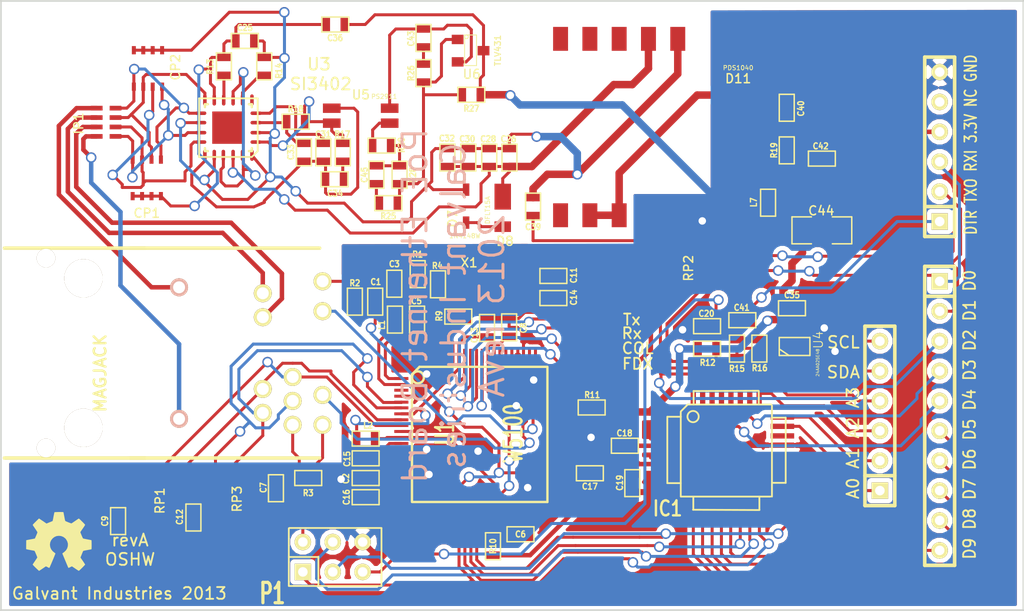
<source format=kicad_pcb>
(kicad_pcb (version 3) (host pcbnew "(2013-mar-13)-testing")
  (layers (15 F.Cu signal) (0 B.Cu signal) (18 B.Paste user) (19 F.Paste user) (20 B.SilkS user) (21 F.SilkS user) (22 B.Mask user) (23 F.Mask user) (28 Edge.Cuts user))
  (net 0 "")
  (net 1 +1.8V)
  (net 2 +3.3V)
  (net 3 1V8A)
  (net 4 A0)
  (net 5 A1)
  (net 6 A2)
  (net 7 A3)
  (net 8 COLLED)
  (net 9 D0)
  (net 10 D1)
  (net 11 D2)
  (net 12 D3)
  (net 13 D4)
  (net 14 D5)
  (net 15 D6)
  (net 16 D7)
  (net 17 D8)
  (net 18 D9)
  (net 19 DTR)
  (net 20 FDXLED)
  (net 21 GND)
  (net 22 LINKLED)
  (net 23 MISO)
  (net 24 MOSI)
  (net 25 N-0000010)
  (net 26 N-0000015)
  (net 27 N-0000016)
  (net 28 N-0000017)
  (net 29 N-0000018)
  (net 30 N-0000019)
  (net 31 N-0000021)
  (net 32 N-0000022)
  (net 33 N-0000023)
  (net 34 N-0000024)
  (net 35 N-0000031)
  (net 36 N-0000033)
  (net 37 N-0000037)
  (net 38 N-0000042)
  (net 39 N-0000043)
  (net 40 N-0000044)
  (net 41 N-0000045)
  (net 42 N-0000050)
  (net 43 N-0000051)
  (net 44 N-000007)
  (net 45 N-0000075)
  (net 46 N-0000076)
  (net 47 N-000008)
  (net 48 N-0000087)
  (net 49 N-0000088)
  (net 50 N-0000089)
  (net 51 N-0000090)
  (net 52 N-0000091)
  (net 53 N-0000092)
  (net 54 N-0000094)
  (net 55 N-0000095)
  (net 56 N-0000096)
  (net 57 N-0000097)
  (net 58 RESET)
  (net 59 RXIN)
  (net 60 RXIP)
  (net 61 RXLED)
  (net 62 SCK)
  (net 63 SCL)
  (net 64 SDA)
  (net 65 SPDLED)
  (net 66 SS)
  (net 67 TXLED)
  (net 68 TXON)
  (net 69 TXOP)
  (net 70 V1+)
  (net 71 V1+j)
  (net 72 V1-)
  (net 73 V1-j)
  (net 74 V2+)
  (net 75 V2+j)
  (net 76 V2-)
  (net 77 V2-j)
  (net 78 VSSA)
  (net 79 Vneg)
  (net 80 Vposf)
  (module RJ45_TRANSFO (layer F.Cu) (at 190.1444 90.17 90)
    (fp_text reference U2 (at -1.143 5.0038 90) (layer F.SilkS) (effects (font (size 0.0004 0.0004) (thickness 0.00012))))
    (fp_text value MAGJACK (at -1.7018 1.4224 90) (layer F.SilkS) (effects (font (size 1.00076 1.00076) (thickness 0.2032))))
    (pad "" thru_hole circle (at -6.35 0 270) (size 3.2512 3.2512) (drill 3.251199) (layers *.Cu *.Mask F.SilkS))
    (pad "" thru_hole circle (at 6.35 0 270) (size 3.2512 3.2512) (drill 3.251199) (layers *.Cu *.Mask F.SilkS))
    (pad 8 thru_hole circle (at -4.064 17.78 270) (size 1.524 1.524) (drill 1.016) (layers *.Cu *.Mask F.SilkS) (net 59 RXIN))
    (pad 7 thru_hole circle (at -6.096 17.78 270) (size 1.524 1.524) (drill 1.016) (layers *.Cu *.Mask F.SilkS) (net 2 +3.3V))
    (pad 6 thru_hole circle (at 5.08 15.24 270) (size 1.524 1.524) (drill 1.016) (layers *.Cu *.Mask F.SilkS) (net 73 V1-j))
    (pad 5 thru_hole circle (at 3.048 15.24 270) (size 1.524 1.524) (drill 1.016) (layers *.Cu *.Mask F.SilkS) (net 75 V2+j))
    (pad 2 thru_hole circle (at -3.048 15.24 270) (size 1.524 1.524) (drill 1.016) (layers *.Cu *.Mask F.SilkS) (net 69 TXOP))
    (pad 10 thru_hole circle (at -5.588 8.128 270) (size 1.524 1.524) (drill 1.016) (layers *.Cu *.SilkS *.Mask) (net 77 V2-j))
    (pad 11 thru_hole circle (at 5.588 8.128 270) (size 1.524 1.524) (drill 1.016) (layers *.Cu *.SilkS *.Mask) (net 71 V1+j))
    (pad 13 thru_hole circle (at -3.556 20.32 270) (size 1.524 1.524) (drill 1.016) (layers *.Cu *.Mask F.SilkS) (net 65 SPDLED))
    (pad 15 thru_hole circle (at 6.096 20.32 270) (size 1.524 1.524) (drill 1.016) (layers *.Cu *.Mask F.SilkS) (net 47 N-000008))
    (pad 12 thru_hole circle (at -6.096 20.32 270) (size 1.524 1.524) (drill 1.016) (layers *.Cu *.Mask F.SilkS) (net 44 N-000007))
    (pad 14 thru_hole circle (at 3.556 20.32 270) (size 1.524 1.524) (drill 1.016) (layers *.Cu *.Mask F.SilkS) (net 22 LINKLED))
    (pad 1 thru_hole circle (at -5.08 15.24 270) (size 1.524 1.524) (drill 1.016) (layers *.Cu *.Mask F.SilkS) (net 60 RXIP))
    (pad "" thru_hole circle (at 8.0645 -3.175 270) (size 1.5748 1.5748) (drill 1.574799) (layers *.Cu *.Mask F.SilkS))
    (pad "" thru_hole circle (at -8.0645 -3.175 270) (size 1.5748 1.5748) (drill 1.574799) (layers *.Cu *.Mask F.SilkS))
    (pad 9 thru_hole circle (at -2.032 17.78 270) (size 1.524 1.524) (drill 1.016) (layers *.Cu *.Mask F.SilkS) (net 68 TXON))
  )
  (module LOGO (layer F.Cu) (at 188.0616 106.172)
    (fp_text reference G*** hide)
    (fp_text value LOGO hide)
  )
  (module SM1206 (layer F.Cu) (at 201.7268 102.616)
    (fp_text reference RP3 (at 1.4732 -0.0508 90) (layer F.SilkS) (effects (font (size 0.762 0.762) (thickness 0.127))))
    (fp_text value 49.9 hide)
    (pad 2 smd rect (at 0.4 0.85) (size 0.5 0.9) (layers F.Cu F.Paste F.Mask) (net 45 N-0000075))
    (pad 1 smd rect (at -0.4 0.85) (size 0.5 0.9) (layers F.Cu F.Paste F.Mask) (net 45 N-0000075))
    (pad 4 smd rect (at -0.4 -0.85) (size 0.5 0.9) (layers F.Cu F.Paste F.Mask) (net 59 RXIN))
    (pad 3 smd rect (at 0.4 -0.85) (size 0.5 0.9) (layers F.Cu F.Paste F.Mask) (net 60 RXIP))
  )
  (module SM1206 (layer F.Cu) (at 195.1228 102.7684)
    (fp_text reference RP1 (at 1.524 -0.0508 90) (layer F.SilkS) (effects (font (size 0.762 0.762) (thickness 0.127))))
    (fp_text value 49.9 hide)
    (pad 2 smd rect (at 0.4 0.85) (size 0.5 0.9) (layers F.Cu F.Paste F.Mask) (net 46 N-0000076))
    (pad 1 smd rect (at -0.4 0.85) (size 0.5 0.9) (layers F.Cu F.Paste F.Mask) (net 46 N-0000076))
    (pad 4 smd rect (at -0.4 -0.85) (size 0.5 0.9) (layers F.Cu F.Paste F.Mask) (net 68 TXON))
    (pad 3 smd rect (at 0.4 -0.85) (size 0.5 0.9) (layers F.Cu F.Paste F.Mask) (net 69 TXOP))
  )
  (module SM1206 (layer F.Cu) (at 239.3188 83.2104 270)
    (fp_text reference RP2 (at -0.254 -2.2352 270) (layer F.SilkS) (effects (font (size 0.762 0.762) (thickness 0.127))))
    (fp_text value 470 hide)
    (pad 4 smd rect (at 1.2 0.85 270) (size 0.5 0.9) (layers F.Cu F.Paste F.Mask) (net 39 N-0000043))
    (pad 3 smd rect (at 0.4 0.85 270) (size 0.5 0.9) (layers F.Cu F.Paste F.Mask) (net 38 N-0000042))
    (pad 1 smd rect (at -1.2 0.85 270) (size 0.5 0.9) (layers F.Cu F.Paste F.Mask) (net 41 N-0000045))
    (pad 2 smd rect (at -0.4 0.85 270) (size 0.5 0.9) (layers F.Cu F.Paste F.Mask) (net 40 N-0000044))
    (pad 7 smd rect (at -0.4 -0.85 270) (size 0.5 0.9) (layers F.Cu F.Paste F.Mask) (net 2 +3.3V))
    (pad 8 smd rect (at -1.2 -0.85 270) (size 0.5 0.9) (layers F.Cu F.Paste F.Mask) (net 2 +3.3V))
    (pad 6 smd rect (at 0.4 -0.85 270) (size 0.5 0.9) (layers F.Cu F.Paste F.Mask) (net 2 +3.3V))
    (pad 5 smd rect (at 1.2 -0.85 270) (size 0.5 0.9) (layers F.Cu F.Paste F.Mask) (net 2 +3.3V))
  )
  (module LED-1206 (layer F.Cu) (at 233.426 87.3252 180)
    (fp_text reference D12 hide)
    (fp_text value LED hide)
    (pad 1 smd rect (at -1.55 0 180) (size 0.8 0.8) (layers F.Cu F.Paste F.Mask) (net 41 N-0000045))
    (pad 2 smd rect (at 1.55 0 180) (size 0.8 0.8) (layers F.Cu F.Paste F.Mask) (net 67 TXLED))
  )
  (module LED-1206 (layer F.Cu) (at 233.426 88.5444 180)
    (fp_text reference D13 hide)
    (fp_text value LED hide)
    (pad 1 smd rect (at -1.55 0 180) (size 0.8 0.8) (layers F.Cu F.Paste F.Mask) (net 40 N-0000044))
    (pad 2 smd rect (at 1.55 0 180) (size 0.8 0.8) (layers F.Cu F.Paste F.Mask) (net 61 RXLED))
  )
  (module LED-1206 (layer F.Cu) (at 233.426 90.9828 180)
    (fp_text reference D15 hide)
    (fp_text value LED hide)
    (pad 1 smd rect (at -1.55 0 180) (size 0.8 0.8) (layers F.Cu F.Paste F.Mask) (net 39 N-0000043))
    (pad 2 smd rect (at 1.55 0 180) (size 0.8 0.8) (layers F.Cu F.Paste F.Mask) (net 20 FDXLED))
  )
  (module LED-1206 (layer F.Cu) (at 233.426 89.7636 180)
    (fp_text reference D14 hide)
    (fp_text value LED hide)
    (pad 1 smd rect (at -1.55 0 180) (size 0.8 0.8) (layers F.Cu F.Paste F.Mask) (net 38 N-0000042))
    (pad 2 smd rect (at 1.55 0 180) (size 0.8 0.8) (layers F.Cu F.Paste F.Mask) (net 8 COLLED))
  )
  (module SM1206 (layer F.Cu) (at 225.044 84.7344)
    (fp_text reference X1 (at -2.1336 -2.2352) (layer F.SilkS) (effects (font (size 0.762 0.762) (thickness 0.127))))
    (fp_text value 25MHz hide)
    (pad 1 smd rect (at -2.15 0) (size 1.9 2.6) (layers F.Cu F.Paste F.Mask) (net 35 N-0000031))
    (pad 2 smd rect (at 2.15 0) (size 1.9 2.6) (layers F.Cu F.Paste F.Mask) (net 36 N-0000033))
  )
  (module VQFP80 (layer F.Cu) (at 223.8248 97.0788 90)
    (fp_text reference U1 (at 0.0762 -2.9718 90) (layer F.SilkS) (effects (font (size 1.524 1.016) (thickness 0.20066))))
    (fp_text value W5100 (at 0.0762 2.8448 90) (layer F.SilkS) (effects (font (size 1.524 1.016) (thickness 0.20066))))
    (pad 80 smd rect (at 6.67004 -4.7752 180) (size 0.254 1.19888) (layers F.Cu F.Paste F.Mask))
    (pad 61 smd rect (at 6.67004 4.7244 180) (size 0.254 1.19888) (layers F.Cu F.Paste F.Mask))
    (pad 62 smd rect (at 6.67004 4.2164 180) (size 0.254 1.19888) (layers F.Cu F.Paste F.Mask))
    (pad 63 smd rect (at 6.67004 3.7084 180) (size 0.254 1.19888) (layers F.Cu F.Paste F.Mask) (net 21 GND))
    (pad 64 smd rect (at 6.67004 3.2258 180) (size 0.254 1.19888) (layers F.Cu F.Paste F.Mask) (net 21 GND))
    (pad 65 smd rect (at 6.67004 2.7178 180) (size 0.254 1.19888) (layers F.Cu F.Paste F.Mask) (net 21 GND))
    (pad 66 smd rect (at 6.67004 2.2098 180) (size 0.254 1.19888) (layers F.Cu F.Paste F.Mask) (net 22 LINKLED))
    (pad 67 smd rect (at 6.67004 1.7018 180) (size 0.254 1.19888) (layers F.Cu F.Paste F.Mask) (net 65 SPDLED))
    (pad 68 smd rect (at 6.67004 1.2192 180) (size 0.254 1.19888) (layers F.Cu F.Paste F.Mask) (net 21 GND))
    (pad 69 smd rect (at 6.67004 0.7112 180) (size 0.254 1.19888) (layers F.Cu F.Paste F.Mask) (net 1 +1.8V))
    (pad 70 smd rect (at 6.67004 0.2032 180) (size 0.254 1.19888) (layers F.Cu F.Paste F.Mask) (net 20 FDXLED))
    (pad 71 smd rect (at 6.67004 -0.2794 180) (size 0.254 1.19888) (layers F.Cu F.Paste F.Mask) (net 8 COLLED))
    (pad 72 smd rect (at 6.67004 -0.7874 180) (size 0.254 1.19888) (layers F.Cu F.Paste F.Mask) (net 61 RXLED))
    (pad 73 smd rect (at 6.67004 -1.2954 180) (size 0.254 1.19888) (layers F.Cu F.Paste F.Mask) (net 67 TXLED))
    (pad 74 smd rect (at 6.67004 -1.778 180) (size 0.254 1.19888) (layers F.Cu F.Paste F.Mask) (net 3 1V8A))
    (pad 75 smd rect (at 6.67004 -2.286 180) (size 0.254 1.19888) (layers F.Cu F.Paste F.Mask) (net 36 N-0000033))
    (pad 76 smd rect (at 6.67004 -2.794 180) (size 0.254 1.19888) (layers F.Cu F.Paste F.Mask) (net 35 N-0000031))
    (pad 77 smd rect (at 6.67004 -3.2766 180) (size 0.254 1.19888) (layers F.Cu F.Paste F.Mask) (net 21 GND))
    (pad 78 smd rect (at 6.67004 -3.7846 180) (size 0.254 1.19888) (layers F.Cu F.Paste F.Mask))
    (pad 79 smd rect (at 6.67004 -4.2926 180) (size 0.254 1.19888) (layers F.Cu F.Paste F.Mask))
    (pad 60 smd rect (at 4.73964 6.63448 90) (size 0.254 1.19888) (layers F.Cu F.Paste F.Mask))
    (pad 51 smd rect (at 0.23876 6.63448 90) (size 0.254 1.19888) (layers F.Cu F.Paste F.Mask) (net 21 GND))
    (pad 52 smd rect (at 0.74168 6.63448 90) (size 0.254 1.19888) (layers F.Cu F.Paste F.Mask) (net 21 GND))
    (pad 53 smd rect (at 1.23952 6.63448 90) (size 0.254 1.19888) (layers F.Cu F.Paste F.Mask) (net 21 GND))
    (pad 54 smd rect (at 1.73736 6.63448 90) (size 0.254 1.19888) (layers F.Cu F.Paste F.Mask) (net 21 GND))
    (pad 55 smd rect (at 2.24028 6.63448 90) (size 0.254 1.19888) (layers F.Cu F.Paste F.Mask) (net 37 N-0000037))
    (pad 56 smd rect (at 2.73812 6.63448 90) (size 0.254 1.19888) (layers F.Cu F.Paste F.Mask))
    (pad 57 smd rect (at 3.24104 6.63448 90) (size 0.254 1.19888) (layers F.Cu F.Paste F.Mask) (net 37 N-0000037))
    (pad 58 smd rect (at 3.73888 6.63448 90) (size 0.254 1.19888) (layers F.Cu F.Paste F.Mask) (net 37 N-0000037))
    (pad 59 smd rect (at 4.2418 6.63448 90) (size 0.254 1.19888) (layers F.Cu F.Paste F.Mask))
    (pad 45 smd rect (at -2.75844 6.63448 90) (size 0.254 1.19888) (layers F.Cu F.Paste F.Mask) (net 21 GND))
    (pad 46 smd rect (at -2.2606 6.63448 90) (size 0.254 1.19888) (layers F.Cu F.Paste F.Mask) (net 21 GND))
    (pad 47 smd rect (at -1.76276 6.63448 90) (size 0.254 1.19888) (layers F.Cu F.Paste F.Mask) (net 21 GND))
    (pad 48 smd rect (at -1.25984 6.63448 90) (size 0.254 1.19888) (layers F.Cu F.Paste F.Mask) (net 21 GND))
    (pad 49 smd rect (at -0.762 6.63448 90) (size 0.254 1.19888) (layers F.Cu F.Paste F.Mask) (net 21 GND))
    (pad 50 smd rect (at -0.25908 6.63448 90) (size 0.254 1.19888) (layers F.Cu F.Paste F.Mask) (net 21 GND))
    (pad 44 smd rect (at -3.26136 6.63448 90) (size 0.254 1.19888) (layers F.Cu F.Paste F.Mask) (net 2 +3.3V))
    (pad 43 smd rect (at -3.7592 6.63448 90) (size 0.254 1.19888) (layers F.Cu F.Paste F.Mask) (net 21 GND))
    (pad 42 smd rect (at -4.26212 6.63448 90) (size 0.254 1.19888) (layers F.Cu F.Paste F.Mask) (net 21 GND))
    (pad 41 smd rect (at -4.75996 6.63448 90) (size 0.254 1.19888) (layers F.Cu F.Paste F.Mask) (net 21 GND))
    (pad 1 smd rect (at 4.74472 -6.67004 90) (size 0.254 1.19888) (layers F.Cu F.Paste F.Mask) (net 34 N-0000024))
    (pad 2 smd rect (at 4.23672 -6.67004 90) (size 0.254 1.19888) (layers F.Cu F.Paste F.Mask) (net 48 N-0000087))
    (pad 3 smd rect (at 3.75412 -6.67004 90) (size 0.254 1.19888) (layers F.Cu F.Paste F.Mask))
    (pad 4 smd rect (at 3.24612 -6.67004 90) (size 0.254 1.19888) (layers F.Cu F.Paste F.Mask) (net 21 GND))
    (pad 5 smd rect (at 2.73812 -6.67004 90) (size 0.254 1.19888) (layers F.Cu F.Paste F.Mask) (net 60 RXIP))
    (pad 6 smd rect (at 2.25552 -6.67004 90) (size 0.254 1.19888) (layers F.Cu F.Paste F.Mask) (net 59 RXIN))
    (pad 7 smd rect (at 1.74752 -6.67004 90) (size 0.254 1.19888) (layers F.Cu F.Paste F.Mask) (net 3 1V8A))
    (pad 8 smd rect (at 1.23952 -6.67004 90) (size 0.254 1.19888) (layers F.Cu F.Paste F.Mask) (net 69 TXOP))
    (pad 9 smd rect (at 0.75692 -6.67004 90) (size 0.254 1.19888) (layers F.Cu F.Paste F.Mask) (net 68 TXON))
    (pad 10 smd rect (at 0.24892 -6.67004 90) (size 0.254 1.19888) (layers F.Cu F.Paste F.Mask) (net 21 GND))
    (pad 11 smd rect (at -0.25908 -6.67004 90) (size 0.254 1.19888) (layers F.Cu F.Paste F.Mask) (net 1 +1.8V))
    (pad 12 smd rect (at -0.76708 -6.67004 90) (size 0.254 1.19888) (layers F.Cu F.Paste F.Mask) (net 2 +3.3V))
    (pad 13 smd rect (at -1.24968 -6.67004 90) (size 0.254 1.19888) (layers F.Cu F.Paste F.Mask) (net 21 GND))
    (pad 14 smd rect (at -1.75768 -6.67004 90) (size 0.254 1.19888) (layers F.Cu F.Paste F.Mask) (net 21 GND))
    (pad 15 smd rect (at -2.26568 -6.67004 90) (size 0.254 1.19888) (layers F.Cu F.Paste F.Mask) (net 1 +1.8V))
    (pad 16 smd rect (at -2.74828 -6.67004 90) (size 0.254 1.19888) (layers F.Cu F.Paste F.Mask) (net 1 +1.8V))
    (pad 17 smd rect (at -3.25628 -6.67004 90) (size 0.254 1.19888) (layers F.Cu F.Paste F.Mask) (net 21 GND))
    (pad 18 smd rect (at -3.76428 -6.67004 90) (size 0.254 1.19888) (layers F.Cu F.Paste F.Mask) (net 2 +3.3V))
    (pad 19 smd rect (at -4.24688 -6.67004 90) (size 0.254 1.19888) (layers F.Cu F.Paste F.Mask) (net 21 GND))
    (pad 20 smd rect (at -4.75488 -6.67004 90) (size 0.254 1.19888) (layers F.Cu F.Paste F.Mask) (net 21 GND))
    (pad 21 smd rect (at -6.67004 -4.7752 180) (size 0.254 1.19888) (layers F.Cu F.Paste F.Mask) (net 21 GND))
    (pad 22 smd rect (at -6.67004 -4.2672 180) (size 0.254 1.19888) (layers F.Cu F.Paste F.Mask) (net 21 GND))
    (pad 23 smd rect (at -6.67004 -3.76428 180) (size 0.254 1.19888) (layers F.Cu F.Paste F.Mask) (net 21 GND))
    (pad 24 smd rect (at -6.67004 -3.26136 180) (size 0.254 1.19888) (layers F.Cu F.Paste F.Mask) (net 21 GND))
    (pad 25 smd rect (at -6.67004 -2.76352 180) (size 0.254 1.19888) (layers F.Cu F.Paste F.Mask) (net 21 GND))
    (pad 26 smd rect (at -6.67004 -2.26568 180) (size 0.254 1.19888) (layers F.Cu F.Paste F.Mask) (net 21 GND))
    (pad 27 smd rect (at -6.67004 -1.76784 180) (size 0.254 1.19888) (layers F.Cu F.Paste F.Mask) (net 23 MISO))
    (pad 28 smd rect (at -6.67004 -1.27 180) (size 0.254 1.19888) (layers F.Cu F.Paste F.Mask) (net 24 MOSI))
    (pad 29 smd rect (at -6.67004 -0.762 180) (size 0.254 1.19888) (layers F.Cu F.Paste F.Mask) (net 66 SS))
    (pad 30 smd rect (at -6.67004 -0.26416 180) (size 0.254 1.19888) (layers F.Cu F.Paste F.Mask) (net 62 SCK))
    (pad 31 smd rect (at -6.67004 0.23368 180) (size 0.254 1.19888) (layers F.Cu F.Paste F.Mask) (net 25 N-0000010))
    (pad 32 smd rect (at -6.67004 0.7366 180) (size 0.254 1.19888) (layers F.Cu F.Paste F.Mask) (net 21 GND))
    (pad 33 smd rect (at -6.67004 1.23444 180) (size 0.254 1.19888) (layers F.Cu F.Paste F.Mask) (net 1 +1.8V))
    (pad 34 smd rect (at -6.67004 1.73736 180) (size 0.254 1.19888) (layers F.Cu F.Paste F.Mask) (net 21 GND))
    (pad 35 smd rect (at -6.67004 2.2352 180) (size 0.254 1.19888) (layers F.Cu F.Paste F.Mask) (net 21 GND))
    (pad 36 smd rect (at -6.67004 2.73304 180) (size 0.254 1.19888) (layers F.Cu F.Paste F.Mask) (net 21 GND))
    (pad 37 smd rect (at -6.67004 3.23596 180) (size 0.254 1.19888) (layers F.Cu F.Paste F.Mask) (net 21 GND))
    (pad 38 smd rect (at -6.67004 3.7338 180) (size 0.254 1.19888) (layers F.Cu F.Paste F.Mask) (net 21 GND))
    (pad 39 smd rect (at -6.67004 4.23672 180) (size 0.254 1.19888) (layers F.Cu F.Paste F.Mask) (net 21 GND))
    (pad 40 smd rect (at -6.67004 4.73456 180) (size 0.254 1.19888) (layers F.Cu F.Paste F.Mask) (net 21 GND))
  )
  (module SIL-6 (layer F.Cu) (at 211.328 107.4928)
    (fp_text reference P1 (at -5.1308 3.0988) (layer F.SilkS) (effects (font (size 1.72974 1.08712) (thickness 0.3048))))
    (fp_text value CONN_3X2 hide)
    (pad 1 thru_hole rect (at -2.54 1.27) (size 1.397 1.397) (drill 0.812799) (layers *.Cu *.Mask F.SilkS) (net 23 MISO))
    (pad 2 thru_hole circle (at -2.54 -1.27) (size 1.397 1.397) (drill 0.812799) (layers *.Cu *.Mask F.SilkS) (net 2 +3.3V))
    (pad 3 thru_hole circle (at 0 1.27) (size 1.397 1.397) (drill 0.812799) (layers *.Cu *.Mask F.SilkS) (net 62 SCK))
    (pad 4 thru_hole circle (at 0 -1.27) (size 1.397 1.397) (drill 0.812799) (layers *.Cu *.Mask F.SilkS) (net 24 MOSI))
    (pad 5 thru_hole circle (at 2.54 1.27) (size 1.397 1.397) (drill 0.812799) (layers *.Cu *.Mask F.SilkS) (net 58 RESET))
    (pad 6 thru_hole circle (at 2.54 -1.27) (size 1.397 1.397) (drill 0.812799) (layers *.Cu *.Mask F.SilkS) (net 21 GND))
  )
  (module SM1206 (layer F.Cu) (at 192.0748 70.5612 270)
    (fp_text reference IP1 (at 0.1016 2.3368 270) (layer F.SilkS) (effects (font (size 0.762 0.762) (thickness 0.127))))
    (fp_text value I_PACK4 hide)
    (pad 4 smd rect (at 1.2 0.8 270) (size 0.4 1) (layers F.Cu F.Paste F.Mask) (net 77 V2-j))
    (pad 3 smd rect (at 0.4 0.8 270) (size 0.4 1) (layers F.Cu F.Paste F.Mask) (net 75 V2+j))
    (pad 1 smd rect (at -1.2 0.8 270) (size 0.4 1) (layers F.Cu F.Paste F.Mask) (net 71 V1+j))
    (pad 2 smd rect (at -0.4 0.8 270) (size 0.4 1) (layers F.Cu F.Paste F.Mask) (net 73 V1-j))
    (pad 7 smd rect (at -0.4 -0.8 270) (size 0.4 1) (layers F.Cu F.Paste F.Mask) (net 72 V1-))
    (pad 8 smd rect (at -1.2 -0.8 270) (size 0.4 1) (layers F.Cu F.Paste F.Mask) (net 70 V1+))
    (pad 6 smd rect (at 0.4 -0.8 270) (size 0.4 1) (layers F.Cu F.Paste F.Mask) (net 74 V2+))
    (pad 5 smd rect (at 1.2 -0.8 270) (size 0.4 1) (layers F.Cu F.Paste F.Mask) (net 76 V2-))
  )
  (module SM1206 (layer F.Cu) (at 195.6308 65.9892)
    (fp_text reference CP2 (at 2.3368 -0.1016 90) (layer F.SilkS) (effects (font (size 0.762 0.762) (thickness 0.127))))
    (fp_text value C_PACK4 hide)
    (pad 8 smd rect (at 1.2 -1.55) (size 0.34 0.7) (layers F.Cu F.Paste F.Mask) (net 80 Vposf))
    (pad 7 smd rect (at 0.4 -1.55) (size 0.34 0.7) (layers F.Cu F.Paste F.Mask) (net 80 Vposf))
    (pad 5 smd rect (at -1.2 -1.55) (size 0.34 0.7) (layers F.Cu F.Paste F.Mask) (net 80 Vposf))
    (pad 6 smd rect (at -0.4 -1.55) (size 0.34 0.7) (layers F.Cu F.Paste F.Mask) (net 80 Vposf))
    (pad 4 smd rect (at 1.2 1.55) (size 0.34 0.7) (layers F.Cu F.Paste F.Mask) (net 76 V2-))
    (pad 3 smd rect (at 0.4 1.55) (size 0.34 0.7) (layers F.Cu F.Paste F.Mask) (net 74 V2+))
    (pad 1 smd rect (at -1.2 1.55) (size 0.34 0.7) (layers F.Cu F.Paste F.Mask) (net 70 V1+))
    (pad 2 smd rect (at -0.4 1.55) (size 0.34 0.7) (layers F.Cu F.Paste F.Mask) (net 72 V1-))
  )
  (module SM1206 (layer F.Cu) (at 195.5292 75.2856)
    (fp_text reference CP1 (at 0 2.9972) (layer F.SilkS) (effects (font (size 0.762 0.762) (thickness 0.127))))
    (fp_text value C_PACK4 hide)
    (pad 8 smd rect (at 1.2 -1.55) (size 0.34 0.7) (layers F.Cu F.Paste F.Mask) (net 70 V1+))
    (pad 7 smd rect (at 0.4 -1.55) (size 0.34 0.7) (layers F.Cu F.Paste F.Mask) (net 72 V1-))
    (pad 5 smd rect (at -1.2 -1.55) (size 0.34 0.7) (layers F.Cu F.Paste F.Mask) (net 76 V2-))
    (pad 6 smd rect (at -0.4 -1.55) (size 0.34 0.7) (layers F.Cu F.Paste F.Mask) (net 74 V2+))
    (pad 4 smd rect (at 1.2 1.55) (size 0.34 0.7) (layers F.Cu F.Paste F.Mask) (net 79 Vneg))
    (pad 3 smd rect (at 0.4 1.55) (size 0.34 0.7) (layers F.Cu F.Paste F.Mask) (net 79 Vneg))
    (pad 1 smd rect (at -1.2 1.55) (size 0.34 0.7) (layers F.Cu F.Paste F.Mask) (net 79 Vneg))
    (pad 2 smd rect (at -0.4 1.55) (size 0.34 0.7) (layers F.Cu F.Paste F.Mask) (net 79 Vneg))
  )
  (module SM1206 (layer F.Cu) (at 245.8339 68.2498 180)
    (fp_text reference D11 (at 0.0635 1.397 180) (layer F.SilkS) (effects (font (size 0.762 0.762) (thickness 0.127))))
    (fp_text value PDS1040 (at 0.0635 2.3114 180) (layer F.SilkS) (effects (font (size 0.381 0.381) (thickness 0.0635))))
    (pad 1 smd rect (at 0.92 0 180) (size 1.4 1.4) (layers F.Cu F.Paste F.Mask) (net 28 N-0000017))
    (pad 1 smd rect (at -0.92 0 180) (size 1.4 1.4) (layers F.Cu F.Paste F.Mask) (net 28 N-0000017))
    (pad 2 smd rect (at 0 -3.982 180) (size 3.36 4.86) (layers F.Cu F.Paste F.Mask) (net 51 N-0000090))
  )
  (module SM1206 (layer F.Cu) (at 225.0694 75.7809 270)
    (fp_text reference D8 (at 4.8895 -0.889 360) (layer F.SilkS) (effects (font (size 0.762 0.762) (thickness 0.127))))
    (fp_text value DFLT15A (at 2.2479 0.5842 270) (layer F.SilkS) (effects (font (size 0.381 0.381) (thickness 0.0635))))
    (pad 1 smd rect (at 3.65 -0.7 180) (size 1.4 0.9) (layers F.Cu F.Paste F.Mask) (net 50 N-0000089))
    (pad 2 smd rect (at 1.1 -0.7 180) (size 1.4 2.2) (layers F.Cu F.Paste F.Mask) (net 53 N-0000092))
  )
  (module SM1206 (layer F.Cu) (at 222.6564 77.6859)
    (fp_text reference D7 (at -1.143 1.0795 90) (layer F.SilkS) (effects (font (size 0.762 0.762) (thickness 0.127))))
    (fp_text value 1N4148W (at -0.1016 2.5273) (layer F.SilkS) (effects (font (size 0.381 0.381) (thickness 0.0635))))
    (pad 1 smd rect (at 0 1.4 90) (size 1.05 0.55) (layers F.Cu F.Paste F.Mask) (net 50 N-0000089))
    (pad 2 smd rect (at 0 -1.4 90) (size 1.05 0.55) (layers F.Cu F.Paste F.Mask) (net 80 Vposf))
  )
  (module TRANSF-37x44 (layer F.Cu) (at 235.6612 70.9676 270)
    (fp_text reference T1 (at 0 -7.9756 270) (layer F.SilkS) (effects (font (size 0.0004 0.0004) (thickness 0.00012))))
    (fp_text value TRANSFO_FA2924 hide)
    (pad 1 smd rect (at -7.493 -4.9784) (size 1.27 2.032) (layers F.Cu F.Paste F.Mask) (net 80 Vposf))
    (pad 7 smd rect (at 7.493 2.4892) (size 1.27 2.032) (layers F.Cu F.Paste F.Mask) (net 28 N-0000017))
    (pad 5 smd rect (at -7.493 4.9784) (size 1.27 2.032) (layers F.Cu F.Paste F.Mask))
    (pad 4 smd rect (at -7.493 2.4892) (size 1.27 2.032) (layers F.Cu F.Paste F.Mask))
    (pad 3 smd rect (at -7.493 0) (size 1.27 2.032) (layers F.Cu F.Paste F.Mask))
    (pad 2 smd rect (at -7.493 -2.4892) (size 1.27 2.032) (layers F.Cu F.Paste F.Mask) (net 53 N-0000092))
    (pad 6 smd rect (at 7.493 4.9784) (size 1.27 2.032) (layers F.Cu F.Paste F.Mask))
    (pad 8 smd rect (at 7.493 0) (size 1.27 2.032) (layers F.Cu F.Paste F.Mask) (net 28 N-0000017))
    (pad 9 smd rect (at 7.493 -2.4892) (size 1.27 2.032) (layers F.Cu F.Paste F.Mask) (net 21 GND))
    (pad 10 smd rect (at 7.493 -4.9784) (size 1.27 2.032) (layers F.Cu F.Paste F.Mask) (net 21 GND))
  )
  (module SM1206 (layer F.Cu) (at 213.7029 70.0024 90)
    (fp_text reference U5 (at 1.778 0.0127 180) (layer F.SilkS) (effects (font (size 0.762 0.762) (thickness 0.127))))
    (fp_text value PS2911 (at 1.6256 1.9939 180) (layer F.SilkS) (effects (font (size 0.381 0.381) (thickness 0.0635))))
    (pad 4 smd rect (at -0.635 -2.46 90) (size 0.8 1.5) (layers F.Cu F.Paste F.Mask) (net 31 N-0000021))
    (pad 3 smd rect (at 0.635 -2.46 90) (size 0.8 1.5) (layers F.Cu F.Paste F.Mask) (net 78 VSSA))
    (pad 2 smd rect (at 0.635 2.46 90) (size 0.8 1.5) (layers F.Cu F.Paste F.Mask) (net 29 N-0000018))
    (pad 1 smd rect (at -0.635 2.46 90) (size 0.8 1.5) (layers F.Cu F.Paste F.Mask) (net 26 N-0000015))
  )
  (module QFN24 (layer F.Cu) (at 202.4634 71.0184 180)
    (fp_text reference U3 (at -7.6962 5.3848 180) (layer F.SilkS) (effects (font (size 1.00076 1.00076) (thickness 0.1524))))
    (fp_text value SI3402 (at -7.8486 3.7084 180) (layer F.SilkS) (effects (font (size 1.00076 1.00076) (thickness 0.1524))))
    (pad "" smd rect (at 0 0 90) (size 2.75 2.75) (layers F.Cu F.Paste F.Mask))
    (pad 1 smd oval (at -2.35 -1.225 180) (size 0.95 0.3) (layers F.Cu F.Paste F.Mask) (net 31 N-0000021))
    (pad 2 smd oval (at -2.35 -0.425 180) (size 0.95 0.3) (layers F.Cu F.Paste F.Mask) (net 80 Vposf))
    (pad 3 smd oval (at -2.35 0.425 180) (size 0.95 0.3) (layers F.Cu F.Paste F.Mask) (net 32 N-0000022))
    (pad 4 smd oval (at -2.35 1.225 180) (size 0.95 0.3) (layers F.Cu F.Paste F.Mask) (net 30 N-0000019))
    (pad 5 smd oval (at -2 2.35 270) (size 0.95 0.3) (layers F.Cu F.Paste F.Mask))
    (pad 6 smd oval (at -1.2 2.35 270) (size 0.95 0.3) (layers F.Cu F.Paste F.Mask) (net 42 N-0000050))
    (pad 7 smd oval (at -0.4 2.35 270) (size 0.95 0.3) (layers F.Cu F.Paste F.Mask) (net 27 N-0000016))
    (pad 8 smd oval (at 0.4 2.35 270) (size 0.95 0.3) (layers F.Cu F.Paste F.Mask) (net 43 N-0000051))
    (pad 9 smd oval (at 1.2 2.35 270) (size 0.95 0.3) (layers F.Cu F.Paste F.Mask) (net 79 Vneg))
    (pad 10 smd oval (at 2 2.35 270) (size 0.95 0.3) (layers F.Cu F.Paste F.Mask) (net 72 V1-))
    (pad 11 smd oval (at 2.35 1.225) (size 0.95 0.3) (layers F.Cu F.Paste F.Mask) (net 70 V1+))
    (pad 12 smd oval (at 2.35 0.425) (size 0.95 0.3) (layers F.Cu F.Paste F.Mask) (net 80 Vposf))
    (pad 13 smd oval (at 2.35 -0.425) (size 0.95 0.3) (layers F.Cu F.Paste F.Mask) (net 76 V2-))
    (pad 14 smd oval (at 2.35 -1.225) (size 0.95 0.3) (layers F.Cu F.Paste F.Mask) (net 74 V2+))
    (pad 15 smd oval (at 2 -2.35 90) (size 0.95 0.3) (layers F.Cu F.Paste F.Mask) (net 78 VSSA))
    (pad 16 smd oval (at 1.2 -2.35 90) (size 0.95 0.3) (layers F.Cu F.Paste F.Mask) (net 80 Vposf))
    (pad 17 smd oval (at 0.43 -2.35 90) (size 0.95 0.3) (layers F.Cu F.Paste F.Mask) (net 27 N-0000016))
    (pad 18 smd oval (at -0.4 -2.35 90) (size 0.95 0.3) (layers F.Cu F.Paste F.Mask) (net 53 N-0000092))
    (pad 19 smd oval (at -1.2 -2.35 90) (size 0.95 0.3) (layers F.Cu F.Paste F.Mask) (net 27 N-0000016))
    (pad 20 smd oval (at -2 -2.35 90) (size 0.95 0.3) (layers F.Cu F.Paste F.Mask) (net 80 Vposf))
  )
  (module TQFP32 (layer F.Cu) (at 244.7798 98.425)
    (fp_text reference IC1 (at -5.0038 4.953) (layer F.SilkS) (effects (font (size 1.27 1.016) (thickness 0.2032))))
    (fp_text value ATMEGA328P-A hide)
    (pad 8 smd rect (at -4.81584 2.77622) (size 1.99898 0.44958) (layers F.Cu F.Paste F.Mask))
    (pad 7 smd rect (at -4.81584 1.97612) (size 1.99898 0.44958) (layers F.Cu F.Paste F.Mask))
    (pad 6 smd rect (at -4.81584 1.17602) (size 1.99898 0.44958) (layers F.Cu F.Paste F.Mask) (net 2 +3.3V))
    (pad 5 smd rect (at -4.81584 0.37592) (size 1.99898 0.44958) (layers F.Cu F.Paste F.Mask) (net 21 GND))
    (pad 4 smd rect (at -4.81584 -0.42418) (size 1.99898 0.44958) (layers F.Cu F.Paste F.Mask) (net 2 +3.3V))
    (pad 3 smd rect (at -4.81584 -1.22428) (size 1.99898 0.44958) (layers F.Cu F.Paste F.Mask) (net 21 GND))
    (pad 2 smd rect (at -4.81584 -2.02438) (size 1.99898 0.44958) (layers F.Cu F.Paste F.Mask) (net 13 D4))
    (pad 1 smd rect (at -4.81584 -2.82448) (size 1.99898 0.44958) (layers F.Cu F.Paste F.Mask) (net 12 D3))
    (pad 24 smd rect (at 4.7498 -2.8194) (size 1.99898 0.44958) (layers F.Cu F.Paste F.Mask) (net 5 A1))
    (pad 17 smd rect (at 4.7498 2.794) (size 1.99898 0.44958) (layers F.Cu F.Paste F.Mask) (net 62 SCK))
    (pad 18 smd rect (at 4.7498 1.9812) (size 1.99898 0.44958) (layers F.Cu F.Paste F.Mask) (net 2 +3.3V))
    (pad 19 smd rect (at 4.7498 1.1684) (size 1.99898 0.44958) (layers F.Cu F.Paste F.Mask))
    (pad 20 smd rect (at 4.7498 0.381) (size 1.99898 0.44958) (layers F.Cu F.Paste F.Mask) (net 2 +3.3V))
    (pad 21 smd rect (at 4.7498 -0.4318) (size 1.99898 0.44958) (layers F.Cu F.Paste F.Mask) (net 21 GND))
    (pad 22 smd rect (at 4.7498 -1.2192) (size 1.99898 0.44958) (layers F.Cu F.Paste F.Mask))
    (pad 23 smd rect (at 4.7498 -2.032) (size 1.99898 0.44958) (layers F.Cu F.Paste F.Mask) (net 4 A0))
    (pad 32 smd rect (at -2.82448 -4.826) (size 0.44958 1.99898) (layers F.Cu F.Paste F.Mask) (net 11 D2))
    (pad 31 smd rect (at -2.02692 -4.826) (size 0.44958 1.99898) (layers F.Cu F.Paste F.Mask) (net 10 D1))
    (pad 30 smd rect (at -1.22428 -4.826) (size 0.44958 1.99898) (layers F.Cu F.Paste F.Mask) (net 9 D0))
    (pad 29 smd rect (at -0.42672 -4.826) (size 0.44958 1.99898) (layers F.Cu F.Paste F.Mask) (net 58 RESET))
    (pad 28 smd rect (at 0.37592 -4.826) (size 0.44958 1.99898) (layers F.Cu F.Paste F.Mask) (net 63 SCL))
    (pad 27 smd rect (at 1.17348 -4.826) (size 0.44958 1.99898) (layers F.Cu F.Paste F.Mask) (net 64 SDA))
    (pad 26 smd rect (at 1.97612 -4.826) (size 0.44958 1.99898) (layers F.Cu F.Paste F.Mask) (net 7 A3))
    (pad 25 smd rect (at 2.77368 -4.826) (size 0.44958 1.99898) (layers F.Cu F.Paste F.Mask) (net 6 A2))
    (pad 9 smd rect (at -2.8194 4.7752) (size 0.44958 1.99898) (layers F.Cu F.Paste F.Mask) (net 14 D5))
    (pad 10 smd rect (at -2.032 4.7752) (size 0.44958 1.99898) (layers F.Cu F.Paste F.Mask) (net 15 D6))
    (pad 11 smd rect (at -1.2192 4.7752) (size 0.44958 1.99898) (layers F.Cu F.Paste F.Mask) (net 16 D7))
    (pad 12 smd rect (at -0.4318 4.7752) (size 0.44958 1.99898) (layers F.Cu F.Paste F.Mask) (net 17 D8))
    (pad 13 smd rect (at 0.3556 4.7752) (size 0.44958 1.99898) (layers F.Cu F.Paste F.Mask) (net 18 D9))
    (pad 14 smd rect (at 1.1684 4.7752) (size 0.44958 1.99898) (layers F.Cu F.Paste F.Mask) (net 66 SS))
    (pad 15 smd rect (at 1.9812 4.7752) (size 0.44958 1.99898) (layers F.Cu F.Paste F.Mask) (net 24 MOSI))
    (pad 16 smd rect (at 2.794 4.7752) (size 0.44958 1.99898) (layers F.Cu F.Paste F.Mask) (net 23 MISO))
  )
  (module SOT23_6 (layer F.Cu) (at 250.5964 89.6112)
    (fp_text reference U4 (at 1.9812 -0.5588 90) (layer F.SilkS) (effects (font (size 0.762 0.762) (thickness 0.0762))))
    (fp_text value 24AA025E48 (at 1.9304 1.3716 90) (layer F.SilkS) (effects (font (size 0.254 0.254) (thickness 0.0381))))
    (pad 6 smd rect (at -0.9525 -1.27) (size 0.70104 1.00076) (layers F.Cu F.Paste F.Mask) (net 2 +3.3V))
    (pad 5 smd rect (at 0 -1.27) (size 0.70104 1.00076) (layers F.Cu F.Paste F.Mask) (net 21 GND))
    (pad 4 smd rect (at 0.9525 -1.27) (size 0.70104 1.00076) (layers F.Cu F.Paste F.Mask) (net 21 GND))
    (pad 3 smd rect (at 0.9525 1.27) (size 0.70104 1.00076) (layers F.Cu F.Paste F.Mask) (net 64 SDA))
    (pad 2 smd rect (at 0 1.27) (size 0.70104 1.00076) (layers F.Cu F.Paste F.Mask) (net 21 GND))
    (pad 1 smd rect (at -0.9525 1.27) (size 0.70104 1.00076) (layers F.Cu F.Paste F.Mask) (net 63 SCL))
  )
  (module SOT23 (layer F.Cu) (at 223.0374 64.4779 270)
    (fp_text reference U6 (at 1.99898 -0.09906 360) (layer F.SilkS) (effects (font (size 0.762 0.762) (thickness 0.11938))))
    (fp_text value TLV431 (at -0.0127 -2.3114 270) (layer F.SilkS) (effects (font (size 0.50038 0.50038) (thickness 0.09906))))
    (pad 3 smd rect (at 0 -1.09982 270) (size 0.8001 1.00076) (layers F.Cu F.Paste F.Mask) (net 21 GND))
    (pad 2 smd rect (at 0.9525 1.09982 270) (size 0.8001 1.00076) (layers F.Cu F.Paste F.Mask) (net 29 N-0000018))
    (pad 1 smd rect (at -0.9525 1.09982 270) (size 0.8001 1.00076) (layers F.Cu F.Paste F.Mask) (net 55 N-0000095))
  )
  (module SM1206 (layer F.Cu) (at 252.8824 79.7433)
    (fp_text reference C44 (at -0.0508 -1.6637) (layer F.SilkS) (effects (font (size 0.762 0.762) (thickness 0.127))))
    (fp_text value 1000uF hide)
    (pad 1 smd rect (at -1.651 0) (size 1.524 2.032) (layers F.Cu F.Paste F.Mask) (net 2 +3.3V))
    (pad 2 smd rect (at 1.651 0) (size 1.524 2.032) (layers F.Cu F.Paste F.Mask) (net 21 GND))
  )
  (module SM0603 (layer F.Cu) (at 211.5439 62.2554)
    (fp_text reference C36 (at -0.0127 1.143) (layer F.SilkS) (effects (font (size 0.508 0.4572) (thickness 0.1143))))
    (fp_text value 1000pF hide)
    (pad 1 smd rect (at -0.762 0) (size 0.635 1.143) (layers F.Cu F.Paste F.Mask) (net 79 Vneg))
    (pad 2 smd rect (at 0.762 0) (size 0.635 1.143) (layers F.Cu F.Paste F.Mask) (net 21 GND))
  )
  (module SM0603 (layer F.Cu) (at 202.0824 65.8114 90)
    (fp_text reference R13 (at -0.0254 -1.1684 90) (layer F.SilkS) (effects (font (size 0.508 0.4572) (thickness 0.1143))))
    (fp_text value 127 hide)
    (pad 1 smd rect (at -0.762 0 90) (size 0.635 1.143) (layers F.Cu F.Paste F.Mask) (net 43 N-0000051))
    (pad 2 smd rect (at 0.762 0 90) (size 0.635 1.143) (layers F.Cu F.Paste F.Mask) (net 79 Vneg))
  )
  (module SM0603 (layer F.Cu) (at 203.8604 63.6524 180)
    (fp_text reference C25 (at 0 1.1176 180) (layer F.SilkS) (effects (font (size 0.508 0.4572) (thickness 0.1143))))
    (fp_text value 0.1uF hide)
    (pad 1 smd rect (at -0.762 0 180) (size 0.635 1.143) (layers F.Cu F.Paste F.Mask) (net 80 Vposf))
    (pad 2 smd rect (at 0.762 0 180) (size 0.635 1.143) (layers F.Cu F.Paste F.Mask) (net 79 Vneg))
  )
  (module SM0603 (layer F.Cu) (at 248.3104 77.3938 270)
    (fp_text reference L7 (at -0.0254 1.2192 270) (layer F.SilkS) (effects (font (size 0.508 0.4572) (thickness 0.1143))))
    (fp_text value 1uH hide)
    (pad 1 smd rect (at -0.762 0 270) (size 0.635 1.143) (layers F.Cu F.Paste F.Mask) (net 51 N-0000090))
    (pad 2 smd rect (at 0.762 0 270) (size 0.635 1.143) (layers F.Cu F.Paste F.Mask) (net 2 +3.3V))
  )
  (module SM0603 (layer F.Cu) (at 228.346 77.724 270)
    (fp_text reference C39 (at 1.7272 0 360) (layer F.SilkS) (effects (font (size 0.508 0.4572) (thickness 0.1143))))
    (fp_text value 1000pF hide)
    (pad 1 smd rect (at -0.762 0 270) (size 0.635 1.143) (layers F.Cu F.Paste F.Mask) (net 80 Vposf))
    (pad 2 smd rect (at 0.762 0 270) (size 0.635 1.143) (layers F.Cu F.Paste F.Mask) (net 2 +3.3V))
  )
  (module SM0603 (layer F.Cu) (at 226.3394 73.5584 270)
    (fp_text reference C26 (at -1.5748 0.0762 360) (layer F.SilkS) (effects (font (size 0.508 0.4572) (thickness 0.1143))))
    (fp_text value 1uF hide)
    (pad 1 smd rect (at -0.762 0 270) (size 0.635 1.143) (layers F.Cu F.Paste F.Mask) (net 80 Vposf))
    (pad 2 smd rect (at 0.762 0 270) (size 0.635 1.143) (layers F.Cu F.Paste F.Mask) (net 53 N-0000092))
  )
  (module SM0603 (layer F.Cu) (at 224.6249 73.5584 270)
    (fp_text reference C28 (at -1.5748 0.0889 360) (layer F.SilkS) (effects (font (size 0.508 0.4572) (thickness 0.1143))))
    (fp_text value 12uF hide)
    (pad 1 smd rect (at -0.762 0 270) (size 0.635 1.143) (layers F.Cu F.Paste F.Mask) (net 80 Vposf))
    (pad 2 smd rect (at 0.762 0 270) (size 0.635 1.143) (layers F.Cu F.Paste F.Mask) (net 53 N-0000092))
  )
  (module SM0603 (layer F.Cu) (at 222.8469 73.5584 270)
    (fp_text reference C30 (at -1.5748 0.0889 360) (layer F.SilkS) (effects (font (size 0.508 0.4572) (thickness 0.1143))))
    (fp_text value 1uF hide)
    (pad 1 smd rect (at -0.762 0 270) (size 0.635 1.143) (layers F.Cu F.Paste F.Mask) (net 80 Vposf))
    (pad 2 smd rect (at 0.762 0 270) (size 0.635 1.143) (layers F.Cu F.Paste F.Mask) (net 53 N-0000092))
  )
  (module SM0603 (layer F.Cu) (at 205.5114 65.8114 90)
    (fp_text reference R14 (at -0.381 1.2446 90) (layer F.SilkS) (effects (font (size 0.508 0.4572) (thickness 0.1143))))
    (fp_text value 25.5k hide)
    (pad 1 smd rect (at -0.762 0 90) (size 0.635 1.143) (layers F.Cu F.Paste F.Mask) (net 42 N-0000050))
    (pad 2 smd rect (at 0.762 0 90) (size 0.635 1.143) (layers F.Cu F.Paste F.Mask) (net 80 Vposf))
  )
  (module SM0603 (layer F.Cu) (at 252.8824 73.6473)
    (fp_text reference C42 (at -0.1016 -1.0541) (layer F.SilkS) (effects (font (size 0.508 0.4572) (thickness 0.1143))))
    (fp_text value 100uF hide)
    (pad 1 smd rect (at -0.762 0) (size 0.635 1.143) (layers F.Cu F.Paste F.Mask) (net 51 N-0000090))
    (pad 2 smd rect (at 0.762 0) (size 0.635 1.143) (layers F.Cu F.Paste F.Mask) (net 21 GND))
  )
  (module SM0603 (layer F.Cu) (at 249.8979 69.3293 270)
    (fp_text reference C40 (at 0.0635 -1.2065 270) (layer F.SilkS) (effects (font (size 0.508 0.4572) (thickness 0.1143))))
    (fp_text value 470pF hide)
    (pad 1 smd rect (at -0.762 0 270) (size 0.635 1.143) (layers F.Cu F.Paste F.Mask) (net 28 N-0000017))
    (pad 2 smd rect (at 0.762 0 270) (size 0.635 1.143) (layers F.Cu F.Paste F.Mask) (net 49 N-0000088))
  )
  (module SM0603 (layer F.Cu) (at 249.8979 72.9488 270)
    (fp_text reference R19 (at 0 1.0795 270) (layer F.SilkS) (effects (font (size 0.508 0.4572) (thickness 0.1143))))
    (fp_text value 10 hide)
    (pad 1 smd rect (at -0.762 0 270) (size 0.635 1.143) (layers F.Cu F.Paste F.Mask) (net 49 N-0000088))
    (pad 2 smd rect (at 0.762 0 270) (size 0.635 1.143) (layers F.Cu F.Paste F.Mask) (net 51 N-0000090))
  )
  (module SM0603 (layer F.Cu) (at 216.0524 77.4319)
    (fp_text reference R25 (at 0 1.1049) (layer F.SilkS) (effects (font (size 0.508 0.4572) (thickness 0.1143))))
    (fp_text value 3.01k hide)
    (pad 1 smd rect (at -0.762 0) (size 0.635 1.143) (layers F.Cu F.Paste F.Mask) (net 52 N-0000091))
    (pad 2 smd rect (at 0.762 0) (size 0.635 1.143) (layers F.Cu F.Paste F.Mask) (net 55 N-0000095))
  )
  (module SM0603 (layer F.Cu) (at 215.0364 75.0189 270)
    (fp_text reference C45 (at 0.0127 1.016 270) (layer F.SilkS) (effects (font (size 0.508 0.4572) (thickness 0.1143))))
    (fp_text value 560pF hide)
    (pad 1 smd rect (at -0.762 0 270) (size 0.635 1.143) (layers F.Cu F.Paste F.Mask) (net 56 N-0000096))
    (pad 2 smd rect (at 0.762 0 270) (size 0.635 1.143) (layers F.Cu F.Paste F.Mask) (net 52 N-0000091))
  )
  (module SM0603 (layer F.Cu) (at 217.0049 75.0189 270)
    (fp_text reference R28 (at 0.0127 -1.1303 270) (layer F.SilkS) (effects (font (size 0.508 0.4572) (thickness 0.1143))))
    (fp_text value 20k hide)
    (pad 1 smd rect (at -0.762 0 270) (size 0.635 1.143) (layers F.Cu F.Paste F.Mask) (net 56 N-0000096))
    (pad 2 smd rect (at 0.762 0 270) (size 0.635 1.143) (layers F.Cu F.Paste F.Mask) (net 55 N-0000095))
  )
  (module SM0603 (layer F.Cu) (at 215.4809 72.5424 180)
    (fp_text reference R20 (at -1.6891 0.0508 270) (layer F.SilkS) (effects (font (size 0.508 0.4572) (thickness 0.1143))))
    (fp_text value 2.05k hide)
    (pad 1 smd rect (at -0.762 0 180) (size 0.635 1.143) (layers F.Cu F.Paste F.Mask) (net 56 N-0000096))
    (pad 2 smd rect (at 0.762 0 180) (size 0.635 1.143) (layers F.Cu F.Paste F.Mask) (net 26 N-0000015))
  )
  (module SM0603 (layer F.Cu) (at 236.1438 98.044 180)
    (fp_text reference C18 (at 0.0254 1.0668 180) (layer F.SilkS) (effects (font (size 0.508 0.4572) (thickness 0.1143))))
    (fp_text value 0.1uF hide)
    (pad 1 smd rect (at -0.762 0 180) (size 0.635 1.143) (layers F.Cu F.Paste F.Mask) (net 2 +3.3V))
    (pad 2 smd rect (at 0.762 0 180) (size 0.635 1.143) (layers F.Cu F.Paste F.Mask) (net 21 GND))
  )
  (module SM0603 (layer F.Cu) (at 250.3424 86.36)
    (fp_text reference C35 (at 0 -1.1176) (layer F.SilkS) (effects (font (size 0.508 0.4572) (thickness 0.1143))))
    (fp_text value 0.1uF hide)
    (pad 1 smd rect (at -0.762 0) (size 0.635 1.143) (layers F.Cu F.Paste F.Mask) (net 2 +3.3V))
    (pad 2 smd rect (at 0.762 0) (size 0.635 1.143) (layers F.Cu F.Paste F.Mask) (net 21 GND))
  )
  (module SM0603 (layer F.Cu) (at 247.5738 89.789 90)
    (fp_text reference R16 (at -1.651 0.0254 180) (layer F.SilkS) (effects (font (size 0.508 0.4572) (thickness 0.1143))))
    (fp_text value 2.2k hide)
    (pad 1 smd rect (at -0.762 0 90) (size 0.635 1.143) (layers F.Cu F.Paste F.Mask) (net 64 SDA))
    (pad 2 smd rect (at 0.762 0 90) (size 0.635 1.143) (layers F.Cu F.Paste F.Mask) (net 2 +3.3V))
  )
  (module SM0603 (layer F.Cu) (at 245.6688 89.789 270)
    (fp_text reference R15 (at 1.7018 0 360) (layer F.SilkS) (effects (font (size 0.508 0.4572) (thickness 0.1143))))
    (fp_text value 2.2k hide)
    (pad 1 smd rect (at -0.762 0 270) (size 0.635 1.143) (layers F.Cu F.Paste F.Mask) (net 2 +3.3V))
    (pad 2 smd rect (at 0.762 0 270) (size 0.635 1.143) (layers F.Cu F.Paste F.Mask) (net 63 SCL))
  )
  (module SM0603 (layer F.Cu) (at 246.126 87.376)
    (fp_text reference C41 (at -0.0508 -1.0668) (layer F.SilkS) (effects (font (size 0.508 0.4572) (thickness 0.1143))))
    (fp_text value 0.1uF hide)
    (pad 1 smd rect (at -0.762 0) (size 0.635 1.143) (layers F.Cu F.Paste F.Mask) (net 58 RESET))
    (pad 2 smd rect (at 0.762 0) (size 0.635 1.143) (layers F.Cu F.Paste F.Mask) (net 19 DTR))
  )
  (module SM0603 (layer F.Cu) (at 221.0689 73.5584 270)
    (fp_text reference C32 (at -1.6256 0.0381 360) (layer F.SilkS) (effects (font (size 0.508 0.4572) (thickness 0.1143))))
    (fp_text value 1uF hide)
    (pad 1 smd rect (at -0.762 0 270) (size 0.635 1.143) (layers F.Cu F.Paste F.Mask) (net 80 Vposf))
    (pad 2 smd rect (at 0.762 0 270) (size 0.635 1.143) (layers F.Cu F.Paste F.Mask) (net 53 N-0000092))
  )
  (module SM0603 (layer F.Cu) (at 236.7788 101.219 270)
    (fp_text reference C19 (at -0.0254 1.0668 270) (layer F.SilkS) (effects (font (size 0.508 0.4572) (thickness 0.1143))))
    (fp_text value 0.1uF hide)
    (pad 1 smd rect (at -0.762 0 270) (size 0.635 1.143) (layers F.Cu F.Paste F.Mask) (net 2 +3.3V))
    (pad 2 smd rect (at 0.762 0 270) (size 0.635 1.143) (layers F.Cu F.Paste F.Mask) (net 21 GND))
  )
  (module SM0603 (layer F.Cu) (at 243.1288 87.884 180)
    (fp_text reference C20 (at 0.0508 1.0668 180) (layer F.SilkS) (effects (font (size 0.508 0.4572) (thickness 0.1143))))
    (fp_text value 0.1uF hide)
    (pad 1 smd rect (at -0.762 0 180) (size 0.635 1.143) (layers F.Cu F.Paste F.Mask) (net 58 RESET))
    (pad 2 smd rect (at 0.762 0 180) (size 0.635 1.143) (layers F.Cu F.Paste F.Mask) (net 21 GND))
  )
  (module SM0603 (layer F.Cu) (at 199.4916 104.14 270)
    (fp_text reference C12 (at -0.0508 1.1684 270) (layer F.SilkS) (effects (font (size 0.508 0.4572) (thickness 0.1143))))
    (fp_text value 0.1uF hide)
    (pad 1 smd rect (at -0.762 0 270) (size 0.635 1.143) (layers F.Cu F.Paste F.Mask) (net 45 N-0000075))
    (pad 2 smd rect (at 0.762 0 270) (size 0.635 1.143) (layers F.Cu F.Paste F.Mask) (net 21 GND))
  )
  (module SM0603 (layer F.Cu) (at 193.0908 104.4448 270)
    (fp_text reference C9 (at 0 1.1176 270) (layer F.SilkS) (effects (font (size 0.508 0.4572) (thickness 0.1143))))
    (fp_text value 0.1uF hide)
    (pad 1 smd rect (at -0.762 0 270) (size 0.635 1.143) (layers F.Cu F.Paste F.Mask) (net 46 N-0000076))
    (pad 2 smd rect (at 0.762 0 270) (size 0.635 1.143) (layers F.Cu F.Paste F.Mask) (net 21 GND))
  )
  (module SM0603 (layer F.Cu) (at 223.1009 68.2244)
    (fp_text reference R27 (at 0.0127 1.1684) (layer F.SilkS) (effects (font (size 0.508 0.4572) (thickness 0.1143))))
    (fp_text value 12k hide)
    (pad 1 smd rect (at -0.762 0) (size 0.635 1.143) (layers F.Cu F.Paste F.Mask) (net 55 N-0000095))
    (pad 2 smd rect (at 0.762 0) (size 0.635 1.143) (layers F.Cu F.Paste F.Mask) (net 21 GND))
  )
  (module SM0603 (layer F.Cu) (at 213.2076 85.8012 270)
    (fp_text reference R2 (at -1.5748 0 360) (layer F.SilkS) (effects (font (size 0.508 0.4572) (thickness 0.1143))))
    (fp_text value 330 hide)
    (pad 1 smd rect (at -0.762 0 270) (size 0.635 1.143) (layers F.Cu F.Paste F.Mask) (net 47 N-000008))
    (pad 2 smd rect (at 0.762 0 270) (size 0.635 1.143) (layers F.Cu F.Paste F.Mask) (net 2 +3.3V))
  )
  (module SM0603 (layer F.Cu) (at 209.2452 100.7872 180)
    (fp_text reference R3 (at 0 -1.27 180) (layer F.SilkS) (effects (font (size 0.508 0.4572) (thickness 0.1143))))
    (fp_text value 330 hide)
    (pad 1 smd rect (at -0.762 0 180) (size 0.635 1.143) (layers F.Cu F.Paste F.Mask) (net 44 N-000007))
    (pad 2 smd rect (at 0.762 0 180) (size 0.635 1.143) (layers F.Cu F.Paste F.Mask) (net 2 +3.3V))
  )
  (module SM0603 (layer F.Cu) (at 224.9424 106.5784 270)
    (fp_text reference R10 (at 0 0 270) (layer F.SilkS) (effects (font (size 0.508 0.4572) (thickness 0.1143))))
    (fp_text value 10K hide)
    (pad 1 smd rect (at -0.762 0 270) (size 0.635 1.143) (layers F.Cu F.Paste F.Mask) (net 25 N-0000010))
    (pad 2 smd rect (at 0.762 0 270) (size 0.635 1.143) (layers F.Cu F.Paste F.Mask) (net 2 +3.3V))
  )
  (module SM0603 (layer F.Cu) (at 233.3244 94.7928)
    (fp_text reference R11 (at 0.0508 -1.0668 180) (layer F.SilkS) (effects (font (size 0.508 0.4572) (thickness 0.1143))))
    (fp_text value 10K hide)
    (pad 1 smd rect (at -0.762 0) (size 0.635 1.143) (layers F.Cu F.Paste F.Mask) (net 37 N-0000037))
    (pad 2 smd rect (at 0.762 0) (size 0.635 1.143) (layers F.Cu F.Paste F.Mask) (net 2 +3.3V))
  )
  (module SM0603 (layer F.Cu) (at 221.996 87.0712)
    (fp_text reference R9 (at -1.6256 -0.0508 90) (layer F.SilkS) (effects (font (size 0.508 0.4572) (thickness 0.1143))))
    (fp_text value 1M hide)
    (pad 1 smd rect (at -0.762 0) (size 0.635 1.143) (layers F.Cu F.Paste F.Mask) (net 35 N-0000031))
    (pad 2 smd rect (at 0.762 0) (size 0.635 1.143) (layers F.Cu F.Paste F.Mask) (net 36 N-0000033))
  )
  (module SM0603 (layer F.Cu) (at 230.0732 85.4964 180)
    (fp_text reference C14 (at -1.7272 0.0508 270) (layer F.SilkS) (effects (font (size 0.508 0.4572) (thickness 0.1143))))
    (fp_text value 18pF hide)
    (pad 1 smd rect (at -0.762 0 180) (size 0.635 1.143) (layers F.Cu F.Paste F.Mask) (net 21 GND))
    (pad 2 smd rect (at 0.762 0 180) (size 0.635 1.143) (layers F.Cu F.Paste F.Mask) (net 36 N-0000033))
  )
  (module SM0603 (layer F.Cu) (at 230.0732 83.6168 180)
    (fp_text reference C11 (at -1.7272 0.0508 270) (layer F.SilkS) (effects (font (size 0.508 0.4572) (thickness 0.1143))))
    (fp_text value 18pF hide)
    (pad 1 smd rect (at -0.762 0 180) (size 0.635 1.143) (layers F.Cu F.Paste F.Mask) (net 21 GND))
    (pad 2 smd rect (at 0.762 0 180) (size 0.635 1.143) (layers F.Cu F.Paste F.Mask) (net 35 N-0000031))
  )
  (module SM0603 (layer F.Cu) (at 218.5416 83.4644 270)
    (fp_text reference R1 (at -1.6764 0 360) (layer F.SilkS) (effects (font (size 0.508 0.4572) (thickness 0.1143))))
    (fp_text value 300 hide)
    (pad 1 smd rect (at -0.762 0 270) (size 0.635 1.143) (layers F.Cu F.Paste F.Mask) (net 21 GND))
    (pad 2 smd rect (at 0.762 0 270) (size 0.635 1.143) (layers F.Cu F.Paste F.Mask) (net 33 N-0000023))
  )
  (module SM0603 (layer F.Cu) (at 220.2688 84.328 270)
    (fp_text reference R4 (at -1.5748 0.0508 360) (layer F.SilkS) (effects (font (size 0.508 0.4572) (thickness 0.1143))))
    (fp_text value 12k hide)
    (pad 1 smd rect (at -0.762 0 270) (size 0.635 1.143) (layers F.Cu F.Paste F.Mask) (net 33 N-0000023))
    (pad 2 smd rect (at 0.762 0 270) (size 0.635 1.143) (layers F.Cu F.Paste F.Mask) (net 34 N-0000024))
  )
  (module SM0603 (layer F.Cu) (at 214.122 102.4128 180)
    (fp_text reference C16 (at 1.6256 0 270) (layer F.SilkS) (effects (font (size 0.508 0.4572) (thickness 0.1143))))
    (fp_text value 0.1uF hide)
    (pad 1 smd rect (at -0.762 0 180) (size 0.635 1.143) (layers F.Cu F.Paste F.Mask) (net 2 +3.3V))
    (pad 2 smd rect (at 0.762 0 180) (size 0.635 1.143) (layers F.Cu F.Paste F.Mask) (net 21 GND))
  )
  (module SM0603 (layer F.Cu) (at 219.0369 66.3829 270)
    (fp_text reference R26 (at 0.0127 1.0541 270) (layer F.SilkS) (effects (font (size 0.508 0.4572) (thickness 0.1143))))
    (fp_text value 10k hide)
    (pad 1 smd rect (at -0.762 0 270) (size 0.635 1.143) (layers F.Cu F.Paste F.Mask) (net 57 N-0000097))
    (pad 2 smd rect (at 0.762 0 270) (size 0.635 1.143) (layers F.Cu F.Paste F.Mask) (net 55 N-0000095))
  )
  (module SM0603 (layer F.Cu) (at 219.0369 63.3984 270)
    (fp_text reference C43 (at 0.0508 1.0541 270) (layer F.SilkS) (effects (font (size 0.508 0.4572) (thickness 0.1143))))
    (fp_text value 15nF hide)
    (pad 1 smd rect (at -0.762 0 270) (size 0.635 1.143) (layers F.Cu F.Paste F.Mask) (net 29 N-0000018))
    (pad 2 smd rect (at 0.762 0 270) (size 0.635 1.143) (layers F.Cu F.Paste F.Mask) (net 57 N-0000097))
  )
  (module SM0603 (layer F.Cu) (at 210.5279 73.1139 270)
    (fp_text reference C31 (at -1.5367 0.0127 360) (layer F.SilkS) (effects (font (size 0.508 0.4572) (thickness 0.1143))))
    (fp_text value 1uF hide)
    (pad 1 smd rect (at -0.762 0 270) (size 0.635 1.143) (layers F.Cu F.Paste F.Mask) (net 30 N-0000019))
    (pad 2 smd rect (at 0.762 0 270) (size 0.635 1.143) (layers F.Cu F.Paste F.Mask) (net 78 VSSA))
  )
  (module SM0603 (layer F.Cu) (at 208.1784 70.5104)
    (fp_text reference R18 (at 0 -1.0668) (layer F.SilkS) (effects (font (size 0.508 0.4572) (thickness 0.1143))))
    (fp_text value 4.99k hide)
    (pad 1 smd rect (at -0.762 0) (size 0.635 1.143) (layers F.Cu F.Paste F.Mask) (net 32 N-0000022))
    (pad 2 smd rect (at 0.762 0) (size 0.635 1.143) (layers F.Cu F.Paste F.Mask) (net 31 N-0000021))
  )
  (module SM0603 (layer F.Cu) (at 208.8769 73.1139 270)
    (fp_text reference C33 (at -0.0127 1.1049 270) (layer F.SilkS) (effects (font (size 0.508 0.4572) (thickness 0.1143))))
    (fp_text value 0.1uF hide)
    (pad 1 smd rect (at -0.762 0 270) (size 0.635 1.143) (layers F.Cu F.Paste F.Mask) (net 32 N-0000022))
    (pad 2 smd rect (at 0.762 0 270) (size 0.635 1.143) (layers F.Cu F.Paste F.Mask) (net 78 VSSA))
  )
  (module SM0603 (layer F.Cu) (at 211.4804 75.3999 180)
    (fp_text reference C34 (at -0.0508 -1.2065 180) (layer F.SilkS) (effects (font (size 0.508 0.4572) (thickness 0.1143))))
    (fp_text value 0.22uF hide)
    (pad 1 smd rect (at -0.762 0 180) (size 0.635 1.143) (layers F.Cu F.Paste F.Mask) (net 54 N-0000094))
    (pad 2 smd rect (at 0.762 0 180) (size 0.635 1.143) (layers F.Cu F.Paste F.Mask) (net 78 VSSA))
  )
  (module SM0603 (layer F.Cu) (at 212.1789 73.1139 270)
    (fp_text reference R17 (at -1.5367 0.0381 360) (layer F.SilkS) (effects (font (size 0.508 0.4572) (thickness 0.1143))))
    (fp_text value 100 hide)
    (pad 1 smd rect (at -0.762 0 270) (size 0.635 1.143) (layers F.Cu F.Paste F.Mask) (net 31 N-0000021))
    (pad 2 smd rect (at 0.762 0 270) (size 0.635 1.143) (layers F.Cu F.Paste F.Mask) (net 54 N-0000094))
  )
  (module SM0603 (layer F.Cu) (at 233.172 100.3808)
    (fp_text reference C17 (at 0 1.1176) (layer F.SilkS) (effects (font (size 0.508 0.4572) (thickness 0.1143))))
    (fp_text value 0.1uF hide)
    (pad 1 smd rect (at -0.762 0) (size 0.635 1.143) (layers F.Cu F.Paste F.Mask) (net 2 +3.3V))
    (pad 2 smd rect (at 0.762 0) (size 0.635 1.143) (layers F.Cu F.Paste F.Mask) (net 21 GND))
  )
  (module SM0603 (layer F.Cu) (at 243.1288 89.789)
    (fp_text reference R12 (at 0.0508 1.1938) (layer F.SilkS) (effects (font (size 0.508 0.4572) (thickness 0.1143))))
    (fp_text value 10k hide)
    (pad 1 smd rect (at -0.762 0) (size 0.635 1.143) (layers F.Cu F.Paste F.Mask) (net 2 +3.3V))
    (pad 2 smd rect (at 0.762 0) (size 0.635 1.143) (layers F.Cu F.Paste F.Mask) (net 58 RESET))
  )
  (module SM0603 (layer F.Cu) (at 214.122 99.1108 180)
    (fp_text reference C15 (at 1.5748 -0.0508 270) (layer F.SilkS) (effects (font (size 0.508 0.4572) (thickness 0.1143))))
    (fp_text value 0.1uF hide)
    (pad 1 smd rect (at -0.762 0 180) (size 0.635 1.143) (layers F.Cu F.Paste F.Mask) (net 2 +3.3V))
    (pad 2 smd rect (at 0.762 0 180) (size 0.635 1.143) (layers F.Cu F.Paste F.Mask) (net 21 GND))
  )
  (module SM0603 (layer F.Cu) (at 224.4344 88.0364 90)
    (fp_text reference C13 (at -0.6096 -1.0668 270) (layer F.SilkS) (effects (font (size 0.508 0.4572) (thickness 0.1143))))
    (fp_text value 0.1uF hide)
    (pad 1 smd rect (at -0.762 0 90) (size 0.635 1.143) (layers F.Cu F.Paste F.Mask) (net 3 1V8A))
    (pad 2 smd rect (at 0.762 0 90) (size 0.635 1.143) (layers F.Cu F.Paste F.Mask) (net 21 GND))
  )
  (module SM0603 (layer F.Cu) (at 226.314 87.9856 90)
    (fp_text reference C8 (at -0.0508 1.2192 270) (layer F.SilkS) (effects (font (size 0.508 0.4572) (thickness 0.1143))))
    (fp_text value 0.1uF hide)
    (pad 1 smd rect (at -0.762 0 90) (size 0.635 1.143) (layers F.Cu F.Paste F.Mask) (net 1 +1.8V))
    (pad 2 smd rect (at 0.762 0 90) (size 0.635 1.143) (layers F.Cu F.Paste F.Mask) (net 21 GND))
  )
  (module SM0603 (layer F.Cu) (at 214.122 97.4344)
    (fp_text reference L2 (at 0.2032 -1.1176 180) (layer F.SilkS) (effects (font (size 0.508 0.4572) (thickness 0.1143))))
    (fp_text value "1uH, 250mA" hide)
    (pad 1 smd rect (at -0.762 0) (size 0.635 1.143) (layers F.Cu F.Paste F.Mask) (net 3 1V8A))
    (pad 2 smd rect (at 0.762 0) (size 0.635 1.143) (layers F.Cu F.Paste F.Mask) (net 1 +1.8V))
  )
  (module SM0603 (layer F.Cu) (at 214.122 100.7872 180)
    (fp_text reference C2 (at 1.6764 -0.0508 270) (layer F.SilkS) (effects (font (size 0.508 0.4572) (thickness 0.1143))))
    (fp_text value 0.1uF hide)
    (pad 1 smd rect (at -0.762 0 180) (size 0.635 1.143) (layers F.Cu F.Paste F.Mask) (net 1 +1.8V))
    (pad 2 smd rect (at 0.762 0 180) (size 0.635 1.143) (layers F.Cu F.Paste F.Mask) (net 21 GND))
  )
  (module SM0603 (layer F.Cu) (at 227.2792 105.5624)
    (fp_text reference C6 (at 0 0) (layer F.SilkS) (effects (font (size 0.508 0.4572) (thickness 0.1143))))
    (fp_text value 0.1uF hide)
    (pad 1 smd rect (at -0.762 0) (size 0.635 1.143) (layers F.Cu F.Paste F.Mask) (net 1 +1.8V))
    (pad 2 smd rect (at 0.762 0) (size 0.635 1.143) (layers F.Cu F.Paste F.Mask) (net 21 GND))
  )
  (module SM0603 (layer F.Cu) (at 216.6112 87.3252 270)
    (fp_text reference L1 (at 0.4572 1.1176 450) (layer F.SilkS) (effects (font (size 0.508 0.4572) (thickness 0.1143))))
    (fp_text value "1uH, 250mA" hide)
    (pad 1 smd rect (at -0.762 0 270) (size 0.635 1.143) (layers F.Cu F.Paste F.Mask) (net 2 +3.3V))
    (pad 2 smd rect (at 0.762 0 270) (size 0.635 1.143) (layers F.Cu F.Paste F.Mask) (net 48 N-0000087))
  )
  (module SM0603 (layer F.Cu) (at 218.4908 87.3252 90)
    (fp_text reference C5 (at 1.5748 -0.0508 360) (layer F.SilkS) (effects (font (size 0.508 0.4572) (thickness 0.1143))))
    (fp_text value 0.01uF hide)
    (pad 1 smd rect (at -0.762 0 90) (size 0.635 1.143) (layers F.Cu F.Paste F.Mask) (net 48 N-0000087))
    (pad 2 smd rect (at 0.762 0 90) (size 0.635 1.143) (layers F.Cu F.Paste F.Mask) (net 21 GND))
  )
  (module SIL-6 (layer F.Cu) (at 262.89 72.644 90)
    (fp_text reference P4 hide)
    (fp_text value CONN_6 hide)
    (pad 1 thru_hole rect (at -6.35 0 90) (size 1.397 1.397) (drill 0.812799) (layers *.Cu *.Mask F.SilkS) (net 19 DTR))
    (pad 2 thru_hole circle (at -3.81 0 90) (size 1.397 1.397) (drill 0.812799) (layers *.Cu *.Mask F.SilkS) (net 10 D1))
    (pad 3 thru_hole circle (at -1.27 0 90) (size 1.397 1.397) (drill 0.812799) (layers *.Cu *.Mask F.SilkS) (net 9 D0))
    (pad 4 thru_hole circle (at 1.27 0 90) (size 1.397 1.397) (drill 0.812799) (layers *.Cu *.Mask F.SilkS) (net 2 +3.3V))
    (pad 5 thru_hole circle (at 3.81 0 90) (size 1.397 1.397) (drill 0.812799) (layers *.Cu *.Mask F.SilkS))
    (pad 6 thru_hole circle (at 6.35 0 90) (size 1.397 1.397) (drill 0.812799) (layers *.Cu *.Mask F.SilkS) (net 21 GND))
  )
  (module SIL-6 (layer F.Cu) (at 257.81 95.504 90)
    (fp_text reference P3 hide)
    (fp_text value CONN_6 hide)
    (pad 1 thru_hole rect (at -6.35 0 90) (size 1.397 1.397) (drill 0.812799) (layers *.Cu *.Mask F.SilkS) (net 4 A0))
    (pad 2 thru_hole circle (at -3.81 0 90) (size 1.397 1.397) (drill 0.812799) (layers *.Cu *.Mask F.SilkS) (net 5 A1))
    (pad 3 thru_hole circle (at -1.27 0 90) (size 1.397 1.397) (drill 0.812799) (layers *.Cu *.Mask F.SilkS) (net 6 A2))
    (pad 4 thru_hole circle (at 1.27 0 90) (size 1.397 1.397) (drill 0.812799) (layers *.Cu *.Mask F.SilkS) (net 7 A3))
    (pad 5 thru_hole circle (at 3.81 0 90) (size 1.397 1.397) (drill 0.812799) (layers *.Cu *.Mask F.SilkS) (net 64 SDA))
    (pad 6 thru_hole circle (at 6.35 0 90) (size 1.397 1.397) (drill 0.812799) (layers *.Cu *.Mask F.SilkS) (net 63 SCL))
  )
  (module SIL-10 (layer F.Cu) (at 262.89 95.504 270)
    (fp_text reference P2 hide)
    (fp_text value CONN_10 hide)
    (pad 1 thru_hole rect (at -11.43 0 270) (size 1.397 1.397) (drill 0.812799) (layers *.Cu *.Mask F.SilkS) (net 9 D0))
    (pad 2 thru_hole circle (at -8.89 0 270) (size 1.397 1.397) (drill 0.812799) (layers *.Cu *.Mask F.SilkS) (net 10 D1))
    (pad 3 thru_hole circle (at -6.35 0 270) (size 1.397 1.397) (drill 0.812799) (layers *.Cu *.Mask F.SilkS) (net 11 D2))
    (pad 4 thru_hole circle (at -3.81 0 270) (size 1.397 1.397) (drill 0.812799) (layers *.Cu *.Mask F.SilkS) (net 12 D3))
    (pad 5 thru_hole circle (at -1.27 0 270) (size 1.397 1.397) (drill 0.812799) (layers *.Cu *.Mask F.SilkS) (net 13 D4))
    (pad 6 thru_hole circle (at 1.27 0 270) (size 1.397 1.397) (drill 0.812799) (layers *.Cu *.Mask F.SilkS) (net 14 D5))
    (pad 7 thru_hole circle (at 3.81 0 270) (size 1.397 1.397) (drill 0.812799) (layers *.Cu *.Mask F.SilkS) (net 15 D6))
    (pad 8 thru_hole circle (at 6.35 0 270) (size 1.397 1.397) (drill 0.812799) (layers *.Cu *.Mask F.SilkS) (net 16 D7))
    (pad 9 thru_hole circle (at 8.89 0 270) (size 1.397 1.397) (drill 0.812799) (layers *.Cu *.Mask F.SilkS) (net 17 D8))
    (pad 10 thru_hole circle (at 11.43 0 270) (size 1.397 1.397) (drill 0.812799) (layers *.Cu *.Mask F.SilkS) (net 18 D9))
  )
  (module SM0603 (layer F.Cu) (at 214.9348 85.8012 90)
    (fp_text reference C1 (at 1.6764 0.0508 180) (layer F.SilkS) (effects (font (size 0.508 0.4572) (thickness 0.1143))))
    (fp_text value 10uF/16V hide)
    (pad 1 smd rect (at -0.762 0 90) (size 0.635 1.143) (layers F.Cu F.Paste F.Mask) (net 2 +3.3V))
    (pad 2 smd rect (at 0.762 0 90) (size 0.635 1.143) (layers F.Cu F.Paste F.Mask) (net 21 GND))
  )
  (module SM0603 (layer F.Cu) (at 216.5604 84.2772 90)
    (fp_text reference C3 (at 1.6764 0 180) (layer F.SilkS) (effects (font (size 0.508 0.4572) (thickness 0.1143))))
    (fp_text value 10uF/16V hide)
    (pad 1 smd rect (at -0.762 0 90) (size 0.635 1.143) (layers F.Cu F.Paste F.Mask) (net 48 N-0000087))
    (pad 2 smd rect (at 0.762 0 90) (size 0.635 1.143) (layers F.Cu F.Paste F.Mask) (net 21 GND))
  )
  (module SM0603 (layer F.Cu) (at 206.502 101.6508 270)
    (fp_text reference C7 (at -0.0508 1.0668 270) (layer F.SilkS) (effects (font (size 0.508 0.4572) (thickness 0.1143))))
    (fp_text value 0.1uF hide)
    (pad 1 smd rect (at -0.762 0 270) (size 0.635 1.143) (layers F.Cu F.Paste F.Mask) (net 2 +3.3V))
    (pad 2 smd rect (at 0.762 0 270) (size 0.635 1.143) (layers F.Cu F.Paste F.Mask) (net 21 GND))
  )
  (gr_text "PoE Ethernet Board\nGalvant Industries\n2013 revA" (at 221.5896 86.1568 90) (layer B.SilkS) (effects (font (size 2.032 2.032) (thickness 0.25)) (justify mirror)))
  (gr_line (start 270.002 112.014) (end 270.002 60.2488) (angle 90) (layer Edge.Cuts) (width 0.15))
  (gr_line (start 183.134 60.2488) (end 183.134 112.014) (angle 90) (layer Edge.Cuts) (width 0.15))
  (gr_line (start 183.134 60.2488) (end 270.002 60.2488) (angle 90) (layer Edge.Cuts) (width 0.15))
  (gr_line (start 270.002 112.014) (end 183.134 112.014) (angle 90) (layer Edge.Cuts) (width 0.15))
  (gr_text FDX (at 237.236 91.0844) (layer F.SilkS) (effects (font (size 0.9398 0.9398) (thickness 0.1524))))
  (gr_text COL (at 237.236 89.7636) (layer F.SilkS) (effects (font (size 0.9398 0.9398) (thickness 0.1524))))
  (gr_text Rx (at 236.728 88.4936) (layer F.SilkS) (effects (font (size 0.9398 0.9398) (thickness 0.1524))))
  (gr_text Tx (at 236.728 87.3252) (layer F.SilkS) (effects (font (size 0.9398 0.9398) (thickness 0.1524))))
  (gr_text "DTR TXO RXI 3.3V NC GND" (at 265.5316 80.2132 90) (layer F.SilkS) (effects (font (size 1 0.762) (thickness 0.1397)) (justify left)))
  (gr_text "D9 D8 D7 D6 D5 D4 D3 D2 D1 D0" (at 265.43 107.7976 90) (layer F.SilkS) (effects (font (size 1 0.93218) (thickness 0.1524)) (justify left)))
  (gr_text SCL (at 254.7112 89.2556) (layer F.SilkS) (effects (font (size 1 1) (thickness 0.1524))))
  (gr_text SDA (at 254.7112 91.7956) (layer F.SilkS) (effects (font (size 1 1) (thickness 0.1524))))
  (gr_text "A0 A1 A2 A3" (at 255.524 102.6668 90) (layer F.SilkS) (effects (font (size 1 1) (thickness 0.1524)) (justify left)))
  (gr_text "revA\nOSHW" (at 194.1068 106.8832) (layer F.SilkS) (effects (font (size 1.016 1.016) (thickness 0.1524))))
  (gr_text "Galvant Industries 2013" (at 193.1924 110.5916) (layer F.SilkS) (effects (font (size 1 1) (thickness 0.1524))))
  (segment (start 218.30792 99.34448) (end 221.15272 99.34448) (width 0.254) (layer F.Cu) (net 1))
  (segment (start 221.15272 99.34448) (end 222.1484 98.3488) (width 0.254) (layer F.Cu) (net 1))
  (segment (start 217.15476 97.33788) (end 221.13748 97.33788) (width 0.254) (layer F.Cu) (net 1))
  (segment (start 221.13748 97.33788) (end 222.1484 98.3488) (width 0.254) (layer F.Cu) (net 1))
  (segment (start 222.1484 98.3488) (end 222.0468 98.3488) (width 0.254) (layer F.Cu) (net 1))
  (segment (start 222.0468 98.3488) (end 221.996 98.298) (width 0.254) (layer F.Cu) (net 1))
  (segment (start 224.536 90.40876) (end 224.536 93.472) (width 0.254) (layer F.Cu) (net 1))
  (segment (start 225.7044 102.0572) (end 225.05924 102.0572) (width 0.254) (layer F.Cu) (net 1))
  (segment (start 226.314 101.4476) (end 225.7044 102.0572) (width 0.254) (layer F.Cu) (net 1))
  (via (at 226.314 101.4476) (size 0.889) (layers F.Cu B.Cu) (net 1))
  (segment (start 226.314 99.314) (end 226.314 101.4476) (width 0.254) (layer B.Cu) (net 1))
  (via (at 226.314 99.314) (size 0.889) (layers F.Cu B.Cu) (net 1))
  (segment (start 226.314 95.25) (end 226.314 99.314) (width 0.254) (layer F.Cu) (net 1))
  (segment (start 224.536 93.472) (end 226.314 95.25) (width 0.254) (layer F.Cu) (net 1))
  (segment (start 226.314 88.7476) (end 226.1616 88.7476) (width 0.254) (layer F.Cu) (net 1))
  (segment (start 224.536 89.5604) (end 224.536 90.40876) (width 0.254) (layer F.Cu) (net 1))
  (segment (start 224.6376 89.4588) (end 224.536 89.5604) (width 0.254) (layer F.Cu) (net 1))
  (segment (start 225.4504 89.4588) (end 224.6376 89.4588) (width 0.254) (layer F.Cu) (net 1))
  (segment (start 226.1616 88.7476) (end 225.4504 89.4588) (width 0.254) (layer F.Cu) (net 1))
  (segment (start 214.884 100.7872) (end 215.4428 100.7872) (width 0.254) (layer F.Cu) (net 1))
  (segment (start 216.07272 99.34448) (end 217.15476 99.34448) (width 0.254) (layer F.Cu) (net 1))
  (segment (start 215.7984 99.6188) (end 216.07272 99.34448) (width 0.254) (layer F.Cu) (net 1))
  (segment (start 215.7984 100.4316) (end 215.7984 99.6188) (width 0.254) (layer F.Cu) (net 1))
  (segment (start 215.4428 100.7872) (end 215.7984 100.4316) (width 0.254) (layer F.Cu) (net 1))
  (segment (start 214.884 97.4344) (end 215.8492 97.4344) (width 0.254) (layer F.Cu) (net 1))
  (segment (start 215.94572 97.33788) (end 217.15476 97.33788) (width 0.254) (layer F.Cu) (net 1))
  (segment (start 215.8492 97.4344) (end 215.94572 97.33788) (width 0.254) (layer F.Cu) (net 1))
  (segment (start 225.05924 103.74884) (end 225.05924 102.0572) (width 0.254) (layer F.Cu) (net 1))
  (segment (start 225.05924 102.0572) (end 225.05924 101.25964) (width 0.254) (layer F.Cu) (net 1))
  (segment (start 225.05924 101.25964) (end 222.1484 98.3488) (width 0.254) (layer F.Cu) (net 1))
  (segment (start 222.1484 98.3488) (end 221.996 98.3488) (width 0.254) (layer F.Cu) (net 1))
  (segment (start 217.15476 99.34448) (end 218.30792 99.34448) (width 0.254) (layer F.Cu) (net 1))
  (segment (start 225.05924 103.74884) (end 225.05924 104.71404) (width 0.254) (layer F.Cu) (net 1))
  (segment (start 225.8568 104.902) (end 226.5172 105.5624) (width 0.254) (layer F.Cu) (net 1))
  (segment (start 225.2472 104.902) (end 225.8568 104.902) (width 0.254) (layer F.Cu) (net 1))
  (segment (start 225.05924 104.71404) (end 225.2472 104.902) (width 0.254) (layer F.Cu) (net 1))
  (segment (start 217.15476 99.34448) (end 217.15476 99.82708) (width 0.254) (layer F.Cu) (net 1))
  (segment (start 240.792 92.6592) (end 240.4364 93.0148) (width 0.635) (layer B.Cu) (net 2))
  (segment (start 237.17758 99.42322) (end 237.07598 99.42322) (width 0.381) (layer F.Cu) (net 2))
  (segment (start 236.7788 99.7204) (end 236.7788 100.457) (width 0.381) (layer F.Cu) (net 2))
  (segment (start 237.07598 99.42322) (end 236.7788 99.7204) (width 0.381) (layer F.Cu) (net 2))
  (segment (start 236.9058 99.15144) (end 237.17758 99.42322) (width 0.381) (layer F.Cu) (net 2))
  (segment (start 237.17758 99.42322) (end 237.35538 99.60102) (width 0.381) (layer F.Cu) (net 2))
  (segment (start 237.35538 99.60102) (end 239.96396 99.60102) (width 0.381) (layer F.Cu) (net 2))
  (segment (start 249.5804 87.3252) (end 248.3612 87.3252) (width 0.635) (layer F.Cu) (net 2))
  (via (at 248.2596 87.4268) (size 0.889) (layers F.Cu B.Cu) (net 2))
  (segment (start 245.872 89.8144) (end 248.2596 87.4268) (width 0.635) (layer B.Cu) (net 2))
  (segment (start 245.872 89.8144) (end 240.792 89.8144) (width 0.635) (layer B.Cu) (net 2))
  (segment (start 248.3612 87.3252) (end 248.2596 87.4268) (width 0.635) (layer F.Cu) (net 2))
  (segment (start 249.5804 86.36) (end 249.5804 87.3252) (width 0.635) (layer F.Cu) (net 2))
  (segment (start 249.5804 87.3252) (end 249.5804 88.2777) (width 0.635) (layer F.Cu) (net 2))
  (segment (start 249.5804 88.2777) (end 249.6439 88.3412) (width 0.635) (layer F.Cu) (net 2))
  (segment (start 240.2332 80.6196) (end 240.2332 81.946) (width 0.381) (layer F.Cu) (net 2))
  (segment (start 240.2332 81.946) (end 240.1688 82.0104) (width 0.381) (layer F.Cu) (net 2))
  (segment (start 222.5548 96.4692) (end 224.028 96.4692) (width 0.254) (layer F.Cu) (net 2))
  (segment (start 225.4504 97.8916) (end 225.4504 99.3648) (width 0.254) (layer F.Cu) (net 2))
  (segment (start 224.028 96.4692) (end 225.4504 97.8916) (width 0.254) (layer F.Cu) (net 2))
  (segment (start 206.502 100.8888) (end 208.3816 100.8888) (width 0.254) (layer F.Cu) (net 2))
  (segment (start 208.3816 100.8888) (end 208.4832 100.7872) (width 0.254) (layer F.Cu) (net 2))
  (segment (start 262.89 71.374) (end 258.2164 71.374) (width 0.381) (layer F.Cu) (net 2))
  (segment (start 251.2314 77.7494) (end 251.2314 79.7433) (width 0.381) (layer F.Cu) (net 2))
  (segment (start 252.0188 76.962) (end 251.2314 77.7494) (width 0.381) (layer F.Cu) (net 2))
  (segment (start 252.6284 76.962) (end 252.0188 76.962) (width 0.381) (layer F.Cu) (net 2))
  (segment (start 255.1176 74.4728) (end 252.6284 76.962) (width 0.381) (layer F.Cu) (net 2))
  (segment (start 255.1176 74.4728) (end 255.1176 74.4728) (width 0.254) (layer F.Cu) (net 2))
  (segment (start 258.2164 71.374) (end 255.1176 74.4728) (width 0.381) (layer F.Cu) (net 2))
  (segment (start 208.788 106.2228) (end 208.788 102.5144) (width 0.254) (layer F.Cu) (net 2))
  (segment (start 208.788 102.5144) (end 209.042 102.2604) (width 0.254) (layer F.Cu) (net 2))
  (segment (start 240.1688 84.4104) (end 240.1688 83.6104) (width 0.381) (layer F.Cu) (net 2))
  (segment (start 240.1688 83.6104) (end 240.1688 82.8104) (width 0.381) (layer F.Cu) (net 2))
  (segment (start 240.1688 82.8104) (end 240.1688 82.0104) (width 0.381) (layer F.Cu) (net 2))
  (segment (start 235.6612 94.7928) (end 235.6612 92.5576) (width 0.381) (layer F.Cu) (net 2))
  (segment (start 240.1688 85.51) (end 240.1688 84.4104) (width 0.381) (layer F.Cu) (net 2))
  (segment (start 238.3536 87.3252) (end 240.1688 85.51) (width 0.381) (layer F.Cu) (net 2))
  (segment (start 238.3536 89.8652) (end 238.3536 87.3252) (width 0.381) (layer F.Cu) (net 2))
  (segment (start 235.6612 92.5576) (end 238.3536 89.8652) (width 0.381) (layer F.Cu) (net 2))
  (segment (start 228.346 80.6196) (end 240.2332 80.6196) (width 0.254) (layer F.Cu) (net 2))
  (segment (start 240.2332 80.6196) (end 247.5484 80.6196) (width 0.381) (layer F.Cu) (net 2))
  (segment (start 228.346 78.486) (end 228.346 80.6196) (width 0.254) (layer F.Cu) (net 2))
  (segment (start 247.5484 80.6196) (end 248.55805 79.60995) (width 0.381) (layer F.Cu) (net 2))
  (segment (start 250.3424 84.0232) (end 250.3424 82.55) (width 0.635) (layer F.Cu) (net 2))
  (segment (start 250.3424 84.0232) (end 249.5804 84.7852) (width 0.635) (layer F.Cu) (net 2))
  (segment (start 249.5804 86.36) (end 249.5804 84.7852) (width 0.635) (layer F.Cu) (net 2))
  (segment (start 251.2314 81.661) (end 251.2314 79.7433) (width 0.635) (layer F.Cu) (net 2))
  (segment (start 250.3424 82.55) (end 251.2314 81.661) (width 0.635) (layer F.Cu) (net 2))
  (segment (start 249.6439 87.4268) (end 249.5804 87.4268) (width 0.254) (layer F.Cu) (net 2))
  (segment (start 249.5804 87.4268) (end 249.6439 87.4268) (width 0.254) (layer F.Cu) (net 2))
  (segment (start 236.601 95.1738) (end 238.2774 95.1738) (width 0.635) (layer F.Cu) (net 2))
  (via (at 240.4364 93.0148) (size 0.889) (layers F.Cu B.Cu) (net 2))
  (segment (start 238.2774 95.1738) (end 240.4364 93.0148) (width 0.635) (layer F.Cu) (net 2))
  (segment (start 240.792 92.6592) (end 240.792 89.8144) (width 0.635) (layer B.Cu) (net 2))
  (segment (start 240.8174 89.789) (end 242.3668 89.789) (width 0.254) (layer F.Cu) (net 2))
  (via (at 240.792 89.8144) (size 0.889) (layers F.Cu B.Cu) (net 2))
  (segment (start 240.792 89.8144) (end 240.8174 89.789) (width 0.254) (layer F.Cu) (net 2))
  (segment (start 225.4504 100.33) (end 225.4504 99.3648) (width 0.254) (layer F.Cu) (net 2))
  (segment (start 214.9348 87.6808) (end 214.9348 86.5632) (width 0.254) (layer F.Cu) (net 2))
  (segment (start 214.5792 88.0364) (end 214.9348 87.6808) (width 0.254) (layer F.Cu) (net 2))
  (via (at 214.5792 88.0364) (size 0.889) (layers F.Cu B.Cu) (net 2))
  (segment (start 214.5792 88.4936) (end 214.5792 88.0364) (width 0.254) (layer B.Cu) (net 2))
  (segment (start 221.234 95.1484) (end 214.5792 88.4936) (width 0.254) (layer B.Cu) (net 2))
  (via (at 221.234 95.1484) (size 0.889) (layers F.Cu B.Cu) (net 2))
  (segment (start 222.5548 96.4692) (end 221.234 95.1484) (width 0.254) (layer F.Cu) (net 2))
  (segment (start 214.884 102.4128) (end 214.884 103.378) (width 0.254) (layer F.Cu) (net 2))
  (segment (start 208.4832 101.9556) (end 208.4832 100.7872) (width 0.254) (layer F.Cu) (net 2))
  (segment (start 208.788 102.2604) (end 208.4832 101.9556) (width 0.254) (layer F.Cu) (net 2))
  (segment (start 210.566 102.2604) (end 209.042 102.2604) (width 0.254) (layer F.Cu) (net 2))
  (segment (start 209.042 102.2604) (end 208.788 102.2604) (width 0.254) (layer F.Cu) (net 2))
  (segment (start 211.9884 103.6828) (end 210.566 102.2604) (width 0.254) (layer F.Cu) (net 2))
  (segment (start 214.5792 103.6828) (end 211.9884 103.6828) (width 0.254) (layer F.Cu) (net 2))
  (segment (start 214.884 103.378) (end 214.5792 103.6828) (width 0.254) (layer F.Cu) (net 2))
  (segment (start 214.884 99.1108) (end 214.3252 99.1108) (width 0.254) (layer F.Cu) (net 2))
  (segment (start 214.2236 102.4128) (end 214.884 102.4128) (width 0.254) (layer F.Cu) (net 2))
  (segment (start 214.122 102.3112) (end 214.2236 102.4128) (width 0.254) (layer F.Cu) (net 2))
  (segment (start 214.122 99.314) (end 214.122 102.3112) (width 0.254) (layer F.Cu) (net 2))
  (segment (start 214.3252 99.1108) (end 214.122 99.314) (width 0.254) (layer F.Cu) (net 2))
  (segment (start 230.45928 100.34016) (end 225.46056 100.34016) (width 0.254) (layer F.Cu) (net 2))
  (segment (start 216.2048 102.9716) (end 215.5444 102.3112) (width 0.254) (layer F.Cu) (net 2))
  (segment (start 217.9828 102.9716) (end 216.2048 102.9716) (width 0.254) (layer F.Cu) (net 2))
  (segment (start 219.0496 101.9048) (end 217.9828 102.9716) (width 0.254) (layer F.Cu) (net 2))
  (segment (start 221.6912 101.9048) (end 219.0496 101.9048) (width 0.254) (layer F.Cu) (net 2))
  (segment (start 222.9104 100.6856) (end 221.6912 101.9048) (width 0.254) (layer F.Cu) (net 2))
  (via (at 222.9104 100.6856) (size 0.889) (layers F.Cu B.Cu) (net 2))
  (segment (start 225.0948 100.6856) (end 222.9104 100.6856) (width 0.254) (layer B.Cu) (net 2))
  (segment (start 225.4504 100.33) (end 225.0948 100.6856) (width 0.254) (layer B.Cu) (net 2))
  (via (at 225.4504 100.33) (size 0.889) (layers F.Cu B.Cu) (net 2))
  (segment (start 225.46056 100.34016) (end 225.4504 100.33) (width 0.254) (layer F.Cu) (net 2))
  (segment (start 232.41 100.3808) (end 232.41 103.0224) (width 0.381) (layer F.Cu) (net 2))
  (segment (start 228.092 107.3404) (end 224.9424 107.3404) (width 0.381) (layer F.Cu) (net 2))
  (segment (start 232.41 103.0224) (end 228.092 107.3404) (width 0.381) (layer F.Cu) (net 2))
  (segment (start 236.9058 99.15144) (end 232.57256 99.15144) (width 0.381) (layer F.Cu) (net 2))
  (segment (start 232.41 99.314) (end 232.41 100.3808) (width 0.381) (layer F.Cu) (net 2))
  (segment (start 232.57256 99.15144) (end 232.41 99.314) (width 0.381) (layer F.Cu) (net 2))
  (segment (start 234.0864 94.7928) (end 235.6612 94.7928) (width 0.635) (layer F.Cu) (net 2))
  (segment (start 235.6612 94.7928) (end 236.22 94.7928) (width 0.635) (layer F.Cu) (net 2))
  (segment (start 236.9058 95.4786) (end 236.9058 98.044) (width 0.635) (layer F.Cu) (net 2))
  (segment (start 236.22 94.7928) (end 236.601 95.1738) (width 0.635) (layer F.Cu) (net 2))
  (segment (start 236.601 95.1738) (end 236.9058 95.4786) (width 0.254) (layer F.Cu) (net 2))
  (segment (start 207.9244 96.266) (end 207.9244 98.552) (width 0.254) (layer F.Cu) (net 2))
  (segment (start 207.9244 98.552) (end 208.4832 99.1108) (width 0.254) (layer F.Cu) (net 2))
  (segment (start 208.4832 99.1108) (end 208.4832 100.7872) (width 0.254) (layer F.Cu) (net 2))
  (segment (start 214.9348 86.5632) (end 213.2076 86.5632) (width 0.254) (layer F.Cu) (net 2))
  (segment (start 214.884 102.4128) (end 215.4428 102.4128) (width 0.254) (layer F.Cu) (net 2))
  (segment (start 215.4428 102.4128) (end 215.5444 102.3112) (width 0.254) (layer F.Cu) (net 2))
  (segment (start 216.09812 100.84308) (end 217.15476 100.84308) (width 0.254) (layer F.Cu) (net 2))
  (segment (start 215.5444 102.3112) (end 215.7984 102.0572) (width 0.254) (layer F.Cu) (net 2))
  (segment (start 215.7984 102.0572) (end 215.7984 101.1428) (width 0.254) (layer F.Cu) (net 2))
  (segment (start 215.7984 101.1428) (end 216.09812 100.84308) (width 0.254) (layer F.Cu) (net 2))
  (segment (start 214.884 99.1108) (end 215.4936 99.1108) (width 0.254) (layer F.Cu) (net 2))
  (segment (start 216.14892 97.84588) (end 217.15476 97.84588) (width 0.254) (layer F.Cu) (net 2))
  (segment (start 215.7984 98.1964) (end 216.14892 97.84588) (width 0.254) (layer F.Cu) (net 2))
  (segment (start 215.7984 98.806) (end 215.7984 98.1964) (width 0.254) (layer F.Cu) (net 2))
  (segment (start 215.4936 99.1108) (end 215.7984 98.806) (width 0.254) (layer F.Cu) (net 2))
  (segment (start 214.9348 86.5632) (end 216.6112 86.5632) (width 0.254) (layer F.Cu) (net 2))
  (segment (start 230.45928 100.34016) (end 232.36936 100.34016) (width 0.254) (layer F.Cu) (net 2))
  (segment (start 232.36936 100.34016) (end 232.41 100.3808) (width 0.254) (layer F.Cu) (net 2))
  (segment (start 249.5296 100.4062) (end 247.1166 100.4062) (width 0.381) (layer F.Cu) (net 2))
  (segment (start 247.1166 100.4062) (end 245.5164 98.806) (width 0.381) (layer F.Cu) (net 2))
  (segment (start 236.9058 98.044) (end 236.9058 99.15144) (width 0.635) (layer F.Cu) (net 2))
  (segment (start 249.5296 98.806) (end 245.5164 98.806) (width 0.381) (layer F.Cu) (net 2))
  (segment (start 244.71122 98.00082) (end 239.96396 98.00082) (width 0.381) (layer F.Cu) (net 2))
  (segment (start 245.5164 98.806) (end 244.71122 98.00082) (width 0.381) (layer F.Cu) (net 2))
  (segment (start 236.7788 100.457) (end 236.7788 100.1776) (width 0.254) (layer F.Cu) (net 2))
  (segment (start 236.9058 98.044) (end 239.92078 98.044) (width 0.381) (layer F.Cu) (net 2))
  (segment (start 239.92078 98.044) (end 239.96396 98.00082) (width 0.254) (layer F.Cu) (net 2))
  (segment (start 249.6439 88.3412) (end 249.0724 88.3412) (width 0.381) (layer F.Cu) (net 2))
  (segment (start 249.0724 88.3412) (end 248.3866 89.027) (width 0.381) (layer F.Cu) (net 2))
  (segment (start 248.3866 89.027) (end 247.5738 89.027) (width 0.381) (layer F.Cu) (net 2))
  (segment (start 245.6688 89.027) (end 247.5738 89.027) (width 0.381) (layer F.Cu) (net 2))
  (segment (start 248.3104 78.1558) (end 248.3104 79.3623) (width 0.635) (layer F.Cu) (net 2))
  (segment (start 248.3104 79.3623) (end 248.55805 79.60995) (width 0.635) (layer F.Cu) (net 2))
  (segment (start 248.55805 79.60995) (end 248.6914 79.7433) (width 0.635) (layer F.Cu) (net 2))
  (segment (start 248.6914 79.7433) (end 251.2314 79.7433) (width 0.635) (layer F.Cu) (net 2))
  (segment (start 218.7956 94.742) (end 218.7956 95.0468) (width 0.254) (layer F.Cu) (net 3))
  (segment (start 213.36 95.9612) (end 213.2584 95.8596) (width 0.254) (layer F.Cu) (net 3))
  (via (at 213.2584 95.8596) (size 0.889) (layers F.Cu B.Cu) (net 3))
  (segment (start 213.2584 95.8596) (end 213.5632 96.1644) (width 0.254) (layer B.Cu) (net 3))
  (segment (start 213.5632 96.1644) (end 219.4052 96.1644) (width 0.254) (layer B.Cu) (net 3))
  (segment (start 213.36 95.9612) (end 213.36 97.4344) (width 0.254) (layer F.Cu) (net 3))
  (segment (start 219.4052 95.6564) (end 219.4052 96.1644) (width 0.254) (layer B.Cu) (net 3))
  (segment (start 219.202 95.4532) (end 219.4052 95.6564) (width 0.254) (layer B.Cu) (net 3))
  (via (at 219.202 95.4532) (size 0.889) (layers F.Cu B.Cu) (net 3))
  (segment (start 218.7956 95.0468) (end 219.202 95.4532) (width 0.254) (layer F.Cu) (net 3))
  (segment (start 217.15476 95.33128) (end 218.20632 95.33128) (width 0.254) (layer F.Cu) (net 3))
  (segment (start 222.0468 91.4908) (end 222.0468 90.40876) (width 0.254) (layer F.Cu) (net 3))
  (segment (start 218.20632 95.33128) (end 218.7956 94.742) (width 0.254) (layer F.Cu) (net 3))
  (segment (start 218.7956 94.742) (end 222.0468 91.4908) (width 0.254) (layer F.Cu) (net 3))
  (segment (start 222.0468 90.40876) (end 222.0468 89.3572) (width 0.254) (layer F.Cu) (net 3))
  (segment (start 222.6056 88.7984) (end 224.4344 88.7984) (width 0.254) (layer F.Cu) (net 3))
  (segment (start 222.0468 89.3572) (end 222.6056 88.7984) (width 0.254) (layer F.Cu) (net 3))
  (segment (start 249.5296 96.393) (end 250.9774 96.393) (width 0.254) (layer F.Cu) (net 4))
  (segment (start 255.3716 101.854) (end 257.81 101.854) (width 0.254) (layer F.Cu) (net 4))
  (segment (start 254.0508 100.5332) (end 255.3716 101.854) (width 0.254) (layer F.Cu) (net 4))
  (segment (start 254.0508 99.4664) (end 254.0508 100.5332) (width 0.254) (layer F.Cu) (net 4))
  (segment (start 250.9774 96.393) (end 254.0508 99.4664) (width 0.254) (layer F.Cu) (net 4))
  (segment (start 249.5296 95.6056) (end 251.8156 95.6056) (width 0.254) (layer F.Cu) (net 5))
  (segment (start 255.524 99.314) (end 257.81 99.314) (width 0.254) (layer F.Cu) (net 5))
  (segment (start 251.8156 95.6056) (end 255.524 99.314) (width 0.254) (layer F.Cu) (net 5))
  (segment (start 247.55348 93.599) (end 248.5898 93.599) (width 0.254) (layer F.Cu) (net 6))
  (segment (start 255.2192 96.774) (end 257.81 96.774) (width 0.254) (layer F.Cu) (net 6))
  (segment (start 253.0856 94.6404) (end 255.2192 96.774) (width 0.254) (layer F.Cu) (net 6))
  (segment (start 249.6312 94.6404) (end 253.0856 94.6404) (width 0.254) (layer F.Cu) (net 6))
  (segment (start 248.5898 93.599) (end 249.6312 94.6404) (width 0.254) (layer F.Cu) (net 6))
  (segment (start 246.75592 93.599) (end 246.75592 92.28328) (width 0.254) (layer F.Cu) (net 7))
  (segment (start 255.9812 94.234) (end 257.81 94.234) (width 0.254) (layer F.Cu) (net 7))
  (segment (start 255.4732 93.726) (end 255.9812 94.234) (width 0.254) (layer F.Cu) (net 7))
  (segment (start 249.936 93.726) (end 255.4732 93.726) (width 0.254) (layer F.Cu) (net 7))
  (segment (start 248.1072 91.8972) (end 249.936 93.726) (width 0.254) (layer F.Cu) (net 7))
  (segment (start 247.142 91.8972) (end 248.1072 91.8972) (width 0.254) (layer F.Cu) (net 7))
  (segment (start 246.75592 92.28328) (end 247.142 91.8972) (width 0.254) (layer F.Cu) (net 7))
  (segment (start 223.5454 92.71) (end 223.5454 93.9546) (width 0.254) (layer F.Cu) (net 8))
  (segment (start 223.2152 89.9668) (end 224.028 89.154) (width 0.254) (layer B.Cu) (net 8))
  (segment (start 223.2152 94.2848) (end 223.2152 89.9668) (width 0.254) (layer B.Cu) (net 8))
  (segment (start 222.8088 94.6912) (end 223.2152 94.2848) (width 0.254) (layer B.Cu) (net 8))
  (via (at 222.8088 94.6912) (size 0.889) (layers F.Cu B.Cu) (net 8))
  (segment (start 223.5454 93.9546) (end 222.8088 94.6912) (width 0.254) (layer F.Cu) (net 8))
  (segment (start 223.5454 90.40876) (end 223.5454 92.71) (width 0.254) (layer F.Cu) (net 8))
  (segment (start 230.7336 89.7636) (end 231.876 89.7636) (width 0.254) (layer F.Cu) (net 8))
  (segment (start 229.9208 88.9508) (end 230.7336 89.7636) (width 0.254) (layer F.Cu) (net 8))
  (via (at 229.9208 88.9508) (size 0.889) (layers F.Cu B.Cu) (net 8))
  (segment (start 227.2792 88.9508) (end 229.9208 88.9508) (width 0.254) (layer B.Cu) (net 8))
  (segment (start 227.1776 88.8492) (end 227.2792 88.9508) (width 0.254) (layer B.Cu) (net 8))
  (segment (start 224.3328 88.8492) (end 227.1776 88.8492) (width 0.254) (layer B.Cu) (net 8))
  (segment (start 224.028 89.154) (end 224.3328 88.8492) (width 0.254) (layer B.Cu) (net 8))
  (segment (start 262.89 73.914) (end 262.89 74.2188) (width 0.254) (layer B.Cu) (net 9))
  (segment (start 264.16 84.074) (end 262.89 84.074) (width 0.254) (layer B.Cu) (net 9))
  (segment (start 264.5664 83.6676) (end 264.16 84.074) (width 0.254) (layer B.Cu) (net 9))
  (segment (start 264.5664 75.8952) (end 264.5664 83.6676) (width 0.254) (layer B.Cu) (net 9))
  (segment (start 262.89 74.2188) (end 264.5664 75.8952) (width 0.254) (layer B.Cu) (net 9))
  (segment (start 242.170824 90.8812) (end 240.1824 90.8812) (width 0.254) (layer F.Cu) (net 9))
  (segment (start 243.55552 92.265896) (end 242.170824 90.8812) (width 0.254) (layer F.Cu) (net 9))
  (segment (start 243.55552 93.599) (end 243.55552 92.265896) (width 0.254) (layer F.Cu) (net 9))
  (segment (start 262.382 83.566) (end 262.89 84.074) (width 0.254) (layer F.Cu) (net 9))
  (segment (start 252.1712 83.566) (end 262.382 83.566) (width 0.254) (layer F.Cu) (net 9))
  (segment (start 251.8156 83.2104) (end 252.1712 83.566) (width 0.254) (layer F.Cu) (net 9))
  (via (at 251.8156 83.2104) (size 0.889) (layers F.Cu B.Cu) (net 9))
  (segment (start 249.2248 83.2104) (end 251.8156 83.2104) (width 0.254) (layer B.Cu) (net 9))
  (segment (start 249.174 83.1596) (end 249.2248 83.2104) (width 0.254) (layer B.Cu) (net 9))
  (via (at 249.174 83.1596) (size 0.889) (layers F.Cu B.Cu) (net 9))
  (segment (start 244.2464 83.1596) (end 249.174 83.1596) (width 0.254) (layer F.Cu) (net 9))
  (segment (start 239.7252 87.6808) (end 244.2464 83.1596) (width 0.254) (layer F.Cu) (net 9))
  (segment (start 239.7252 90.424) (end 239.7252 87.6808) (width 0.254) (layer F.Cu) (net 9))
  (segment (start 240.1824 90.8812) (end 239.7252 90.424) (width 0.254) (layer F.Cu) (net 9))
  (segment (start 262.89 76.454) (end 263.1948 76.454) (width 0.254) (layer F.Cu) (net 10))
  (segment (start 264.668 81.788) (end 263.906 82.55) (width 0.254) (layer F.Cu) (net 10))
  (segment (start 264.668 77.9272) (end 264.668 81.788) (width 0.254) (layer F.Cu) (net 10))
  (segment (start 263.1948 76.454) (end 264.668 77.9272) (width 0.254) (layer F.Cu) (net 10))
  (segment (start 239.1664 91.439998) (end 239.1664 87.376) (width 0.254) (layer F.Cu) (net 10))
  (segment (start 242.75288 92.18168) (end 242.011198 91.439998) (width 0.254) (layer F.Cu) (net 10))
  (segment (start 242.011198 91.439998) (end 239.1664 91.439998) (width 0.254) (layer F.Cu) (net 10))
  (segment (start 242.75288 93.599) (end 242.75288 92.18168) (width 0.254) (layer F.Cu) (net 10))
  (segment (start 263.9568 86.614) (end 262.89 86.614) (width 0.254) (layer F.Cu) (net 10))
  (segment (start 264.414 86.1568) (end 263.9568 86.614) (width 0.254) (layer F.Cu) (net 10))
  (segment (start 264.414 83.058) (end 264.414 86.1568) (width 0.254) (layer F.Cu) (net 10))
  (segment (start 263.2964 81.9404) (end 263.906 82.55) (width 0.254) (layer F.Cu) (net 10))
  (segment (start 263.906 82.55) (end 264.414 83.058) (width 0.254) (layer F.Cu) (net 10))
  (segment (start 252.5776 81.9404) (end 263.2964 81.9404) (width 0.254) (layer F.Cu) (net 10))
  (segment (start 252.5268 81.9912) (end 252.5776 81.9404) (width 0.254) (layer F.Cu) (net 10))
  (via (at 252.5268 81.9912) (size 0.889) (layers F.Cu B.Cu) (net 10))
  (segment (start 249.6312 81.9912) (end 252.5268 81.9912) (width 0.254) (layer B.Cu) (net 10))
  (segment (start 249.5296 81.8896) (end 249.6312 81.9912) (width 0.254) (layer B.Cu) (net 10))
  (via (at 249.5296 81.8896) (size 0.889) (layers F.Cu B.Cu) (net 10))
  (segment (start 244.6528 81.8896) (end 249.5296 81.8896) (width 0.254) (layer F.Cu) (net 10))
  (segment (start 239.1664 87.376) (end 244.6528 81.8896) (width 0.254) (layer F.Cu) (net 10))
  (segment (start 239.2172 91.948) (end 239.2172 92.5576) (width 0.254) (layer F.Cu) (net 11))
  (segment (start 259.0292 93.0148) (end 262.89 89.154) (width 0.254) (layer B.Cu) (net 11))
  (segment (start 256.6924 93.0148) (end 259.0292 93.0148) (width 0.254) (layer B.Cu) (net 11))
  (segment (start 255.6764 94.0308) (end 256.6924 93.0148) (width 0.254) (layer B.Cu) (net 11))
  (segment (start 239.9792 94.0308) (end 255.6764 94.0308) (width 0.254) (layer B.Cu) (net 11))
  (segment (start 239.2172 93.2688) (end 239.9792 94.0308) (width 0.254) (layer B.Cu) (net 11))
  (segment (start 239.2172 92.8624) (end 239.2172 93.2688) (width 0.254) (layer B.Cu) (net 11))
  (segment (start 239.0648 92.71) (end 239.2172 92.8624) (width 0.254) (layer B.Cu) (net 11))
  (via (at 239.0648 92.71) (size 0.889) (layers F.Cu B.Cu) (net 11))
  (segment (start 239.2172 92.5576) (end 239.0648 92.71) (width 0.254) (layer F.Cu) (net 11))
  (segment (start 241.95532 93.599) (end 241.95532 92.29852) (width 0.254) (layer F.Cu) (net 11))
  (segment (start 241.6048 91.948) (end 239.2172 91.948) (width 0.254) (layer F.Cu) (net 11))
  (segment (start 239.2172 91.948) (end 239.1664 91.948) (width 0.254) (layer F.Cu) (net 11))
  (segment (start 241.95532 92.29852) (end 241.6048 91.948) (width 0.254) (layer F.Cu) (net 11))
  (segment (start 239.96396 95.60052) (end 246.83212 95.60052) (width 0.254) (layer F.Cu) (net 12))
  (segment (start 260.9596 93.6244) (end 262.89 91.694) (width 0.254) (layer B.Cu) (net 12))
  (segment (start 260.9596 94.0308) (end 260.9596 93.6244) (width 0.254) (layer B.Cu) (net 12))
  (segment (start 259.4864 95.504) (end 260.9596 94.0308) (width 0.254) (layer B.Cu) (net 12))
  (segment (start 248.0564 95.504) (end 259.4864 95.504) (width 0.254) (layer B.Cu) (net 12))
  (segment (start 247.396 96.1644) (end 248.0564 95.504) (width 0.254) (layer B.Cu) (net 12))
  (via (at 247.396 96.1644) (size 0.889) (layers F.Cu B.Cu) (net 12))
  (segment (start 246.83212 95.60052) (end 247.396 96.1644) (width 0.254) (layer F.Cu) (net 12))
  (segment (start 239.96396 96.40062) (end 245.80342 96.40062) (width 0.254) (layer F.Cu) (net 13))
  (segment (start 261.3152 95.8088) (end 262.89 94.234) (width 0.254) (layer B.Cu) (net 13))
  (segment (start 261.3152 96.3168) (end 261.3152 95.8088) (width 0.254) (layer B.Cu) (net 13))
  (segment (start 259.588 98.044) (end 261.3152 96.3168) (width 0.254) (layer B.Cu) (net 13))
  (segment (start 247.4468 98.044) (end 259.588 98.044) (width 0.254) (layer B.Cu) (net 13))
  (segment (start 246.2784 96.8756) (end 247.4468 98.044) (width 0.254) (layer B.Cu) (net 13))
  (via (at 246.2784 96.8756) (size 0.889) (layers F.Cu B.Cu) (net 13))
  (segment (start 245.80342 96.40062) (end 246.2784 96.8756) (width 0.254) (layer F.Cu) (net 13))
  (segment (start 241.9604 103.2002) (end 241.9604 107.2896) (width 0.254) (layer F.Cu) (net 14))
  (segment (start 266.4968 100.3808) (end 262.89 96.774) (width 0.254) (layer F.Cu) (net 14))
  (segment (start 266.4968 108.8644) (end 266.4968 100.3808) (width 0.254) (layer F.Cu) (net 14))
  (segment (start 265.43 109.9312) (end 266.4968 108.8644) (width 0.254) (layer F.Cu) (net 14))
  (segment (start 244.602 109.9312) (end 265.43 109.9312) (width 0.254) (layer F.Cu) (net 14))
  (segment (start 241.9604 107.2896) (end 244.602 109.9312) (width 0.254) (layer F.Cu) (net 14))
  (segment (start 242.7478 103.2002) (end 242.7478 107.2642) (width 0.254) (layer F.Cu) (net 15))
  (segment (start 265.9888 102.4128) (end 262.89 99.314) (width 0.254) (layer F.Cu) (net 15))
  (segment (start 265.9888 108.6612) (end 265.9888 102.4128) (width 0.254) (layer F.Cu) (net 15))
  (segment (start 265.2268 109.4232) (end 265.9888 108.6612) (width 0.254) (layer F.Cu) (net 15))
  (segment (start 244.9068 109.4232) (end 265.2268 109.4232) (width 0.254) (layer F.Cu) (net 15))
  (segment (start 242.7478 107.2642) (end 244.9068 109.4232) (width 0.254) (layer F.Cu) (net 15))
  (segment (start 243.5606 103.2002) (end 243.5606 107.315) (width 0.254) (layer F.Cu) (net 16))
  (segment (start 265.43 104.394) (end 262.89 101.854) (width 0.254) (layer F.Cu) (net 16))
  (segment (start 265.43 108.4072) (end 265.43 104.394) (width 0.254) (layer F.Cu) (net 16))
  (segment (start 264.9728 108.8644) (end 265.43 108.4072) (width 0.254) (layer F.Cu) (net 16))
  (segment (start 245.11 108.8644) (end 264.9728 108.8644) (width 0.254) (layer F.Cu) (net 16))
  (segment (start 243.5606 107.315) (end 245.11 108.8644) (width 0.254) (layer F.Cu) (net 16))
  (segment (start 244.348 103.2002) (end 244.348 107.2388) (width 0.254) (layer F.Cu) (net 17))
  (segment (start 244.348 107.2388) (end 245.2116 108.1024) (width 0.254) (layer F.Cu) (net 17))
  (segment (start 264.8712 106.3752) (end 262.89 104.394) (width 0.254) (layer F.Cu) (net 17))
  (segment (start 264.8712 108.1024) (end 264.8712 106.3752) (width 0.254) (layer F.Cu) (net 17))
  (segment (start 264.8712 108.1024) (end 264.8712 108.1024) (width 0.254) (layer F.Cu) (net 17))
  (segment (start 245.2116 108.1024) (end 264.8712 108.1024) (width 0.254) (layer F.Cu) (net 17))
  (segment (start 245.1354 103.2002) (end 245.1354 107.1118) (width 0.254) (layer F.Cu) (net 18))
  (segment (start 258.6228 106.934) (end 262.89 106.934) (width 0.254) (layer F.Cu) (net 18))
  (segment (start 258.1148 107.442) (end 258.6228 106.934) (width 0.254) (layer F.Cu) (net 18))
  (segment (start 245.4656 107.442) (end 258.1148 107.442) (width 0.254) (layer F.Cu) (net 18))
  (segment (start 245.1354 107.1118) (end 245.4656 107.442) (width 0.254) (layer F.Cu) (net 18))
  (segment (start 246.888 87.376) (end 246.888 86.3092) (width 0.254) (layer F.Cu) (net 19))
  (segment (start 259.2832 78.994) (end 262.89 78.994) (width 0.254) (layer B.Cu) (net 19))
  (segment (start 253.6444 84.6328) (end 259.2832 78.994) (width 0.254) (layer B.Cu) (net 19))
  (segment (start 248.5644 84.6328) (end 253.6444 84.6328) (width 0.254) (layer B.Cu) (net 19))
  (segment (start 247.7516 85.4456) (end 248.5644 84.6328) (width 0.254) (layer B.Cu) (net 19))
  (via (at 247.7516 85.4456) (size 0.889) (layers F.Cu B.Cu) (net 19))
  (segment (start 246.888 86.3092) (end 247.7516 85.4456) (width 0.254) (layer F.Cu) (net 19))
  (segment (start 224.028 92.2528) (end 224.028 94.5896) (width 0.254) (layer F.Cu) (net 20))
  (segment (start 224.282 89.7636) (end 225.552 89.7636) (width 0.254) (layer B.Cu) (net 20))
  (segment (start 223.9772 90.0684) (end 224.282 89.7636) (width 0.254) (layer B.Cu) (net 20))
  (segment (start 223.9772 94.6404) (end 223.9772 90.0684) (width 0.254) (layer B.Cu) (net 20))
  (via (at 223.9772 94.6404) (size 0.889) (layers F.Cu B.Cu) (net 20))
  (segment (start 224.028 94.5896) (end 223.9772 94.6404) (width 0.254) (layer F.Cu) (net 20))
  (segment (start 224.028 90.40876) (end 224.028 92.2528) (width 0.254) (layer F.Cu) (net 20))
  (segment (start 230.5304 90.9828) (end 231.876 90.9828) (width 0.254) (layer F.Cu) (net 20))
  (segment (start 225.552 89.7636) (end 229.3112 89.7636) (width 0.254) (layer B.Cu) (net 20))
  (segment (start 229.3112 89.7636) (end 229.8192 90.2716) (width 0.254) (layer B.Cu) (net 20))
  (via (at 229.8192 90.2716) (size 0.889) (layers F.Cu B.Cu) (net 20))
  (segment (start 229.8192 90.2716) (end 230.5304 90.9828) (width 0.254) (layer F.Cu) (net 20))
  (segment (start 230.45928 97.33788) (end 233.26852 97.33788) (width 0.254) (layer F.Cu) (net 21))
  (segment (start 233.9848 98.044) (end 233.2736 97.3328) (width 0.254) (layer F.Cu) (net 21))
  (via (at 233.2736 97.3328) (size 0.889) (layers F.Cu B.Cu) (net 21))
  (segment (start 233.9848 98.044) (end 235.3818 98.044) (width 0.254) (layer F.Cu) (net 21))
  (segment (start 233.26852 97.33788) (end 233.2736 97.3328) (width 0.254) (layer F.Cu) (net 21))
  (segment (start 217.15476 96.82988) (end 222.00108 96.82988) (width 0.254) (layer F.Cu) (net 21))
  (via (at 223.6724 98.5012) (size 0.889) (layers F.Cu B.Cu) (net 21))
  (segment (start 222.00108 96.82988) (end 223.6724 98.5012) (width 0.254) (layer F.Cu) (net 21))
  (segment (start 213.36 100.7872) (end 212.1408 100.7872) (width 0.254) (layer F.Cu) (net 21))
  (via (at 212.0392 100.8888) (size 0.889) (layers F.Cu B.Cu) (net 21))
  (segment (start 212.1408 100.7872) (end 212.0392 100.8888) (width 0.254) (layer F.Cu) (net 21))
  (segment (start 218.3384 100.7872) (end 219.202 100.7872) (width 0.254) (layer F.Cu) (net 21))
  (via (at 219.5068 100.4824) (size 0.889) (layers F.Cu B.Cu) (net 21))
  (segment (start 219.202 100.7872) (end 219.5068 100.4824) (width 0.254) (layer F.Cu) (net 21))
  (segment (start 217.15476 98.83648) (end 217.15476 98.32848) (width 0.254) (layer F.Cu) (net 21))
  (segment (start 217.15476 98.32848) (end 217.17508 98.3488) (width 0.254) (layer F.Cu) (net 21))
  (segment (start 217.17508 98.3488) (end 219.3036 98.3488) (width 0.254) (layer F.Cu) (net 21))
  (via (at 219.3036 98.3488) (size 0.889) (layers F.Cu B.Cu) (net 21))
  (segment (start 242.3668 87.884) (end 241.3508 87.884) (width 0.254) (layer F.Cu) (net 21))
  (via (at 241.046 88.1888) (size 0.889) (layers F.Cu B.Cu) (net 21))
  (segment (start 241.3508 87.884) (end 241.046 88.1888) (width 0.254) (layer F.Cu) (net 21))
  (segment (start 226.1616 93.218) (end 226.1616 93.8784) (width 0.254) (layer F.Cu) (net 21))
  (via (at 226.9236 94.6404) (size 0.889) (layers F.Cu B.Cu) (net 21))
  (segment (start 226.1616 93.8784) (end 226.9236 94.6404) (width 0.254) (layer F.Cu) (net 21))
  (segment (start 240.6396 78.4606) (end 242.2398 78.4606) (width 0.254) (layer F.Cu) (net 21))
  (via (at 242.7224 78.9432) (size 0.889) (layers F.Cu B.Cu) (net 21))
  (segment (start 242.2398 78.4606) (end 242.7224 78.9432) (width 0.254) (layer F.Cu) (net 21))
  (segment (start 218.4908 86.5632) (end 218.4908 85.6996) (width 0.254) (layer F.Cu) (net 21))
  (segment (start 217.4748 83.5152) (end 216.5604 83.5152) (width 0.254) (layer F.Cu) (net 21))
  (segment (start 217.5256 83.566) (end 217.4748 83.5152) (width 0.254) (layer F.Cu) (net 21))
  (segment (start 217.5256 84.7344) (end 217.5256 83.566) (width 0.254) (layer F.Cu) (net 21))
  (segment (start 218.4908 85.6996) (end 217.5256 84.7344) (width 0.254) (layer F.Cu) (net 21))
  (segment (start 219.6592 92.7862) (end 219.6592 92.3036) (width 0.254) (layer F.Cu) (net 21))
  (via (at 219.3036 91.948) (size 0.889) (layers F.Cu B.Cu) (net 21))
  (segment (start 219.6592 92.3036) (end 219.3036 91.948) (width 0.254) (layer F.Cu) (net 21))
  (segment (start 223.8629 68.2244) (end 226.3648 68.2244) (width 0.635) (layer F.Cu) (net 21))
  (segment (start 235.9152 69.088) (end 244.5004 77.6732) (width 0.635) (layer B.Cu) (net 21))
  (segment (start 227.2284 69.088) (end 235.9152 69.088) (width 0.635) (layer B.Cu) (net 21))
  (segment (start 226.4156 68.2752) (end 227.2284 69.088) (width 0.635) (layer B.Cu) (net 21))
  (via (at 226.4156 68.2752) (size 0.889) (layers F.Cu B.Cu) (net 21))
  (segment (start 226.3648 68.2244) (end 226.4156 68.2752) (width 0.254) (layer F.Cu) (net 21))
  (segment (start 228.0412 105.5624) (end 228.0412 103.76916) (width 0.254) (layer F.Cu) (net 21))
  (segment (start 228.0412 103.76916) (end 228.06152 103.74884) (width 0.254) (layer F.Cu) (net 21))
  (segment (start 230.45928 101.34092) (end 228.14788 101.34092) (width 0.254) (layer F.Cu) (net 21))
  (via (at 227.8888 101.6) (size 0.889) (layers F.Cu B.Cu) (net 21))
  (segment (start 228.14788 101.34092) (end 227.8888 101.6) (width 0.254) (layer F.Cu) (net 21))
  (segment (start 227.5332 90.40876) (end 227.5332 91.5924) (width 0.254) (layer F.Cu) (net 21))
  (via (at 228.3968 92.456) (size 0.889) (layers F.Cu B.Cu) (net 21))
  (segment (start 227.5332 91.5924) (end 228.3968 92.456) (width 0.254) (layer F.Cu) (net 21))
  (segment (start 225.044 92.456) (end 225.298 92.71) (width 0.254) (layer F.Cu) (net 21))
  (segment (start 225.298 92.71) (end 225.6536 92.71) (width 0.254) (layer F.Cu) (net 21))
  (segment (start 225.6536 92.71) (end 226.1616 93.218) (width 0.254) (layer F.Cu) (net 21))
  (segment (start 225.044 90.40876) (end 225.044 92.456) (width 0.254) (layer F.Cu) (net 21))
  (segment (start 219.6338 92.7862) (end 219.6592 92.7862) (width 0.254) (layer F.Cu) (net 21))
  (segment (start 217.15476 93.83268) (end 218.58732 93.83268) (width 0.254) (layer F.Cu) (net 21))
  (segment (start 220.5482 91.8718) (end 220.5482 90.40876) (width 0.254) (layer F.Cu) (net 21))
  (segment (start 218.58732 93.83268) (end 219.6338 92.7862) (width 0.254) (layer F.Cu) (net 21))
  (segment (start 219.6338 92.7862) (end 220.5482 91.8718) (width 0.254) (layer F.Cu) (net 21))
  (segment (start 254 90.0176) (end 254 88.9508) (width 0.254) (layer B.Cu) (net 21))
  (segment (start 253.7968 89.8144) (end 254 90.0176) (width 0.254) (layer F.Cu) (net 21))
  (via (at 254 90.0176) (size 0.889) (layers F.Cu B.Cu) (net 21))
  (segment (start 250.5964 90.8812) (end 250.5964 89.916) (width 0.254) (layer F.Cu) (net 21))
  (segment (start 250.698 89.8144) (end 252.6792 89.8144) (width 0.254) (layer F.Cu) (net 21))
  (segment (start 250.5964 89.916) (end 250.698 89.8144) (width 0.254) (layer F.Cu) (net 21))
  (segment (start 252.6792 89.8144) (end 253.7968 89.8144) (width 0.254) (layer F.Cu) (net 21))
  (segment (start 252.7808 88.3412) (end 251.5489 88.3412) (width 0.254) (layer F.Cu) (net 21))
  (segment (start 253.0856 88.0364) (end 252.7808 88.3412) (width 0.254) (layer F.Cu) (net 21))
  (via (at 253.0856 88.0364) (size 0.889) (layers F.Cu B.Cu) (net 21))
  (segment (start 254 88.9508) (end 253.0856 88.0364) (width 0.254) (layer B.Cu) (net 21))
  (segment (start 238.1504 78.4606) (end 240.6396 78.4606) (width 0.254) (layer F.Cu) (net 21))
  (segment (start 227.5332 90.40876) (end 227.5332 88.4936) (width 0.254) (layer F.Cu) (net 21))
  (segment (start 226.314 87.9348) (end 226.314 87.2236) (width 0.254) (layer F.Cu) (net 21))
  (segment (start 226.3648 87.9856) (end 226.314 87.9348) (width 0.254) (layer F.Cu) (net 21))
  (segment (start 227.0252 87.9856) (end 226.3648 87.9856) (width 0.254) (layer F.Cu) (net 21))
  (segment (start 227.5332 88.4936) (end 227.0252 87.9856) (width 0.254) (layer F.Cu) (net 21))
  (segment (start 226.314 87.2236) (end 227.1268 87.2236) (width 0.254) (layer F.Cu) (net 21))
  (segment (start 227.1268 87.2236) (end 227.6348 86.7156) (width 0.254) (layer F.Cu) (net 21))
  (segment (start 227.6348 86.7156) (end 230.5812 86.7156) (width 0.254) (layer F.Cu) (net 21))
  (segment (start 230.5812 86.7156) (end 230.8352 86.4616) (width 0.254) (layer F.Cu) (net 21))
  (segment (start 230.8352 86.4616) (end 230.8352 85.4964) (width 0.254) (layer F.Cu) (net 21))
  (segment (start 224.4344 87.2744) (end 226.2632 87.2744) (width 0.254) (layer F.Cu) (net 21))
  (segment (start 226.2632 87.2744) (end 226.314 87.2236) (width 0.254) (layer F.Cu) (net 21))
  (segment (start 230.45928 96.33712) (end 230.45928 95.83928) (width 0.254) (layer F.Cu) (net 21))
  (segment (start 230.45928 95.83928) (end 230.45928 95.34144) (width 0.254) (layer F.Cu) (net 21))
  (segment (start 230.45928 99.83724) (end 230.45928 99.3394) (width 0.254) (layer F.Cu) (net 21))
  (segment (start 230.45928 99.3394) (end 230.45928 98.84156) (width 0.254) (layer F.Cu) (net 21))
  (segment (start 230.45928 98.84156) (end 230.45928 98.33864) (width 0.254) (layer F.Cu) (net 21))
  (segment (start 230.45928 98.33864) (end 230.45928 97.8408) (width 0.254) (layer F.Cu) (net 21))
  (segment (start 230.45928 97.8408) (end 230.45928 97.33788) (width 0.254) (layer F.Cu) (net 21))
  (segment (start 230.45928 97.33788) (end 230.45928 96.84004) (width 0.254) (layer F.Cu) (net 21))
  (segment (start 230.45928 96.84004) (end 230.45928 96.33712) (width 0.254) (layer F.Cu) (net 21))
  (segment (start 230.45928 101.83876) (end 230.45928 101.34092) (width 0.254) (layer F.Cu) (net 21))
  (segment (start 230.45928 101.34092) (end 230.45928 100.838) (width 0.254) (layer F.Cu) (net 21))
  (segment (start 225.56216 103.74884) (end 226.06 103.74884) (width 0.254) (layer F.Cu) (net 21))
  (segment (start 226.06 103.74884) (end 226.55784 103.74884) (width 0.254) (layer F.Cu) (net 21))
  (segment (start 226.55784 103.74884) (end 227.06076 103.74884) (width 0.254) (layer F.Cu) (net 21))
  (segment (start 227.06076 103.74884) (end 227.5586 103.74884) (width 0.254) (layer F.Cu) (net 21))
  (segment (start 227.5586 103.74884) (end 228.06152 103.74884) (width 0.254) (layer F.Cu) (net 21))
  (segment (start 228.06152 103.74884) (end 228.55936 103.74884) (width 0.254) (layer F.Cu) (net 21))
  (segment (start 219.0496 103.74884) (end 219.5576 103.74884) (width 0.254) (layer F.Cu) (net 21))
  (segment (start 219.5576 103.74884) (end 220.06052 103.74884) (width 0.254) (layer F.Cu) (net 21))
  (segment (start 220.06052 103.74884) (end 220.56344 103.74884) (width 0.254) (layer F.Cu) (net 21))
  (segment (start 220.56344 103.74884) (end 221.06128 103.74884) (width 0.254) (layer F.Cu) (net 21))
  (segment (start 221.06128 103.74884) (end 221.55912 103.74884) (width 0.254) (layer F.Cu) (net 21))
  (segment (start 221.55912 103.74884) (end 221.5388 103.72852) (width 0.254) (layer F.Cu) (net 21))
  (segment (start 221.5388 103.72852) (end 221.5388 102.6668) (width 0.254) (layer F.Cu) (net 21))
  (segment (start 221.5388 102.6668) (end 221.8436 102.362) (width 0.254) (layer F.Cu) (net 21))
  (segment (start 221.8436 102.362) (end 224.2312 102.362) (width 0.254) (layer F.Cu) (net 21))
  (segment (start 224.2312 102.362) (end 224.5614 102.6922) (width 0.254) (layer F.Cu) (net 21))
  (segment (start 224.5614 102.6922) (end 224.5614 103.74884) (width 0.254) (layer F.Cu) (net 21))
  (segment (start 217.15476 101.32568) (end 217.15476 101.83368) (width 0.254) (layer F.Cu) (net 21))
  (segment (start 217.15476 100.33508) (end 218.19108 100.33508) (width 0.254) (layer F.Cu) (net 21))
  (segment (start 218.20632 101.32568) (end 217.15476 101.32568) (width 0.254) (layer F.Cu) (net 21))
  (segment (start 218.3384 101.1936) (end 218.20632 101.32568) (width 0.254) (layer F.Cu) (net 21))
  (segment (start 218.3384 100.4824) (end 218.3384 100.7872) (width 0.254) (layer F.Cu) (net 21))
  (segment (start 218.3384 100.7872) (end 218.3384 101.1936) (width 0.254) (layer F.Cu) (net 21))
  (segment (start 218.19108 100.33508) (end 218.3384 100.4824) (width 0.254) (layer F.Cu) (net 21))
  (segment (start 249.5296 97.9932) (end 245.872 97.9932) (width 0.254) (layer F.Cu) (net 21))
  (segment (start 245.07952 97.20072) (end 239.96396 97.20072) (width 0.254) (layer F.Cu) (net 21))
  (segment (start 245.872 97.9932) (end 245.07952 97.20072) (width 0.254) (layer F.Cu) (net 21))
  (segment (start 226.5426 90.40876) (end 227.0506 90.40876) (width 0.254) (layer F.Cu) (net 21))
  (segment (start 227.0506 90.40876) (end 227.5332 90.40876) (width 0.254) (layer F.Cu) (net 21))
  (segment (start 250.5964 88.3412) (end 251.5489 88.3412) (width 0.254) (layer F.Cu) (net 21))
  (segment (start 224.13722 64.4779) (end 224.13722 62.33922) (width 0.254) (layer F.Cu) (net 21))
  (segment (start 214.0839 62.2554) (end 212.3059 62.2554) (width 0.254) (layer F.Cu) (net 21))
  (segment (start 214.9094 61.4299) (end 214.0839 62.2554) (width 0.254) (layer F.Cu) (net 21))
  (segment (start 223.2279 61.4299) (end 214.9094 61.4299) (width 0.254) (layer F.Cu) (net 21))
  (segment (start 224.13722 62.33922) (end 223.2279 61.4299) (width 0.254) (layer F.Cu) (net 21))
  (segment (start 224.13722 64.4779) (end 224.13722 66.55308) (width 0.254) (layer F.Cu) (net 21))
  (segment (start 223.8629 66.8274) (end 223.8629 68.2244) (width 0.254) (layer F.Cu) (net 21))
  (segment (start 224.13722 66.55308) (end 223.8629 66.8274) (width 0.254) (layer F.Cu) (net 21))
  (segment (start 227.2792 92.7608) (end 228.346 93.8276) (width 0.254) (layer F.Cu) (net 22))
  (segment (start 228.092 96.8248) (end 226.0092 96.8248) (width 0.254) (layer B.Cu) (net 22))
  (segment (start 228.2952 96.6216) (end 228.092 96.8248) (width 0.254) (layer B.Cu) (net 22))
  (via (at 228.2952 96.6216) (size 0.889) (layers F.Cu B.Cu) (net 22))
  (segment (start 228.346 96.5708) (end 228.2952 96.6216) (width 0.254) (layer F.Cu) (net 22))
  (segment (start 228.346 93.8276) (end 228.346 96.5708) (width 0.254) (layer F.Cu) (net 22))
  (segment (start 226.0346 90.40876) (end 226.0346 91.5162) (width 0.254) (layer F.Cu) (net 22))
  (segment (start 211.5312 86.614) (end 210.4644 86.614) (width 0.254) (layer B.Cu) (net 22))
  (segment (start 226.0092 96.8248) (end 224.6884 95.504) (width 0.254) (layer B.Cu) (net 22))
  (segment (start 224.6884 95.504) (end 222.4024 95.504) (width 0.254) (layer B.Cu) (net 22))
  (segment (start 222.4024 95.504) (end 221.7928 96.1136) (width 0.254) (layer B.Cu) (net 22))
  (segment (start 221.7928 96.1136) (end 221.0308 96.1136) (width 0.254) (layer B.Cu) (net 22))
  (segment (start 221.0308 96.1136) (end 211.5312 86.614) (width 0.254) (layer B.Cu) (net 22))
  (segment (start 226.0346 91.5162) (end 227.2792 92.7608) (width 0.254) (layer F.Cu) (net 22))
  (segment (start 208.788 108.7628) (end 208.788 109.22) (width 0.254) (layer F.Cu) (net 23))
  (segment (start 222.7072 109.8804) (end 223.1644 109.4232) (width 0.254) (layer F.Cu) (net 23))
  (segment (start 209.4484 109.8804) (end 222.7072 109.8804) (width 0.254) (layer F.Cu) (net 23))
  (segment (start 208.788 109.22) (end 209.4484 109.8804) (width 0.254) (layer F.Cu) (net 23))
  (segment (start 247.5738 105.537) (end 247.5738 105.5878) (width 0.254) (layer F.Cu) (net 23))
  (segment (start 247.5738 103.2002) (end 247.5738 105.537) (width 0.254) (layer F.Cu) (net 23))
  (segment (start 236.5248 107.6452) (end 232.41 107.6452) (width 0.254) (layer F.Cu) (net 23))
  (segment (start 236.8296 107.95) (end 236.5248 107.6452) (width 0.254) (layer F.Cu) (net 23))
  (via (at 236.8296 107.95) (size 0.889) (layers F.Cu B.Cu) (net 23))
  (segment (start 237.236 108.3564) (end 236.8296 107.95) (width 0.254) (layer B.Cu) (net 23))
  (segment (start 238.2012 108.3564) (end 237.236 108.3564) (width 0.254) (layer B.Cu) (net 23))
  (segment (start 238.4044 108.1532) (end 238.2012 108.3564) (width 0.254) (layer B.Cu) (net 23))
  (segment (start 246.5832 108.1532) (end 238.4044 108.1532) (width 0.254) (layer B.Cu) (net 23))
  (segment (start 248.3612 106.3752) (end 246.5832 108.1532) (width 0.254) (layer B.Cu) (net 23))
  (via (at 248.3612 106.3752) (size 0.889) (layers F.Cu B.Cu) (net 23))
  (segment (start 247.5738 105.5878) (end 248.3612 106.3752) (width 0.254) (layer F.Cu) (net 23))
  (segment (start 232.41 107.6452) (end 230.9368 107.6452) (width 0.254) (layer F.Cu) (net 23))
  (segment (start 222.05696 108.31576) (end 222.05696 103.74884) (width 0.254) (layer F.Cu) (net 23))
  (segment (start 223.7232 109.982) (end 223.1644 109.4232) (width 0.254) (layer F.Cu) (net 23))
  (segment (start 223.1644 109.4232) (end 222.05696 108.31576) (width 0.254) (layer F.Cu) (net 23))
  (segment (start 228.6 109.982) (end 223.7232 109.982) (width 0.254) (layer F.Cu) (net 23))
  (segment (start 230.9368 107.6452) (end 228.6 109.982) (width 0.254) (layer F.Cu) (net 23))
  (segment (start 232.41 107.6452) (end 232.3592 107.6452) (width 0.254) (layer F.Cu) (net 23))
  (segment (start 211.328 106.2228) (end 211.328 106.3752) (width 0.254) (layer B.Cu) (net 24))
  (segment (start 237.8456 107.442) (end 237.9472 107.442) (width 0.254) (layer B.Cu) (net 24))
  (segment (start 237.3376 106.934) (end 237.8456 107.442) (width 0.254) (layer B.Cu) (net 24))
  (segment (start 230.9368 106.934) (end 237.3376 106.934) (width 0.254) (layer B.Cu) (net 24))
  (segment (start 228.854 109.0168) (end 230.9368 106.934) (width 0.254) (layer B.Cu) (net 24))
  (segment (start 216.408 109.0168) (end 228.854 109.0168) (width 0.254) (layer B.Cu) (net 24))
  (segment (start 215.1888 110.236) (end 216.408 109.0168) (width 0.254) (layer B.Cu) (net 24))
  (segment (start 210.8708 110.236) (end 215.1888 110.236) (width 0.254) (layer B.Cu) (net 24))
  (segment (start 209.9564 109.3216) (end 210.8708 110.236) (width 0.254) (layer B.Cu) (net 24))
  (segment (start 209.9564 107.7468) (end 209.9564 109.3216) (width 0.254) (layer B.Cu) (net 24))
  (segment (start 211.328 106.3752) (end 209.9564 107.7468) (width 0.254) (layer B.Cu) (net 24))
  (segment (start 246.761 105.537) (end 246.761 106.045) (width 0.254) (layer F.Cu) (net 24))
  (segment (start 230.7336 107.0864) (end 228.346 109.474) (width 0.254) (layer F.Cu) (net 24))
  (segment (start 228.346 109.474) (end 223.9264 109.474) (width 0.254) (layer F.Cu) (net 24))
  (segment (start 223.9264 109.474) (end 222.5548 108.1024) (width 0.254) (layer F.Cu) (net 24))
  (segment (start 222.5548 103.74884) (end 222.5548 108.1024) (width 0.254) (layer F.Cu) (net 24))
  (segment (start 246.761 105.537) (end 246.761 103.2002) (width 0.254) (layer F.Cu) (net 24))
  (segment (start 232.156 107.0864) (end 230.7336 107.0864) (width 0.254) (layer F.Cu) (net 24))
  (segment (start 237.5916 107.0864) (end 232.156 107.0864) (width 0.254) (layer F.Cu) (net 24))
  (segment (start 237.9472 107.442) (end 237.5916 107.0864) (width 0.254) (layer F.Cu) (net 24))
  (via (at 237.9472 107.442) (size 0.889) (layers F.Cu B.Cu) (net 24))
  (segment (start 246.0244 107.442) (end 237.9472 107.442) (width 0.254) (layer B.Cu) (net 24))
  (segment (start 247.0912 106.3752) (end 246.0244 107.442) (width 0.254) (layer B.Cu) (net 24))
  (via (at 247.0912 106.3752) (size 0.889) (layers F.Cu B.Cu) (net 24))
  (segment (start 246.761 106.045) (end 247.0912 106.3752) (width 0.254) (layer F.Cu) (net 24))
  (segment (start 224.9424 105.8164) (end 224.9424 105.5116) (width 0.254) (layer F.Cu) (net 25))
  (segment (start 224.05848 104.62768) (end 224.05848 103.74884) (width 0.254) (layer F.Cu) (net 25))
  (segment (start 224.9424 105.5116) (end 224.05848 104.62768) (width 0.254) (layer F.Cu) (net 25))
  (segment (start 216.1629 70.6374) (end 215.2904 70.6374) (width 0.254) (layer F.Cu) (net 26))
  (segment (start 214.7189 71.2089) (end 214.7189 72.5424) (width 0.254) (layer F.Cu) (net 26))
  (segment (start 215.2904 70.6374) (end 214.7189 71.2089) (width 0.254) (layer F.Cu) (net 26))
  (segment (start 203.7334 74.5744) (end 204.2414 74.5744) (width 0.254) (layer F.Cu) (net 27))
  (segment (start 202.8634 67.9514) (end 202.8634 68.6684) (width 0.254) (layer F.Cu) (net 27))
  (segment (start 203.4794 67.3354) (end 202.8634 67.9514) (width 0.254) (layer F.Cu) (net 27))
  (segment (start 203.4794 66.5734) (end 203.4794 67.3354) (width 0.254) (layer F.Cu) (net 27))
  (segment (start 203.7334 66.3194) (end 203.4794 66.5734) (width 0.254) (layer F.Cu) (net 27))
  (via (at 203.7334 66.3194) (size 0.889) (layers F.Cu B.Cu) (net 27))
  (segment (start 203.7334 74.0664) (end 203.7334 66.3194) (width 0.254) (layer B.Cu) (net 27))
  (segment (start 204.7494 75.0824) (end 203.7334 74.0664) (width 0.254) (layer B.Cu) (net 27))
  (via (at 204.7494 75.0824) (size 0.889) (layers F.Cu B.Cu) (net 27))
  (segment (start 204.2414 74.5744) (end 204.7494 75.0824) (width 0.254) (layer F.Cu) (net 27))
  (segment (start 202.0334 73.3684) (end 202.0334 74.3694) (width 0.254) (layer F.Cu) (net 27))
  (segment (start 203.7334 73.4384) (end 203.6634 73.3684) (width 0.254) (layer F.Cu) (net 27))
  (segment (start 203.7334 75.4634) (end 203.7334 74.5744) (width 0.254) (layer F.Cu) (net 27))
  (segment (start 203.7334 74.5744) (end 203.7334 73.4384) (width 0.254) (layer F.Cu) (net 27))
  (segment (start 203.2254 75.9714) (end 203.7334 75.4634) (width 0.254) (layer F.Cu) (net 27))
  (segment (start 202.2094 75.9714) (end 203.2254 75.9714) (width 0.254) (layer F.Cu) (net 27))
  (segment (start 201.8284 75.5904) (end 202.2094 75.9714) (width 0.254) (layer F.Cu) (net 27))
  (segment (start 201.8284 74.5744) (end 201.8284 75.5904) (width 0.254) (layer F.Cu) (net 27))
  (segment (start 202.0334 74.3694) (end 201.8284 74.5744) (width 0.254) (layer F.Cu) (net 27))
  (segment (start 244.9139 68.2498) (end 242.2906 68.2498) (width 0.635) (layer F.Cu) (net 28))
  (segment (start 235.6612 74.8792) (end 235.6612 78.4606) (width 0.635) (layer F.Cu) (net 28))
  (segment (start 242.2906 68.2498) (end 235.6612 74.8792) (width 0.635) (layer F.Cu) (net 28))
  (segment (start 233.172 78.4606) (end 235.6612 78.4606) (width 0.635) (layer F.Cu) (net 28))
  (segment (start 249.8979 66.6623) (end 249.8979 68.5673) (width 0.635) (layer F.Cu) (net 28))
  (segment (start 249.3899 63.8683) (end 249.3899 66.1543) (width 0.635) (layer F.Cu) (net 28))
  (segment (start 249.3899 66.1543) (end 249.8979 66.6623) (width 0.635) (layer F.Cu) (net 28))
  (segment (start 246.7539 68.2498) (end 246.7539 64.262) (width 0.762) (layer F.Cu) (net 28))
  (segment (start 246.7539 64.262) (end 246.7539 64.0151) (width 0.762) (layer F.Cu) (net 28))
  (segment (start 246.7539 64.0151) (end 246.9007 63.8683) (width 0.762) (layer F.Cu) (net 28))
  (segment (start 246.9007 63.8683) (end 249.3899 63.8683) (width 0.762) (layer F.Cu) (net 28))
  (segment (start 246.7539 68.2498) (end 244.9139 68.2498) (width 0.762) (layer F.Cu) (net 28))
  (segment (start 249.3899 63.8683) (end 246.9007 63.8683) (width 0.254) (layer F.Cu) (net 28))
  (segment (start 216.1629 69.3674) (end 216.1629 63.1609) (width 0.254) (layer F.Cu) (net 29))
  (segment (start 216.1629 63.1609) (end 216.6874 62.6364) (width 0.254) (layer F.Cu) (net 29))
  (segment (start 221.93758 65.4304) (end 222.6564 65.4304) (width 0.254) (layer F.Cu) (net 29))
  (segment (start 220.7514 62.6364) (end 219.0369 62.6364) (width 0.254) (layer F.Cu) (net 29))
  (segment (start 221.0689 62.3189) (end 220.7514 62.6364) (width 0.254) (layer F.Cu) (net 29))
  (segment (start 222.7199 62.3189) (end 221.0689 62.3189) (width 0.254) (layer F.Cu) (net 29))
  (segment (start 223.1009 62.6999) (end 222.7199 62.3189) (width 0.254) (layer F.Cu) (net 29))
  (segment (start 223.1009 64.9859) (end 223.1009 62.6999) (width 0.254) (layer F.Cu) (net 29))
  (segment (start 222.6564 65.4304) (end 223.1009 64.9859) (width 0.254) (layer F.Cu) (net 29))
  (segment (start 219.0369 62.6364) (end 216.8144 62.6364) (width 0.254) (layer F.Cu) (net 29))
  (segment (start 216.8144 62.6364) (end 216.6874 62.6364) (width 0.254) (layer F.Cu) (net 29))
  (segment (start 210.5279 72.3519) (end 210.5279 71.9709) (width 0.254) (layer F.Cu) (net 30))
  (segment (start 205.9744 69.7934) (end 204.8134 69.7934) (width 0.254) (layer F.Cu) (net 30))
  (segment (start 206.5274 69.2404) (end 205.9744 69.7934) (width 0.254) (layer F.Cu) (net 30))
  (segment (start 207.9879 69.2404) (end 206.5274 69.2404) (width 0.254) (layer F.Cu) (net 30))
  (segment (start 208.1784 69.4309) (end 207.9879 69.2404) (width 0.254) (layer F.Cu) (net 30))
  (segment (start 208.1784 71.4629) (end 208.1784 69.4309) (width 0.254) (layer F.Cu) (net 30))
  (segment (start 208.3054 71.5899) (end 208.1784 71.4629) (width 0.254) (layer F.Cu) (net 30))
  (segment (start 210.1469 71.5899) (end 208.3054 71.5899) (width 0.254) (layer F.Cu) (net 30))
  (segment (start 210.5279 71.9709) (end 210.1469 71.5899) (width 0.254) (layer F.Cu) (net 30))
  (segment (start 211.2429 70.6374) (end 211.2429 71.2889) (width 0.254) (layer F.Cu) (net 31))
  (segment (start 212.1789 71.6534) (end 212.1789 72.3519) (width 0.254) (layer F.Cu) (net 31))
  (segment (start 212.1154 71.5899) (end 212.1789 71.6534) (width 0.254) (layer F.Cu) (net 31))
  (segment (start 211.5439 71.5899) (end 212.1154 71.5899) (width 0.254) (layer F.Cu) (net 31))
  (segment (start 211.2429 71.2889) (end 211.5439 71.5899) (width 0.254) (layer F.Cu) (net 31))
  (segment (start 204.8134 72.2434) (end 205.8474 72.2434) (width 0.254) (layer F.Cu) (net 31))
  (segment (start 208.9404 69.1769) (end 208.9404 70.5104) (width 0.254) (layer F.Cu) (net 31))
  (segment (start 209.3214 68.7959) (end 208.9404 69.1769) (width 0.254) (layer F.Cu) (net 31))
  (via (at 209.3214 68.7959) (size 0.889) (layers F.Cu B.Cu) (net 31))
  (segment (start 209.3214 70.3199) (end 209.3214 68.7959) (width 0.254) (layer B.Cu) (net 31))
  (segment (start 207.0989 72.5424) (end 209.3214 70.3199) (width 0.254) (layer B.Cu) (net 31))
  (via (at 207.0989 72.5424) (size 0.889) (layers F.Cu B.Cu) (net 31))
  (segment (start 206.1464 72.5424) (end 207.0989 72.5424) (width 0.254) (layer F.Cu) (net 31))
  (segment (start 205.8474 72.2434) (end 206.1464 72.5424) (width 0.254) (layer F.Cu) (net 31))
  (segment (start 208.9404 70.5104) (end 211.1159 70.5104) (width 0.254) (layer F.Cu) (net 31))
  (segment (start 211.1159 70.5104) (end 211.2429 70.6374) (width 0.254) (layer F.Cu) (net 31))
  (segment (start 208.8769 72.3519) (end 208.3054 72.3519) (width 0.254) (layer F.Cu) (net 32))
  (segment (start 207.4164 71.4629) (end 207.4164 70.5104) (width 0.254) (layer F.Cu) (net 32))
  (segment (start 208.3054 72.3519) (end 207.4164 71.4629) (width 0.254) (layer F.Cu) (net 32))
  (segment (start 204.8134 70.5934) (end 207.3334 70.5934) (width 0.254) (layer F.Cu) (net 32))
  (segment (start 207.3334 70.5934) (end 207.4164 70.5104) (width 0.254) (layer F.Cu) (net 32))
  (segment (start 218.5416 84.2264) (end 218.5416 83.9216) (width 0.254) (layer F.Cu) (net 33))
  (segment (start 218.8972 83.566) (end 220.2688 83.566) (width 0.254) (layer F.Cu) (net 33))
  (segment (start 218.5416 83.9216) (end 218.8972 83.566) (width 0.254) (layer F.Cu) (net 33))
  (segment (start 220.2688 85.09) (end 220.2688 85.6996) (width 0.254) (layer F.Cu) (net 34))
  (segment (start 216.08288 92.33408) (end 217.15476 92.33408) (width 0.254) (layer F.Cu) (net 34))
  (segment (start 215.7984 92.0496) (end 216.08288 92.33408) (width 0.254) (layer F.Cu) (net 34))
  (segment (start 215.7984 89.408) (end 215.7984 92.0496) (width 0.254) (layer F.Cu) (net 34))
  (segment (start 216.2556 88.9508) (end 215.7984 89.408) (width 0.254) (layer F.Cu) (net 34))
  (segment (start 219.202 88.9508) (end 216.2556 88.9508) (width 0.254) (layer F.Cu) (net 34))
  (segment (start 219.456 88.6968) (end 219.202 88.9508) (width 0.254) (layer F.Cu) (net 34))
  (segment (start 219.456 86.5124) (end 219.456 88.6968) (width 0.254) (layer F.Cu) (net 34))
  (segment (start 220.2688 85.6996) (end 219.456 86.5124) (width 0.254) (layer F.Cu) (net 34))
  (segment (start 228.9556 83.6168) (end 229.3112 83.6168) (width 0.254) (layer F.Cu) (net 35))
  (segment (start 228.092 82.7532) (end 228.9556 83.6168) (width 0.254) (layer F.Cu) (net 35))
  (segment (start 226.0092 82.7532) (end 228.092 82.7532) (width 0.254) (layer F.Cu) (net 35))
  (segment (start 224.028 84.7344) (end 226.0092 82.7532) (width 0.254) (layer F.Cu) (net 35))
  (segment (start 221.0308 90.40876) (end 221.0308 89.4588) (width 0.254) (layer F.Cu) (net 35))
  (segment (start 220.1672 87.0712) (end 221.234 87.0712) (width 0.254) (layer F.Cu) (net 35))
  (segment (start 219.913202 87.325198) (end 220.1672 87.0712) (width 0.254) (layer F.Cu) (net 35))
  (segment (start 219.913202 88.5444) (end 219.913202 87.325198) (width 0.254) (layer F.Cu) (net 35))
  (segment (start 220.167202 88.7984) (end 219.913202 88.5444) (width 0.254) (layer F.Cu) (net 35))
  (segment (start 220.3704 88.7984) (end 220.167202 88.7984) (width 0.254) (layer F.Cu) (net 35))
  (segment (start 221.0308 89.4588) (end 220.3704 88.7984) (width 0.254) (layer F.Cu) (net 35))
  (segment (start 222.894 84.7344) (end 221.8944 84.7344) (width 0.254) (layer F.Cu) (net 35))
  (segment (start 221.234 85.3948) (end 221.234 87.0712) (width 0.254) (layer F.Cu) (net 35))
  (segment (start 221.8944 84.7344) (end 221.234 85.3948) (width 0.254) (layer F.Cu) (net 35))
  (segment (start 222.894 84.7344) (end 224.028 84.7344) (width 0.254) (layer F.Cu) (net 35))
  (segment (start 222.758 87.0712) (end 222.9612 87.0712) (width 0.254) (layer F.Cu) (net 36))
  (segment (start 225.5012 84.7344) (end 227.194 84.7344) (width 0.254) (layer F.Cu) (net 36))
  (segment (start 224.6376 85.598) (end 225.5012 84.7344) (width 0.254) (layer F.Cu) (net 36))
  (segment (start 224.6376 85.852) (end 224.6376 85.598) (width 0.254) (layer F.Cu) (net 36))
  (segment (start 224.0788 86.4108) (end 224.6376 85.852) (width 0.254) (layer F.Cu) (net 36))
  (segment (start 223.6216 86.4108) (end 224.0788 86.4108) (width 0.254) (layer F.Cu) (net 36))
  (segment (start 222.9612 87.0712) (end 223.6216 86.4108) (width 0.254) (layer F.Cu) (net 36))
  (segment (start 221.5388 90.40876) (end 221.5388 89.2556) (width 0.254) (layer F.Cu) (net 36))
  (segment (start 222.1992 87.0712) (end 222.758 87.0712) (width 0.254) (layer F.Cu) (net 36))
  (segment (start 221.996 87.2744) (end 222.1992 87.0712) (width 0.254) (layer F.Cu) (net 36))
  (segment (start 221.996 87.7824) (end 221.996 87.2744) (width 0.254) (layer F.Cu) (net 36))
  (segment (start 221.7928 87.9856) (end 221.996 87.7824) (width 0.254) (layer F.Cu) (net 36))
  (segment (start 221.1324 87.9856) (end 221.7928 87.9856) (width 0.254) (layer F.Cu) (net 36))
  (segment (start 220.9292 88.1888) (end 221.1324 87.9856) (width 0.254) (layer F.Cu) (net 36))
  (segment (start 220.9292 88.646) (end 220.9292 88.1888) (width 0.254) (layer F.Cu) (net 36))
  (segment (start 221.5388 89.2556) (end 220.9292 88.646) (width 0.254) (layer F.Cu) (net 36))
  (segment (start 227.194 84.7344) (end 227.7872 84.7344) (width 0.254) (layer F.Cu) (net 36))
  (segment (start 227.7872 84.7344) (end 228.5492 85.4964) (width 0.254) (layer F.Cu) (net 36))
  (segment (start 228.5492 85.4964) (end 229.3112 85.4964) (width 0.254) (layer F.Cu) (net 36))
  (segment (start 230.45928 93.33992) (end 230.45928 93.83776) (width 0.254) (layer F.Cu) (net 37))
  (segment (start 230.45928 94.83852) (end 229.45852 94.83852) (width 0.254) (layer F.Cu) (net 37))
  (segment (start 229.50424 93.83776) (end 230.45928 93.83776) (width 0.254) (layer F.Cu) (net 37))
  (segment (start 229.3112 94.0308) (end 229.50424 93.83776) (width 0.254) (layer F.Cu) (net 37))
  (segment (start 229.3112 94.6912) (end 229.3112 94.0308) (width 0.254) (layer F.Cu) (net 37))
  (segment (start 229.45852 94.83852) (end 229.3112 94.6912) (width 0.254) (layer F.Cu) (net 37))
  (segment (start 230.45928 94.83852) (end 232.51668 94.83852) (width 0.254) (layer F.Cu) (net 37))
  (segment (start 232.51668 94.83852) (end 232.5624 94.7928) (width 0.254) (layer F.Cu) (net 37))
  (segment (start 234.976 89.7636) (end 235.6104 89.7636) (width 0.254) (layer F.Cu) (net 38))
  (segment (start 236.9884 83.6104) (end 238.4688 83.6104) (width 0.254) (layer F.Cu) (net 38))
  (segment (start 236.6264 83.9724) (end 236.9884 83.6104) (width 0.254) (layer F.Cu) (net 38))
  (segment (start 236.6264 88.7476) (end 236.6264 83.9724) (width 0.254) (layer F.Cu) (net 38))
  (segment (start 235.6104 89.7636) (end 236.6264 88.7476) (width 0.254) (layer F.Cu) (net 38))
  (segment (start 234.976 90.9828) (end 235.5596 90.9828) (width 0.254) (layer F.Cu) (net 39))
  (segment (start 237.6108 84.4104) (end 238.4688 84.4104) (width 0.254) (layer F.Cu) (net 39))
  (segment (start 237.236 84.7852) (end 237.6108 84.4104) (width 0.254) (layer F.Cu) (net 39))
  (segment (start 237.236 89.3064) (end 237.236 84.7852) (width 0.254) (layer F.Cu) (net 39))
  (segment (start 235.5596 90.9828) (end 237.236 89.3064) (width 0.254) (layer F.Cu) (net 39))
  (segment (start 234.976 88.5444) (end 235.6612 88.5444) (width 0.254) (layer F.Cu) (net 40))
  (segment (start 236.4168 82.8104) (end 238.4688 82.8104) (width 0.254) (layer F.Cu) (net 40))
  (segment (start 236.0168 83.2104) (end 236.4168 82.8104) (width 0.254) (layer F.Cu) (net 40))
  (segment (start 236.0168 88.1888) (end 236.0168 83.2104) (width 0.254) (layer F.Cu) (net 40))
  (segment (start 235.6612 88.5444) (end 236.0168 88.1888) (width 0.254) (layer F.Cu) (net 40))
  (segment (start 234.976 87.3252) (end 234.976 82.9304) (width 0.254) (layer F.Cu) (net 41))
  (segment (start 235.896 82.0104) (end 238.4688 82.0104) (width 0.254) (layer F.Cu) (net 41))
  (segment (start 234.976 82.9304) (end 235.896 82.0104) (width 0.254) (layer F.Cu) (net 41))
  (segment (start 205.5114 66.5734) (end 205.1304 66.5734) (width 0.254) (layer F.Cu) (net 42))
  (segment (start 203.6634 68.0404) (end 203.6634 68.6684) (width 0.254) (layer F.Cu) (net 42))
  (segment (start 205.1304 66.5734) (end 203.6634 68.0404) (width 0.254) (layer F.Cu) (net 42))
  (segment (start 202.0824 66.5734) (end 202.0824 68.6494) (width 0.254) (layer F.Cu) (net 43))
  (segment (start 202.0824 68.6494) (end 202.0634 68.6684) (width 0.254) (layer F.Cu) (net 43))
  (segment (start 210.4644 96.266) (end 210.4644 99.06) (width 0.254) (layer F.Cu) (net 44))
  (segment (start 210.0072 99.5172) (end 210.0072 100.7872) (width 0.254) (layer F.Cu) (net 44))
  (segment (start 210.4644 99.06) (end 210.0072 99.5172) (width 0.254) (layer F.Cu) (net 44))
  (segment (start 202.1268 103.466) (end 201.3268 103.466) (width 0.254) (layer F.Cu) (net 45))
  (segment (start 201.3268 103.466) (end 201.2388 103.378) (width 0.254) (layer F.Cu) (net 45))
  (segment (start 201.2388 103.378) (end 199.5424 103.378) (width 0.254) (layer F.Cu) (net 45))
  (segment (start 195.5228 103.6184) (end 194.7228 103.6184) (width 0.254) (layer F.Cu) (net 46))
  (segment (start 194.7228 103.6184) (end 194.6584 103.6828) (width 0.254) (layer F.Cu) (net 46))
  (segment (start 194.6584 103.6828) (end 193.0908 103.6828) (width 0.254) (layer F.Cu) (net 46))
  (segment (start 213.2076 85.0392) (end 213.2076 84.836) (width 0.254) (layer F.Cu) (net 47))
  (segment (start 212.4456 84.074) (end 210.4644 84.074) (width 0.254) (layer F.Cu) (net 47))
  (segment (start 213.2076 84.836) (end 212.4456 84.074) (width 0.254) (layer F.Cu) (net 47))
  (segment (start 216.6112 88.0872) (end 216.3572 88.0872) (width 0.254) (layer F.Cu) (net 48))
  (segment (start 215.72728 92.84208) (end 217.15476 92.84208) (width 0.254) (layer F.Cu) (net 48))
  (segment (start 215.2396 92.3544) (end 215.72728 92.84208) (width 0.254) (layer F.Cu) (net 48))
  (segment (start 215.2396 89.2048) (end 215.2396 92.3544) (width 0.254) (layer F.Cu) (net 48))
  (segment (start 216.3572 88.0872) (end 215.2396 89.2048) (width 0.254) (layer F.Cu) (net 48))
  (segment (start 217.5256 88.0872) (end 217.5256 86.0552) (width 0.254) (layer F.Cu) (net 48))
  (segment (start 216.5604 85.6488) (end 216.5604 85.0392) (width 0.254) (layer F.Cu) (net 48))
  (segment (start 216.7128 85.8012) (end 216.5604 85.6488) (width 0.254) (layer F.Cu) (net 48))
  (segment (start 217.2716 85.8012) (end 216.7128 85.8012) (width 0.254) (layer F.Cu) (net 48))
  (segment (start 217.5256 86.0552) (end 217.2716 85.8012) (width 0.254) (layer F.Cu) (net 48))
  (segment (start 218.4908 88.0872) (end 217.5256 88.0872) (width 0.254) (layer F.Cu) (net 48))
  (segment (start 217.5256 88.0872) (end 216.6112 88.0872) (width 0.254) (layer F.Cu) (net 48))
  (segment (start 249.8979 70.0913) (end 249.8979 72.1868) (width 0.635) (layer F.Cu) (net 49))
  (segment (start 222.6564 79.0859) (end 223.6119 79.0859) (width 0.254) (layer F.Cu) (net 50))
  (segment (start 223.9569 79.4309) (end 225.7694 79.4309) (width 0.254) (layer F.Cu) (net 50))
  (segment (start 223.6119 79.0859) (end 223.9569 79.4309) (width 0.254) (layer F.Cu) (net 50))
  (segment (start 245.8339 72.2318) (end 245.8339 75.9968) (width 0.635) (layer F.Cu) (net 51))
  (segment (start 245.8339 75.9968) (end 246.4689 76.6318) (width 0.635) (layer F.Cu) (net 51))
  (segment (start 246.4689 76.6318) (end 248.3104 76.6318) (width 0.635) (layer F.Cu) (net 51))
  (segment (start 249.8979 73.7108) (end 249.8979 74.5363) (width 0.635) (layer F.Cu) (net 51))
  (segment (start 249.8979 74.5363) (end 249.1359 75.2983) (width 0.635) (layer F.Cu) (net 51))
  (segment (start 249.1359 75.2983) (end 248.5644 75.2983) (width 0.635) (layer F.Cu) (net 51))
  (segment (start 248.5644 75.2983) (end 248.3104 75.5523) (width 0.635) (layer F.Cu) (net 51))
  (segment (start 248.3104 75.5523) (end 248.3104 76.6318) (width 0.635) (layer F.Cu) (net 51))
  (segment (start 249.8979 73.7108) (end 252.0569 73.7108) (width 0.635) (layer F.Cu) (net 51))
  (segment (start 252.0569 73.7108) (end 252.1204 73.6473) (width 0.635) (layer F.Cu) (net 51))
  (segment (start 215.0364 75.7809) (end 215.0364 77.1779) (width 0.254) (layer F.Cu) (net 52))
  (segment (start 215.0364 77.1779) (end 215.2904 77.4319) (width 0.254) (layer F.Cu) (net 52))
  (segment (start 226.3394 74.3204) (end 228.2444 74.3204) (width 0.635) (layer F.Cu) (net 53))
  (segment (start 238.1504 65.9892) (end 238.1504 63.4746) (width 0.635) (layer F.Cu) (net 53))
  (segment (start 236.7788 67.3608) (end 238.1504 65.9892) (width 0.635) (layer F.Cu) (net 53))
  (segment (start 235.204 67.3608) (end 236.7788 67.3608) (width 0.635) (layer F.Cu) (net 53))
  (segment (start 228.2444 74.3204) (end 235.204 67.3608) (width 0.635) (layer F.Cu) (net 53))
  (segment (start 202.8444 74.8284) (end 203.2 74.8284) (width 0.254) (layer B.Cu) (net 53))
  (segment (start 224.6249 75.0824) (end 223.9264 75.7809) (width 0.254) (layer F.Cu) (net 53))
  (segment (start 223.9264 75.7809) (end 223.9264 77.3049) (width 0.254) (layer F.Cu) (net 53))
  (segment (start 223.9264 77.3049) (end 223.4819 77.7494) (width 0.254) (layer F.Cu) (net 53))
  (segment (start 223.4819 77.7494) (end 220.3704 77.7494) (width 0.254) (layer F.Cu) (net 53))
  (segment (start 220.3704 77.7494) (end 218.1479 79.9719) (width 0.254) (layer F.Cu) (net 53))
  (segment (start 218.1479 79.9719) (end 212.8139 79.9719) (width 0.254) (layer F.Cu) (net 53))
  (segment (start 212.8139 79.9719) (end 211.6709 78.8289) (width 0.254) (layer F.Cu) (net 53))
  (segment (start 202.8634 74.8094) (end 202.8444 74.8284) (width 0.254) (layer F.Cu) (net 53))
  (via (at 202.8444 74.8284) (size 0.889) (layers F.Cu B.Cu) (net 53))
  (segment (start 202.8634 73.3684) (end 202.8634 74.8094) (width 0.254) (layer F.Cu) (net 53))
  (segment (start 224.6249 75.0824) (end 224.6249 74.3204) (width 0.254) (layer F.Cu) (net 53))
  (segment (start 210.8708 78.0288) (end 211.6709 78.8289) (width 0.254) (layer F.Cu) (net 53))
  (segment (start 208.1276 78.0288) (end 210.8708 78.0288) (width 0.254) (layer F.Cu) (net 53))
  (segment (start 207.2132 77.1144) (end 208.1276 78.0288) (width 0.254) (layer F.Cu) (net 53))
  (via (at 207.2132 77.1144) (size 0.889) (layers F.Cu B.Cu) (net 53))
  (segment (start 206.3496 76.2508) (end 207.2132 77.1144) (width 0.254) (layer B.Cu) (net 53))
  (segment (start 204.6224 76.2508) (end 206.3496 76.2508) (width 0.254) (layer B.Cu) (net 53))
  (segment (start 203.2 74.8284) (end 204.6224 76.2508) (width 0.254) (layer B.Cu) (net 53))
  (segment (start 224.6249 74.3204) (end 222.8469 74.3204) (width 0.254) (layer F.Cu) (net 53))
  (segment (start 222.8469 74.3204) (end 221.0689 74.3204) (width 0.254) (layer F.Cu) (net 53))
  (segment (start 226.3394 74.3204) (end 224.6249 74.3204) (width 0.254) (layer F.Cu) (net 53))
  (segment (start 225.7694 76.8809) (end 225.7694 75.3349) (width 0.254) (layer F.Cu) (net 53))
  (segment (start 226.3394 74.7649) (end 226.3394 74.3204) (width 0.254) (layer F.Cu) (net 53))
  (segment (start 225.7694 75.3349) (end 226.3394 74.7649) (width 0.254) (layer F.Cu) (net 53))
  (segment (start 212.1789 73.8759) (end 212.1789 75.3364) (width 0.254) (layer F.Cu) (net 54))
  (segment (start 212.1789 75.3364) (end 212.2424 75.3999) (width 0.254) (layer F.Cu) (net 54))
  (segment (start 219.0369 68.2244) (end 219.0369 75.2729) (width 0.254) (layer F.Cu) (net 55))
  (segment (start 218.5289 75.7809) (end 217.0049 75.7809) (width 0.254) (layer F.Cu) (net 55))
  (segment (start 219.0369 75.2729) (end 218.5289 75.7809) (width 0.254) (layer F.Cu) (net 55))
  (segment (start 219.0369 68.2244) (end 222.3389 68.2244) (width 0.254) (layer F.Cu) (net 55))
  (segment (start 221.93758 63.5254) (end 220.9419 63.5254) (width 0.254) (layer F.Cu) (net 55))
  (segment (start 220.0529 67.1449) (end 219.0369 67.1449) (width 0.254) (layer F.Cu) (net 55))
  (segment (start 220.5609 66.6369) (end 220.0529 67.1449) (width 0.254) (layer F.Cu) (net 55))
  (segment (start 220.5609 63.9064) (end 220.5609 66.6369) (width 0.254) (layer F.Cu) (net 55))
  (segment (start 220.9419 63.5254) (end 220.5609 63.9064) (width 0.254) (layer F.Cu) (net 55))
  (segment (start 217.0049 75.7809) (end 217.9574 75.7809) (width 0.254) (layer F.Cu) (net 55))
  (segment (start 219.0369 68.2244) (end 219.0369 67.1449) (width 0.254) (layer F.Cu) (net 55))
  (segment (start 217.0049 75.7809) (end 217.0049 77.2414) (width 0.254) (layer F.Cu) (net 55))
  (segment (start 217.0049 77.2414) (end 216.8144 77.4319) (width 0.254) (layer F.Cu) (net 55))
  (segment (start 217.0049 74.2569) (end 215.0364 74.2569) (width 0.254) (layer F.Cu) (net 56))
  (segment (start 216.2429 72.5424) (end 217.0049 72.5424) (width 0.254) (layer F.Cu) (net 56))
  (segment (start 217.0049 72.5424) (end 217.0049 74.2569) (width 0.254) (layer F.Cu) (net 56))
  (segment (start 219.0369 64.1604) (end 219.0369 65.6209) (width 0.254) (layer F.Cu) (net 57))
  (segment (start 213.868 108.7628) (end 215.3412 108.7628) (width 0.254) (layer F.Cu) (net 58))
  (segment (start 243.8908 85.852) (end 243.8908 87.884) (width 0.254) (layer F.Cu) (net 58))
  (segment (start 244.094 85.6488) (end 243.8908 85.852) (width 0.254) (layer F.Cu) (net 58))
  (via (at 244.094 85.6488) (size 0.889) (layers F.Cu B.Cu) (net 58))
  (segment (start 242.1128 85.6488) (end 244.094 85.6488) (width 0.254) (layer B.Cu) (net 58))
  (segment (start 237.8456 89.916) (end 242.1128 85.6488) (width 0.254) (layer B.Cu) (net 58))
  (segment (start 237.8456 102.9716) (end 237.8456 89.916) (width 0.254) (layer B.Cu) (net 58))
  (segment (start 236.1692 104.648) (end 237.8456 102.9716) (width 0.254) (layer B.Cu) (net 58))
  (segment (start 229.9208 104.648) (end 236.1692 104.648) (width 0.254) (layer B.Cu) (net 58))
  (segment (start 227.33 107.2388) (end 229.9208 104.648) (width 0.254) (layer B.Cu) (net 58))
  (segment (start 220.7768 107.2388) (end 227.33 107.2388) (width 0.254) (layer B.Cu) (net 58))
  (via (at 220.7768 107.2388) (size 0.889) (layers F.Cu B.Cu) (net 58))
  (segment (start 216.8652 107.2388) (end 220.7768 107.2388) (width 0.254) (layer F.Cu) (net 58))
  (segment (start 215.3412 108.7628) (end 216.8652 107.2388) (width 0.254) (layer F.Cu) (net 58))
  (segment (start 245.364 87.376) (end 244.9576 87.376) (width 0.254) (layer F.Cu) (net 58))
  (segment (start 244.4496 87.884) (end 243.8908 87.884) (width 0.254) (layer F.Cu) (net 58))
  (segment (start 244.9576 87.376) (end 244.4496 87.884) (width 0.254) (layer F.Cu) (net 58))
  (segment (start 243.8908 87.884) (end 243.8908 89.789) (width 0.254) (layer F.Cu) (net 58))
  (segment (start 243.8908 89.789) (end 243.8908 90.7796) (width 0.254) (layer F.Cu) (net 58))
  (segment (start 244.35308 91.24188) (end 244.35308 93.599) (width 0.254) (layer F.Cu) (net 58))
  (segment (start 243.8908 90.7796) (end 244.35308 91.24188) (width 0.254) (layer F.Cu) (net 58))
  (segment (start 204.3684 96.1136) (end 204.1652 96.1136) (width 0.254) (layer B.Cu) (net 59))
  (segment (start 201.3648 98.914) (end 201.3648 101.766) (width 0.254) (layer F.Cu) (net 59))
  (segment (start 203.454 96.8248) (end 201.3648 98.914) (width 0.254) (layer F.Cu) (net 59))
  (via (at 203.454 96.8248) (size 0.889) (layers F.Cu B.Cu) (net 59))
  (segment (start 204.1652 96.1136) (end 203.454 96.8248) (width 0.254) (layer B.Cu) (net 59))
  (via (at 214.2744 90.6272) (size 0.889) (layers F.Cu B.Cu) (net 59))
  (segment (start 207.8736 94.234) (end 206.7052 95.4024) (width 0.254) (layer B.Cu) (net 59))
  (segment (start 206.7052 95.4024) (end 206.7052 95.758) (width 0.254) (layer B.Cu) (net 59))
  (segment (start 206.7052 95.758) (end 205.9432 96.52) (width 0.254) (layer B.Cu) (net 59))
  (segment (start 205.9432 96.52) (end 204.7748 96.52) (width 0.254) (layer B.Cu) (net 59))
  (segment (start 204.7748 96.52) (end 204.3684 96.1136) (width 0.254) (layer B.Cu) (net 59))
  (segment (start 204.3684 96.1136) (end 204.2414 95.9866) (width 0.254) (layer B.Cu) (net 59))
  (segment (start 204.2414 95.9866) (end 202.692 94.4372) (width 0.254) (layer B.Cu) (net 59))
  (segment (start 202.692 94.4372) (end 202.692 91.2876) (width 0.254) (layer B.Cu) (net 59))
  (segment (start 202.692 91.2876) (end 204.5716 89.408) (width 0.254) (layer B.Cu) (net 59))
  (segment (start 204.5716 89.408) (end 213.0552 89.408) (width 0.254) (layer B.Cu) (net 59))
  (segment (start 213.0552 89.408) (end 214.2744 90.6272) (width 0.254) (layer B.Cu) (net 59))
  (segment (start 207.9244 94.234) (end 207.8736 94.234) (width 0.254) (layer B.Cu) (net 59))
  (segment (start 215.06688 94.82328) (end 217.15476 94.82328) (width 0.254) (layer F.Cu) (net 59))
  (segment (start 213.106 92.8624) (end 215.06688 94.82328) (width 0.254) (layer F.Cu) (net 59))
  (segment (start 213.106 91.7956) (end 213.106 92.8624) (width 0.254) (layer F.Cu) (net 59))
  (segment (start 214.2744 90.6272) (end 213.106 91.7956) (width 0.254) (layer F.Cu) (net 59))
  (segment (start 202.1648 100.4) (end 202.1648 101.766) (width 0.254) (layer F.Cu) (net 60))
  (segment (start 205.3844 95.25) (end 205.3844 97.1804) (width 0.254) (layer F.Cu) (net 60))
  (segment (start 205.3844 97.1804) (end 202.1648 100.4) (width 0.254) (layer F.Cu) (net 60))
  (segment (start 213.4616 91.3384) (end 213.4616 91.3892) (width 0.254) (layer B.Cu) (net 60))
  (segment (start 212.09 89.9668) (end 213.4616 91.3384) (width 0.254) (layer B.Cu) (net 60))
  (segment (start 204.9272 89.9668) (end 212.09 89.9668) (width 0.254) (layer B.Cu) (net 60))
  (segment (start 203.3524 91.5416) (end 204.9272 89.9668) (width 0.254) (layer B.Cu) (net 60))
  (segment (start 203.3524 94.0308) (end 203.3524 91.5416) (width 0.254) (layer B.Cu) (net 60))
  (segment (start 204.5716 95.25) (end 203.3524 94.0308) (width 0.254) (layer B.Cu) (net 60))
  (segment (start 205.3844 95.25) (end 204.5716 95.25) (width 0.254) (layer B.Cu) (net 60))
  (segment (start 217.15476 94.366078) (end 217.15476 94.34068) (width 0.254) (layer F.Cu) (net 60))
  (segment (start 215.625678 94.366078) (end 217.15476 94.366078) (width 0.254) (layer F.Cu) (net 60))
  (segment (start 214.2744 93.0148) (end 215.625678 94.366078) (width 0.254) (layer F.Cu) (net 60))
  (segment (start 214.2744 92.202) (end 214.2744 93.0148) (width 0.254) (layer F.Cu) (net 60))
  (via (at 214.2744 92.202) (size 0.889) (layers F.Cu B.Cu) (net 60))
  (segment (start 213.4616 91.3892) (end 214.2744 92.202) (width 0.254) (layer B.Cu) (net 60))
  (segment (start 223.0374 92.2528) (end 223.0374 92.9386) (width 0.254) (layer F.Cu) (net 61))
  (segment (start 222.6564 93.3196) (end 222.6564 92.8116) (width 0.254) (layer B.Cu) (net 61))
  (segment (start 222.1992 93.7768) (end 222.6564 93.3196) (width 0.254) (layer B.Cu) (net 61))
  (via (at 222.1992 93.7768) (size 0.889) (layers F.Cu B.Cu) (net 61))
  (segment (start 223.0374 92.9386) (end 222.1992 93.7768) (width 0.254) (layer F.Cu) (net 61))
  (segment (start 223.0374 90.40876) (end 223.0374 92.2528) (width 0.254) (layer F.Cu) (net 61))
  (segment (start 230.9368 88.5444) (end 231.876 88.5444) (width 0.254) (layer F.Cu) (net 61))
  (segment (start 230.4288 88.0364) (end 230.9368 88.5444) (width 0.254) (layer F.Cu) (net 61))
  (segment (start 229.1588 88.0364) (end 230.4288 88.0364) (width 0.254) (layer F.Cu) (net 61))
  (segment (start 229.0572 88.138) (end 229.1588 88.0364) (width 0.254) (layer F.Cu) (net 61))
  (via (at 229.0572 88.138) (size 0.889) (layers F.Cu B.Cu) (net 61))
  (segment (start 228.854 88.3412) (end 229.0572 88.138) (width 0.254) (layer B.Cu) (net 61))
  (segment (start 227.5332 88.3412) (end 228.854 88.3412) (width 0.254) (layer B.Cu) (net 61))
  (segment (start 227.33 88.138) (end 227.5332 88.3412) (width 0.254) (layer B.Cu) (net 61))
  (segment (start 223.7232 88.138) (end 227.33 88.138) (width 0.254) (layer B.Cu) (net 61))
  (segment (start 222.6564 89.2048) (end 223.7232 88.138) (width 0.254) (layer B.Cu) (net 61))
  (segment (start 222.6564 92.7608) (end 222.6564 89.2048) (width 0.254) (layer B.Cu) (net 61))
  (segment (start 239.6236 105.5116) (end 230.9876 105.5116) (width 0.254) (layer B.Cu) (net 62))
  (segment (start 212.598 107.4928) (end 211.328 108.7628) (width 0.254) (layer B.Cu) (net 62))
  (segment (start 215.2904 107.4928) (end 212.598 107.4928) (width 0.254) (layer B.Cu) (net 62))
  (segment (start 216.2556 108.458) (end 215.2904 107.4928) (width 0.254) (layer B.Cu) (net 62))
  (segment (start 228.0412 108.458) (end 216.2556 108.458) (width 0.254) (layer B.Cu) (net 62))
  (segment (start 230.9876 105.5116) (end 228.0412 108.458) (width 0.254) (layer B.Cu) (net 62))
  (segment (start 231.7496 105.8164) (end 230.4288 105.8164) (width 0.254) (layer F.Cu) (net 62))
  (via (at 239.6236 105.5116) (size 0.889) (layers F.Cu B.Cu) (net 62))
  (segment (start 237.3884 105.8164) (end 231.7496 105.8164) (width 0.254) (layer F.Cu) (net 62))
  (segment (start 251.2314 101.219) (end 251.5616 101.5492) (width 0.254) (layer F.Cu) (net 62))
  (segment (start 251.5616 101.5492) (end 251.5616 103.0732) (width 0.254) (layer F.Cu) (net 62))
  (segment (start 251.5616 103.0732) (end 249.174 105.5116) (width 0.254) (layer F.Cu) (net 62))
  (via (at 249.174 105.5116) (size 0.889) (layers F.Cu B.Cu) (net 62))
  (segment (start 249.174 105.5116) (end 248.0056 105.5116) (width 0.254) (layer B.Cu) (net 62))
  (segment (start 248.0056 105.5116) (end 239.6236 105.5116) (width 0.254) (layer B.Cu) (net 62))
  (segment (start 239.6236 105.5116) (end 239.3188 105.8164) (width 0.254) (layer F.Cu) (net 62))
  (segment (start 239.3188 105.8164) (end 237.3884 105.8164) (width 0.254) (layer F.Cu) (net 62))
  (segment (start 249.5296 101.219) (end 251.2314 101.219) (width 0.254) (layer F.Cu) (net 62))
  (segment (start 223.56064 107.73664) (end 223.56064 103.74884) (width 0.254) (layer F.Cu) (net 62))
  (segment (start 224.282 108.458) (end 223.56064 107.73664) (width 0.254) (layer F.Cu) (net 62))
  (segment (start 227.7872 108.458) (end 224.282 108.458) (width 0.254) (layer F.Cu) (net 62))
  (segment (start 230.4288 105.8164) (end 227.7872 108.458) (width 0.254) (layer F.Cu) (net 62))
  (segment (start 252.6792 89.2048) (end 253.1872 89.2048) (width 0.254) (layer F.Cu) (net 63))
  (segment (start 249.2248 89.7128) (end 249.7328 89.2048) (width 0.254) (layer F.Cu) (net 63))
  (segment (start 249.7328 89.2048) (end 252.6792 89.2048) (width 0.254) (layer F.Cu) (net 63))
  (segment (start 249.2248 89.7636) (end 249.2248 89.7128) (width 0.254) (layer F.Cu) (net 63))
  (segment (start 253.238 89.154) (end 257.81 89.154) (width 0.254) (layer F.Cu) (net 63))
  (segment (start 253.1872 89.2048) (end 253.238 89.154) (width 0.254) (layer F.Cu) (net 63))
  (segment (start 245.6688 90.551) (end 245.6688 89.9668) (width 0.254) (layer F.Cu) (net 63))
  (segment (start 249.6439 90.0303) (end 249.6439 90.8812) (width 0.254) (layer F.Cu) (net 63))
  (segment (start 249.3772 89.7636) (end 249.6439 90.0303) (width 0.254) (layer F.Cu) (net 63))
  (segment (start 245.872 89.7636) (end 249.2248 89.7636) (width 0.254) (layer F.Cu) (net 63))
  (segment (start 249.2248 89.7636) (end 249.3772 89.7636) (width 0.254) (layer F.Cu) (net 63))
  (segment (start 245.6688 89.9668) (end 245.872 89.7636) (width 0.254) (layer F.Cu) (net 63))
  (segment (start 245.15572 93.599) (end 245.15572 91.95308) (width 0.254) (layer F.Cu) (net 63))
  (segment (start 245.6688 91.44) (end 245.6688 90.551) (width 0.254) (layer F.Cu) (net 63))
  (segment (start 245.15572 91.95308) (end 245.6688 91.44) (width 0.254) (layer F.Cu) (net 63))
  (segment (start 257.81 91.694) (end 256.1336 91.694) (width 0.254) (layer F.Cu) (net 64))
  (segment (start 255.3208 90.8812) (end 251.5489 90.8812) (width 0.254) (layer F.Cu) (net 64))
  (segment (start 256.1336 91.694) (end 255.3208 90.8812) (width 0.254) (layer F.Cu) (net 64))
  (segment (start 247.5738 90.551) (end 248.285 90.551) (width 0.254) (layer F.Cu) (net 64))
  (segment (start 251.5489 91.8083) (end 251.5489 90.8812) (width 0.254) (layer F.Cu) (net 64))
  (segment (start 251.3076 92.0496) (end 251.5489 91.8083) (width 0.254) (layer F.Cu) (net 64))
  (segment (start 249.0724 92.0496) (end 251.3076 92.0496) (width 0.254) (layer F.Cu) (net 64))
  (segment (start 248.8692 91.8464) (end 249.0724 92.0496) (width 0.254) (layer F.Cu) (net 64))
  (segment (start 248.8692 91.1352) (end 248.8692 91.8464) (width 0.254) (layer F.Cu) (net 64))
  (segment (start 248.285 90.551) (end 248.8692 91.1352) (width 0.254) (layer F.Cu) (net 64))
  (segment (start 245.95328 93.599) (end 245.95328 91.91752) (width 0.254) (layer F.Cu) (net 64))
  (segment (start 246.8118 90.551) (end 247.5738 90.551) (width 0.254) (layer F.Cu) (net 64))
  (segment (start 246.634 90.7288) (end 246.8118 90.551) (width 0.254) (layer F.Cu) (net 64))
  (segment (start 246.634 91.2368) (end 246.634 90.7288) (width 0.254) (layer F.Cu) (net 64))
  (segment (start 245.95328 91.91752) (end 246.634 91.2368) (width 0.254) (layer F.Cu) (net 64))
  (segment (start 225.0948 98.2472) (end 224.3328 97.4852) (width 0.254) (layer B.Cu) (net 65))
  (segment (start 224.3328 97.4852) (end 213.4108 97.4852) (width 0.254) (layer B.Cu) (net 65))
  (segment (start 213.4108 97.4852) (end 212.0392 96.1136) (width 0.254) (layer B.Cu) (net 65))
  (segment (start 212.0392 96.1136) (end 212.0392 95.3008) (width 0.254) (layer B.Cu) (net 65))
  (segment (start 210.4644 93.726) (end 212.0392 95.3008) (width 0.254) (layer B.Cu) (net 65))
  (segment (start 227.7872 94.0816) (end 227.7872 95.9612) (width 0.254) (layer F.Cu) (net 65))
  (segment (start 227.7872 95.9612) (end 227.4824 96.266) (width 0.254) (layer F.Cu) (net 65))
  (segment (start 227.4824 96.266) (end 227.4824 97.2312) (width 0.254) (layer F.Cu) (net 65))
  (segment (start 227.4824 97.2312) (end 228.0412 97.79) (width 0.254) (layer F.Cu) (net 65))
  (via (at 228.0412 97.79) (size 0.889) (layers F.Cu B.Cu) (net 65))
  (segment (start 228.0412 97.79) (end 227.584 98.2472) (width 0.254) (layer B.Cu) (net 65))
  (segment (start 227.584 98.2472) (end 225.0948 98.2472) (width 0.254) (layer B.Cu) (net 65))
  (segment (start 225.5266 91.821) (end 227.7872 94.0816) (width 0.254) (layer F.Cu) (net 65))
  (segment (start 225.5266 91.821) (end 225.5266 90.40876) (width 0.254) (layer F.Cu) (net 65))
  (segment (start 245.9482 105.3338) (end 245.9482 106.3498) (width 0.254) (layer F.Cu) (net 66))
  (segment (start 230.4796 106.5276) (end 228.0412 108.966) (width 0.254) (layer F.Cu) (net 66))
  (segment (start 228.0412 108.966) (end 224.1296 108.966) (width 0.254) (layer F.Cu) (net 66))
  (segment (start 224.1296 108.966) (end 223.0628 107.8992) (width 0.254) (layer F.Cu) (net 66))
  (segment (start 223.0628 103.74884) (end 223.0628 107.8992) (width 0.254) (layer F.Cu) (net 66))
  (segment (start 238.0488 106.5276) (end 231.9528 106.5276) (width 0.254) (layer F.Cu) (net 66))
  (segment (start 245.9482 105.3338) (end 245.9482 103.2002) (width 0.254) (layer F.Cu) (net 66))
  (segment (start 231.9528 106.5276) (end 230.4796 106.5276) (width 0.254) (layer F.Cu) (net 66))
  (segment (start 238.9632 106.5276) (end 238.0488 106.5276) (width 0.254) (layer F.Cu) (net 66))
  (segment (start 239.0648 106.6292) (end 238.9632 106.5276) (width 0.254) (layer F.Cu) (net 66))
  (via (at 239.0648 106.6292) (size 0.889) (layers F.Cu B.Cu) (net 66))
  (segment (start 245.6688 106.6292) (end 239.0648 106.6292) (width 0.254) (layer B.Cu) (net 66))
  (segment (start 245.9228 106.3752) (end 245.6688 106.6292) (width 0.254) (layer B.Cu) (net 66))
  (via (at 245.9228 106.3752) (size 0.889) (layers F.Cu B.Cu) (net 66))
  (segment (start 245.9482 106.3498) (end 245.9228 106.3752) (width 0.254) (layer F.Cu) (net 66))
  (segment (start 222.5294 91.9988) (end 222.5294 92.1766) (width 0.254) (layer F.Cu) (net 67))
  (segment (start 222.0976 92.6084) (end 222.0976 92.0496) (width 0.254) (layer B.Cu) (net 67))
  (segment (start 221.0816 93.6244) (end 222.0976 92.6084) (width 0.254) (layer B.Cu) (net 67))
  (via (at 221.0816 93.6244) (size 0.889) (layers F.Cu B.Cu) (net 67))
  (segment (start 222.5294 92.1766) (end 221.0816 93.6244) (width 0.254) (layer F.Cu) (net 67))
  (segment (start 222.0976 92.0496) (end 222.0976 89.0016) (width 0.254) (layer B.Cu) (net 67))
  (segment (start 222.5294 90.40876) (end 222.5294 91.9988) (width 0.254) (layer F.Cu) (net 67))
  (segment (start 231.8252 87.2744) (end 231.876 87.3252) (width 0.254) (layer F.Cu) (net 67))
  (segment (start 228.2444 87.2744) (end 231.8252 87.2744) (width 0.254) (layer F.Cu) (net 67))
  (segment (start 227.9904 87.5284) (end 228.2444 87.2744) (width 0.254) (layer F.Cu) (net 67))
  (via (at 227.9904 87.5284) (size 0.889) (layers F.Cu B.Cu) (net 67))
  (segment (start 223.5708 87.5284) (end 227.9904 87.5284) (width 0.254) (layer B.Cu) (net 67))
  (segment (start 222.0976 89.0016) (end 223.5708 87.5284) (width 0.254) (layer B.Cu) (net 67))
  (segment (start 207.9244 92.202) (end 207.0608 92.202) (width 0.254) (layer B.Cu) (net 68))
  (segment (start 194.7228 100.6284) (end 194.7228 101.9184) (width 0.254) (layer F.Cu) (net 68))
  (segment (start 195.6816 99.6696) (end 194.7228 100.6284) (width 0.254) (layer F.Cu) (net 68))
  (segment (start 197.0532 99.6696) (end 195.6816 99.6696) (width 0.254) (layer F.Cu) (net 68))
  (segment (start 205.7908 90.932) (end 197.0532 99.6696) (width 0.254) (layer F.Cu) (net 68))
  (via (at 205.7908 90.932) (size 0.889) (layers F.Cu B.Cu) (net 68))
  (segment (start 207.0608 92.202) (end 205.7908 90.932) (width 0.254) (layer B.Cu) (net 68))
  (segment (start 214.884 96.266) (end 214.9348 96.266) (width 0.254) (layer F.Cu) (net 68))
  (segment (start 210.82 92.202) (end 214.884 96.266) (width 0.254) (layer F.Cu) (net 68))
  (segment (start 207.9244 92.202) (end 210.82 92.202) (width 0.254) (layer F.Cu) (net 68))
  (segment (start 214.99068 96.32188) (end 217.15476 96.32188) (width 0.254) (layer F.Cu) (net 68))
  (segment (start 214.9348 96.266) (end 214.99068 96.32188) (width 0.254) (layer F.Cu) (net 68))
  (segment (start 195.5228 101.9184) (end 195.5228 101.0476) (width 0.254) (layer F.Cu) (net 69))
  (segment (start 197.9168 100.6856) (end 205.3844 93.218) (width 0.254) (layer F.Cu) (net 69))
  (segment (start 195.8848 100.6856) (end 197.9168 100.6856) (width 0.254) (layer F.Cu) (net 69))
  (segment (start 195.5228 101.0476) (end 195.8848 100.6856) (width 0.254) (layer F.Cu) (net 69))
  (segment (start 211.1756 91.694) (end 211.1756 91.911018) (width 0.254) (layer F.Cu) (net 69))
  (segment (start 215.103862 95.83928) (end 217.15476 95.83928) (width 0.254) (layer F.Cu) (net 69))
  (segment (start 211.1756 91.911018) (end 215.103862 95.83928) (width 0.254) (layer F.Cu) (net 69))
  (segment (start 205.3844 93.218) (end 205.3844 92.71) (width 0.254) (layer F.Cu) (net 69))
  (segment (start 209.3468 91.694) (end 211.1756 91.694) (width 0.254) (layer F.Cu) (net 69))
  (segment (start 208.6864 91.0336) (end 209.3468 91.694) (width 0.254) (layer F.Cu) (net 69))
  (segment (start 207.0608 91.0336) (end 207.9244 91.0336) (width 0.254) (layer F.Cu) (net 69))
  (segment (start 207.9244 91.0336) (end 208.6864 91.0336) (width 0.254) (layer F.Cu) (net 69))
  (segment (start 205.3844 92.71) (end 207.0608 91.0336) (width 0.254) (layer F.Cu) (net 69))
  (segment (start 196.7292 73.7356) (end 196.7292 72.5232) (width 0.254) (layer F.Cu) (net 70))
  (segment (start 198.0184 69.342) (end 198.6788 69.342) (width 0.254) (layer F.Cu) (net 70))
  (segment (start 196.3928 70.9676) (end 198.0184 69.342) (width 0.254) (layer F.Cu) (net 70))
  (segment (start 196.3928 72.1868) (end 196.3928 70.9676) (width 0.254) (layer F.Cu) (net 70))
  (segment (start 196.7292 72.5232) (end 196.3928 72.1868) (width 0.254) (layer F.Cu) (net 70))
  (segment (start 200.1134 69.7934) (end 199.1302 69.7934) (width 0.254) (layer F.Cu) (net 70))
  (segment (start 194.4308 66.0716) (end 194.4308 67.5392) (width 0.254) (layer F.Cu) (net 70))
  (segment (start 194.4624 66.04) (end 194.4308 66.0716) (width 0.254) (layer F.Cu) (net 70))
  (via (at 194.4624 66.04) (size 0.889) (layers F.Cu B.Cu) (net 70))
  (segment (start 195.3768 66.04) (end 194.4624 66.04) (width 0.254) (layer B.Cu) (net 70))
  (segment (start 198.6788 69.342) (end 195.3768 66.04) (width 0.254) (layer B.Cu) (net 70))
  (via (at 198.6788 69.342) (size 0.889) (layers F.Cu B.Cu) (net 70))
  (segment (start 199.1302 69.7934) (end 198.6788 69.342) (width 0.254) (layer F.Cu) (net 70))
  (segment (start 192.8748 69.3612) (end 193.8336 69.3612) (width 0.254) (layer F.Cu) (net 70))
  (segment (start 194.4308 68.764) (end 194.4308 67.5392) (width 0.254) (layer F.Cu) (net 70))
  (segment (start 193.8336 69.3612) (end 194.4308 68.764) (width 0.254) (layer F.Cu) (net 70))
  (segment (start 198.2724 84.582) (end 195.9356 84.582) (width 0.381) (layer F.Cu) (net 71))
  (segment (start 189.5664 69.3612) (end 191.2748 69.3612) (width 0.381) (layer F.Cu) (net 71))
  (segment (start 188.0616 70.866) (end 189.5664 69.3612) (width 0.381) (layer F.Cu) (net 71))
  (segment (start 188.0616 76.708) (end 188.0616 70.866) (width 0.381) (layer F.Cu) (net 71))
  (segment (start 195.9356 84.582) (end 188.0616 76.708) (width 0.381) (layer F.Cu) (net 71))
  (segment (start 195.9292 73.7356) (end 195.9292 72.6884) (width 0.254) (layer F.Cu) (net 72))
  (segment (start 195.7324 71.4248) (end 194.2084 69.9008) (width 0.254) (layer F.Cu) (net 72))
  (segment (start 195.7324 72.4916) (end 195.7324 71.4248) (width 0.254) (layer F.Cu) (net 72))
  (segment (start 195.9292 72.6884) (end 195.7324 72.4916) (width 0.254) (layer F.Cu) (net 72))
  (segment (start 200.4634 68.6684) (end 200.4634 68.0786) (width 0.254) (layer F.Cu) (net 72))
  (segment (start 195.2308 66.7448) (end 195.2308 67.5392) (width 0.254) (layer F.Cu) (net 72))
  (segment (start 195.4784 66.4972) (end 195.2308 66.7448) (width 0.254) (layer F.Cu) (net 72))
  (segment (start 198.882 66.4972) (end 195.4784 66.4972) (width 0.254) (layer F.Cu) (net 72))
  (segment (start 200.4634 68.0786) (end 198.882 66.4972) (width 0.254) (layer F.Cu) (net 72))
  (segment (start 192.8748 70.1612) (end 193.948 70.1612) (width 0.254) (layer F.Cu) (net 72))
  (segment (start 193.948 70.1612) (end 194.2084 69.9008) (width 0.254) (layer F.Cu) (net 72))
  (segment (start 194.2084 69.9008) (end 194.4116 69.6976) (width 0.254) (layer F.Cu) (net 72))
  (segment (start 194.4116 69.6976) (end 195.2308 68.8784) (width 0.254) (layer F.Cu) (net 72))
  (segment (start 195.2308 68.8784) (end 195.2308 67.5392) (width 0.254) (layer F.Cu) (net 72))
  (segment (start 205.3844 85.09) (end 205.3844 83.3628) (width 0.381) (layer F.Cu) (net 73))
  (segment (start 189.7824 70.1612) (end 191.2748 70.1612) (width 0.381) (layer F.Cu) (net 73))
  (segment (start 188.8236 71.12) (end 189.7824 70.1612) (width 0.381) (layer F.Cu) (net 73))
  (segment (start 188.8236 76.454) (end 188.8236 71.12) (width 0.381) (layer F.Cu) (net 73))
  (segment (start 192.3288 79.9592) (end 188.8236 76.454) (width 0.381) (layer F.Cu) (net 73))
  (segment (start 201.9808 79.9592) (end 192.3288 79.9592) (width 0.381) (layer F.Cu) (net 73))
  (segment (start 205.3844 83.3628) (end 201.9808 79.9592) (width 0.381) (layer F.Cu) (net 73))
  (segment (start 198.7804 75.5396) (end 195.4276 75.5396) (width 0.254) (layer F.Cu) (net 74))
  (segment (start 195.4276 75.5396) (end 195.2244 75.7428) (width 0.254) (layer F.Cu) (net 74))
  (segment (start 196.0308 67.5392) (end 196.0308 69.6532) (width 0.254) (layer F.Cu) (net 74))
  (segment (start 193.4464 75.8444) (end 193.4464 76.0984) (width 0.254) (layer F.Cu) (net 74))
  (segment (start 192.6336 75.0316) (end 193.4464 75.8444) (width 0.254) (layer F.Cu) (net 74))
  (via (at 192.6336 75.0316) (size 0.889) (layers F.Cu B.Cu) (net 74))
  (segment (start 195.6308 72.0344) (end 192.6336 75.0316) (width 0.254) (layer B.Cu) (net 74))
  (segment (start 195.6308 70.0532) (end 195.6308 72.0344) (width 0.254) (layer B.Cu) (net 74))
  (segment (start 195.7324 69.9516) (end 195.6308 70.0532) (width 0.254) (layer B.Cu) (net 74))
  (via (at 195.7324 69.9516) (size 0.889) (layers F.Cu B.Cu) (net 74))
  (segment (start 196.0308 69.6532) (end 195.7324 69.9516) (width 0.254) (layer F.Cu) (net 74))
  (segment (start 200.1134 72.2434) (end 199.5366 72.2434) (width 0.254) (layer F.Cu) (net 74))
  (segment (start 195.1292 74.7332) (end 195.1292 73.7356) (width 0.254) (layer F.Cu) (net 74))
  (segment (start 195.2244 75.7428) (end 195.2244 74.8284) (width 0.254) (layer F.Cu) (net 74))
  (segment (start 195.2244 74.8284) (end 195.1292 74.7332) (width 0.254) (layer F.Cu) (net 74))
  (segment (start 195.2244 75.8952) (end 195.2244 75.7428) (width 0.254) (layer F.Cu) (net 74))
  (segment (start 193.4464 76.0984) (end 195.0212 76.0984) (width 0.254) (layer F.Cu) (net 74))
  (segment (start 195.0212 76.0984) (end 195.2244 75.8952) (width 0.254) (layer F.Cu) (net 74))
  (segment (start 198.7804 74.7776) (end 198.7804 75.5396) (width 0.254) (layer F.Cu) (net 74))
  (segment (start 199.2884 74.2696) (end 198.7804 74.7776) (width 0.254) (layer F.Cu) (net 74))
  (segment (start 199.2884 72.4916) (end 199.2884 74.2696) (width 0.254) (layer F.Cu) (net 74))
  (segment (start 199.5366 72.2434) (end 199.2884 72.4916) (width 0.254) (layer F.Cu) (net 74))
  (segment (start 192.8748 70.9612) (end 194.202 70.9612) (width 0.254) (layer F.Cu) (net 74))
  (segment (start 195.1292 71.8884) (end 195.1292 73.7356) (width 0.254) (layer F.Cu) (net 74))
  (segment (start 194.202 70.9612) (end 195.1292 71.8884) (width 0.254) (layer F.Cu) (net 74))
  (segment (start 205.3844 87.122) (end 205.4352 87.122) (width 0.254) (layer F.Cu) (net 75))
  (segment (start 190.1 70.9612) (end 191.2748 70.9612) (width 0.381) (layer F.Cu) (net 75))
  (segment (start 189.5348 71.5264) (end 190.1 70.9612) (width 0.381) (layer F.Cu) (net 75))
  (segment (start 189.5348 76.0476) (end 189.5348 71.5264) (width 0.381) (layer F.Cu) (net 75))
  (segment (start 192.5828 79.0956) (end 189.5348 76.0476) (width 0.381) (layer F.Cu) (net 75))
  (segment (start 202.692 79.0956) (end 192.5828 79.0956) (width 0.381) (layer F.Cu) (net 75))
  (segment (start 207.01 83.4136) (end 202.692 79.0956) (width 0.381) (layer F.Cu) (net 75))
  (segment (start 207.01 85.5472) (end 207.01 83.4136) (width 0.381) (layer F.Cu) (net 75))
  (segment (start 205.4352 87.122) (end 207.01 85.5472) (width 0.381) (layer F.Cu) (net 75))
  (segment (start 196.8308 67.5392) (end 196.8308 68.9164) (width 0.254) (layer F.Cu) (net 76))
  (segment (start 197.358 69.4436) (end 197.358 71.6788) (width 0.254) (layer B.Cu) (net 76))
  (segment (start 197.0024 69.088) (end 197.358 69.4436) (width 0.254) (layer B.Cu) (net 76))
  (via (at 197.0024 69.088) (size 0.889) (layers F.Cu B.Cu) (net 76))
  (segment (start 196.8308 68.9164) (end 197.0024 69.088) (width 0.254) (layer F.Cu) (net 76))
  (segment (start 200.1134 71.4434) (end 199.0158 71.4434) (width 0.254) (layer F.Cu) (net 76))
  (segment (start 194.3292 75.2156) (end 194.3292 73.7356) (width 0.254) (layer F.Cu) (net 76))
  (segment (start 194.31 75.2348) (end 194.3292 75.2156) (width 0.254) (layer F.Cu) (net 76))
  (via (at 194.31 75.2348) (size 0.889) (layers F.Cu B.Cu) (net 76))
  (segment (start 194.31 74.7268) (end 194.31 75.2348) (width 0.254) (layer B.Cu) (net 76))
  (segment (start 197.358 71.6788) (end 194.31 74.7268) (width 0.254) (layer B.Cu) (net 76))
  (via (at 197.358 71.6788) (size 0.889) (layers F.Cu B.Cu) (net 76))
  (segment (start 198.7804 71.6788) (end 197.358 71.6788) (width 0.254) (layer F.Cu) (net 76))
  (segment (start 199.0158 71.4434) (end 198.7804 71.6788) (width 0.254) (layer F.Cu) (net 76))
  (segment (start 192.8748 71.7612) (end 193.9352 71.7612) (width 0.254) (layer F.Cu) (net 76))
  (segment (start 194.3292 72.1552) (end 194.3292 73.7356) (width 0.254) (layer F.Cu) (net 76))
  (segment (start 193.9352 71.7612) (end 194.3292 72.1552) (width 0.254) (layer F.Cu) (net 76))
  (segment (start 198.2724 95.758) (end 198.2724 89.408) (width 0.381) (layer B.Cu) (net 77))
  (segment (start 190.3668 71.7612) (end 191.2748 71.7612) (width 0.381) (layer F.Cu) (net 77))
  (segment (start 190.1444 71.9836) (end 190.3668 71.7612) (width 0.381) (layer F.Cu) (net 77))
  (segment (start 190.1444 72.898) (end 190.1444 71.9836) (width 0.381) (layer F.Cu) (net 77))
  (segment (start 190.8048 73.5584) (end 190.1444 72.898) (width 0.381) (layer F.Cu) (net 77))
  (via (at 190.8048 73.5584) (size 0.889) (layers F.Cu B.Cu) (net 77))
  (segment (start 190.8048 75.692) (end 190.8048 73.5584) (width 0.381) (layer B.Cu) (net 77))
  (segment (start 193.294 78.1812) (end 190.8048 75.692) (width 0.381) (layer B.Cu) (net 77))
  (segment (start 193.294 84.4296) (end 193.294 78.1812) (width 0.381) (layer B.Cu) (net 77))
  (segment (start 198.2724 89.408) (end 193.294 84.4296) (width 0.381) (layer B.Cu) (net 77))
  (segment (start 210.7184 75.3999) (end 210.7184 76.5429) (width 0.254) (layer F.Cu) (net 78))
  (segment (start 213.1314 69.3674) (end 211.2429 69.3674) (width 0.254) (layer F.Cu) (net 78))
  (segment (start 213.4489 69.6849) (end 213.1314 69.3674) (width 0.254) (layer F.Cu) (net 78))
  (segment (start 213.4489 76.0984) (end 213.4489 69.6849) (width 0.254) (layer F.Cu) (net 78))
  (segment (start 212.8774 76.6699) (end 213.4489 76.0984) (width 0.254) (layer F.Cu) (net 78))
  (segment (start 210.8454 76.6699) (end 212.8774 76.6699) (width 0.254) (layer F.Cu) (net 78))
  (segment (start 210.7184 76.5429) (end 210.8454 76.6699) (width 0.254) (layer F.Cu) (net 78))
  (segment (start 205.5114 77.3684) (end 205.5114 77.2414) (width 0.254) (layer F.Cu) (net 78))
  (segment (start 200.4634 73.8439) (end 199.3519 74.9554) (width 0.254) (layer F.Cu) (net 78))
  (segment (start 199.3519 74.9554) (end 199.3519 75.9079) (width 0.254) (layer F.Cu) (net 78))
  (segment (start 199.3519 75.9079) (end 201.4474 77.7494) (width 0.254) (layer F.Cu) (net 78))
  (segment (start 201.4474 77.7494) (end 204.6224 77.7494) (width 0.254) (layer F.Cu) (net 78))
  (segment (start 204.6224 77.7494) (end 205.5114 77.3684) (width 0.254) (layer F.Cu) (net 78))
  (segment (start 200.4634 73.3684) (end 200.4634 73.8439) (width 0.254) (layer F.Cu) (net 78))
  (segment (start 205.5114 77.2414) (end 208.8769 73.8759) (width 0.254) (layer F.Cu) (net 78))
  (segment (start 208.8769 73.8759) (end 210.5279 73.8759) (width 0.254) (layer F.Cu) (net 78))
  (segment (start 210.5279 73.8759) (end 210.7184 74.0664) (width 0.254) (layer F.Cu) (net 78))
  (segment (start 210.7184 74.0664) (end 210.7184 75.3999) (width 0.254) (layer F.Cu) (net 78))
  (segment (start 194.3292 76.8356) (end 195.1292 76.8356) (width 0.254) (layer F.Cu) (net 79))
  (segment (start 195.1292 76.8356) (end 195.9292 76.8356) (width 0.254) (layer F.Cu) (net 79))
  (segment (start 195.9292 76.8356) (end 196.7292 76.8356) (width 0.254) (layer F.Cu) (net 79))
  (segment (start 196.7292 76.8356) (end 197.5668 77.6732) (width 0.254) (layer F.Cu) (net 79))
  (segment (start 197.5668 77.6732) (end 199.5932 77.6732) (width 0.254) (layer F.Cu) (net 79))
  (via (at 199.5932 77.6732) (size 0.889) (layers F.Cu B.Cu) (net 79))
  (segment (start 199.5932 77.6732) (end 201.5236 75.7428) (width 0.254) (layer B.Cu) (net 79))
  (segment (start 201.5236 75.7428) (end 201.5236 74.8284) (width 0.254) (layer B.Cu) (net 79))
  (segment (start 201.5236 74.8284) (end 199.9488 73.2536) (width 0.254) (layer B.Cu) (net 79))
  (segment (start 199.9488 73.2536) (end 199.9488 66.0908) (width 0.254) (layer B.Cu) (net 79))
  (via (at 199.9488 66.0908) (size 0.889) (layers F.Cu B.Cu) (net 79))
  (segment (start 199.9488 66.0908) (end 199.9996 66.04) (width 0.254) (layer F.Cu) (net 79))
  (segment (start 199.9996 66.04) (end 200.9394 66.04) (width 0.254) (layer F.Cu) (net 79))
  (segment (start 210.7819 62.2554) (end 203.3524 62.2554) (width 0.254) (layer F.Cu) (net 79))
  (segment (start 203.0984 62.5094) (end 203.0984 63.6524) (width 0.254) (layer F.Cu) (net 79))
  (segment (start 203.3524 62.2554) (end 203.0984 62.5094) (width 0.254) (layer F.Cu) (net 79))
  (segment (start 202.0824 65.0494) (end 201.0664 65.0494) (width 0.254) (layer F.Cu) (net 79))
  (segment (start 201.2634 67.5959) (end 201.2634 68.6684) (width 0.254) (layer F.Cu) (net 79))
  (segment (start 200.9394 67.2719) (end 201.2634 67.5959) (width 0.254) (layer F.Cu) (net 79))
  (segment (start 200.9394 65.1764) (end 200.9394 66.04) (width 0.254) (layer F.Cu) (net 79))
  (segment (start 200.9394 66.04) (end 200.9394 67.2719) (width 0.254) (layer F.Cu) (net 79))
  (segment (start 201.0664 65.0494) (end 200.9394 65.1764) (width 0.254) (layer F.Cu) (net 79))
  (segment (start 203.0984 63.6524) (end 202.3364 63.6524) (width 0.254) (layer F.Cu) (net 79))
  (segment (start 202.0824 63.9064) (end 202.0824 65.0494) (width 0.254) (layer F.Cu) (net 79))
  (segment (start 202.3364 63.6524) (end 202.0824 63.9064) (width 0.254) (layer F.Cu) (net 79))
  (segment (start 232.1052 74.9808) (end 229.5652 74.9808) (width 0.635) (layer F.Cu) (net 80))
  (segment (start 229.5652 74.9808) (end 228.346 76.2) (width 0.635) (layer F.Cu) (net 80))
  (segment (start 228.346 76.2) (end 228.346 76.962) (width 0.635) (layer F.Cu) (net 80))
  (segment (start 232.1052 74.9808) (end 232.1052 73.2028) (width 0.635) (layer B.Cu) (net 80))
  (segment (start 240.6396 66.4464) (end 232.1052 74.9808) (width 0.635) (layer F.Cu) (net 80))
  (via (at 232.1052 74.9808) (size 0.889) (layers F.Cu B.Cu) (net 80))
  (segment (start 240.6396 63.4746) (end 240.6396 66.4464) (width 0.635) (layer F.Cu) (net 80))
  (segment (start 232.1052 73.2028) (end 231.7496 72.8472) (width 0.635) (layer B.Cu) (net 80))
  (segment (start 228.346 76.2) (end 228.346 76.962) (width 0.254) (layer F.Cu) (net 80))
  (segment (start 226.3394 71.755) (end 226.3394 72.7964) (width 0.254) (layer F.Cu) (net 80))
  (segment (start 226.5172 71.5772) (end 226.3394 71.755) (width 0.254) (layer F.Cu) (net 80))
  (segment (start 228.4476 71.5772) (end 226.5172 71.5772) (width 0.254) (layer F.Cu) (net 80))
  (segment (start 228.6508 71.7804) (end 228.4476 71.5772) (width 0.254) (layer F.Cu) (net 80))
  (via (at 228.6508 71.7804) (size 0.889) (layers F.Cu B.Cu) (net 80))
  (segment (start 230.6828 71.7804) (end 228.6508 71.7804) (width 0.635) (layer B.Cu) (net 80))
  (segment (start 231.7496 72.8472) (end 230.6828 71.7804) (width 0.635) (layer B.Cu) (net 80))
  (segment (start 196.8308 64.4392) (end 199.3144 64.4392) (width 0.254) (layer F.Cu) (net 80))
  (segment (start 207.2259 61.2267) (end 207.2259 65.1129) (width 0.254) (layer B.Cu) (net 80))
  (segment (start 207.2132 61.214) (end 207.2259 61.2267) (width 0.254) (layer B.Cu) (net 80))
  (via (at 207.2132 61.214) (size 0.889) (layers F.Cu B.Cu) (net 80))
  (segment (start 202.5396 61.214) (end 207.2132 61.214) (width 0.254) (layer F.Cu) (net 80))
  (segment (start 199.3144 64.4392) (end 202.5396 61.214) (width 0.254) (layer F.Cu) (net 80))
  (segment (start 194.4308 64.4392) (end 195.2308 64.4392) (width 0.254) (layer F.Cu) (net 80))
  (segment (start 195.2308 64.4392) (end 196.0308 64.4392) (width 0.254) (layer F.Cu) (net 80))
  (segment (start 196.0308 64.4392) (end 196.8308 64.4392) (width 0.254) (layer F.Cu) (net 80))
  (segment (start 222.6564 76.2859) (end 219.8594 76.2859) (width 0.254) (layer F.Cu) (net 80))
  (segment (start 219.8594 76.2859) (end 219.44965 75.87615) (width 0.254) (layer F.Cu) (net 80))
  (segment (start 221.0689 72.7964) (end 222.8469 72.7964) (width 0.254) (layer F.Cu) (net 80))
  (segment (start 222.8469 72.7964) (end 224.6249 72.7964) (width 0.254) (layer F.Cu) (net 80))
  (segment (start 224.6249 72.7964) (end 226.3394 72.7964) (width 0.254) (layer F.Cu) (net 80))
  (segment (start 221.0689 72.7964) (end 220.0529 72.7964) (width 0.254) (layer F.Cu) (net 80))
  (segment (start 206.9719 75.2094) (end 206.0194 75.2094) (width 0.254) (layer B.Cu) (net 80))
  (segment (start 208.1784 76.4159) (end 206.9719 75.2094) (width 0.254) (layer B.Cu) (net 80))
  (via (at 208.1784 76.4159) (size 0.889) (layers F.Cu B.Cu) (net 80))
  (segment (start 209.1944 77.4319) (end 208.1784 76.4159) (width 0.254) (layer F.Cu) (net 80))
  (segment (start 212.3059 77.4319) (end 209.1944 77.4319) (width 0.254) (layer F.Cu) (net 80))
  (segment (start 213.8934 79.0194) (end 212.3059 77.4319) (width 0.254) (layer F.Cu) (net 80))
  (segment (start 217.6399 79.0194) (end 213.8934 79.0194) (width 0.254) (layer F.Cu) (net 80))
  (segment (start 218.0209 78.6384) (end 217.6399 79.0194) (width 0.254) (layer F.Cu) (net 80))
  (segment (start 218.0209 77.3049) (end 218.0209 78.6384) (width 0.254) (layer F.Cu) (net 80))
  (segment (start 219.7354 75.5904) (end 219.44965 75.87615) (width 0.254) (layer F.Cu) (net 80))
  (segment (start 219.44965 75.87615) (end 218.0209 77.3049) (width 0.254) (layer F.Cu) (net 80))
  (segment (start 219.7354 73.1139) (end 219.7354 75.5904) (width 0.254) (layer F.Cu) (net 80))
  (segment (start 220.0529 72.7964) (end 219.7354 73.1139) (width 0.254) (layer F.Cu) (net 80))
  (segment (start 200.4314 75.4634) (end 200.4314 75.5904) (width 0.254) (layer F.Cu) (net 80))
  (segment (start 204.1144 77.1144) (end 206.0194 75.2094) (width 0.254) (layer F.Cu) (net 80))
  (segment (start 201.9554 77.1144) (end 204.1144 77.1144) (width 0.254) (layer F.Cu) (net 80))
  (segment (start 200.4314 75.5904) (end 201.9554 77.1144) (width 0.254) (layer F.Cu) (net 80))
  (segment (start 206.4004 71.5264) (end 206.4004 67.5894) (width 0.254) (layer B.Cu) (net 80))
  (segment (start 206.4004 67.5894) (end 207.2259 66.7639) (width 0.254) (layer B.Cu) (net 80))
  (segment (start 207.2259 66.7639) (end 207.2259 65.1129) (width 0.254) (layer B.Cu) (net 80))
  (segment (start 207.1624 65.0494) (end 205.5114 65.0494) (width 0.254) (layer F.Cu) (net 80))
  (via (at 207.2259 65.1129) (size 0.889) (layers F.Cu B.Cu) (net 80))
  (segment (start 207.2259 65.1129) (end 207.1624 65.0494) (width 0.254) (layer F.Cu) (net 80))
  (segment (start 206.0194 75.2094) (end 206.0194 71.9074) (width 0.254) (layer B.Cu) (net 80))
  (via (at 206.0194 75.2094) (size 0.889) (layers F.Cu B.Cu) (net 80))
  (segment (start 206.0194 71.9074) (end 206.4004 71.5264) (width 0.254) (layer B.Cu) (net 80))
  (segment (start 206.3174 71.4434) (end 204.8134 71.4434) (width 0.254) (layer F.Cu) (net 80))
  (segment (start 206.4004 71.5264) (end 206.3174 71.4434) (width 0.254) (layer F.Cu) (net 80))
  (via (at 206.4004 71.5264) (size 0.889) (layers F.Cu B.Cu) (net 80))
  (segment (start 205.8604 75.0504) (end 204.4634 73.3684) (width 0.254) (layer F.Cu) (net 80))
  (segment (start 206.0194 75.2094) (end 205.8604 75.0504) (width 0.254) (layer F.Cu) (net 80))
  (segment (start 200.1134 70.5934) (end 198.4434 70.5934) (width 0.254) (layer F.Cu) (net 80))
  (segment (start 201.2634 74.6314) (end 201.2634 73.3684) (width 0.254) (layer F.Cu) (net 80))
  (segment (start 200.4314 75.4634) (end 201.2634 74.6314) (width 0.254) (layer F.Cu) (net 80))
  (via (at 200.4314 75.4634) (size 0.889) (layers F.Cu B.Cu) (net 80))
  (segment (start 200.0504 75.4634) (end 200.4314 75.4634) (width 0.254) (layer B.Cu) (net 80))
  (segment (start 198.3994 73.8124) (end 200.0504 75.4634) (width 0.254) (layer B.Cu) (net 80))
  (segment (start 198.3994 70.6374) (end 198.3994 73.8124) (width 0.254) (layer B.Cu) (net 80))
  (via (at 198.3994 70.6374) (size 0.889) (layers F.Cu B.Cu) (net 80))
  (segment (start 198.4434 70.5934) (end 198.3994 70.6374) (width 0.254) (layer F.Cu) (net 80))
  (segment (start 204.6224 63.6524) (end 205.3844 63.6524) (width 0.254) (layer F.Cu) (net 80))
  (segment (start 205.3844 63.6524) (end 205.5114 63.7794) (width 0.254) (layer F.Cu) (net 80))
  (segment (start 205.5114 63.7794) (end 205.5114 65.0494) (width 0.254) (layer F.Cu) (net 80))
  (zone (net 21) (net_name GND) (layer B.Cu) (connect_pads (clearance 0.381)) (min_thickness 0.254) (fill (arc_segments 16) (thermal_gap 0.508) (thermal_bridge_width 0.508))
    (polygon (pts (xy 269.4432 111.6584) (xy 183.8452 111.6584) (xy 183.8452 99.4664) (xy 212.09 99.4664) (xy 212.09 80.9244) (xy 236.8804 80.8736) (xy 236.8804 76.6572) (xy 243.4336 76.6572) (xy 243.4336 61.0616) (xy 269.4432 61.0108)))
  )
  (zone (net 21) (net_name GND) (layer F.Cu) (connect_pads (clearance 0.381)) (min_thickness 0.254) (fill (arc_segments 16) (thermal_gap 0.508) (thermal_bridge_width 0.508))
    (polygon (pts (xy 269.4432 111.6584) (xy 183.8452 111.6584) (xy 183.8452 99.4664) (xy 212.09 99.4664) (xy 212.09 80.9244) (xy 236.8804 80.8736) (xy 236.8804 76.6572) (xy 243.4336 76.6572) (xy 243.4336 61.0616) (xy 269.4432 61.0108)))
  )
)
</source>
